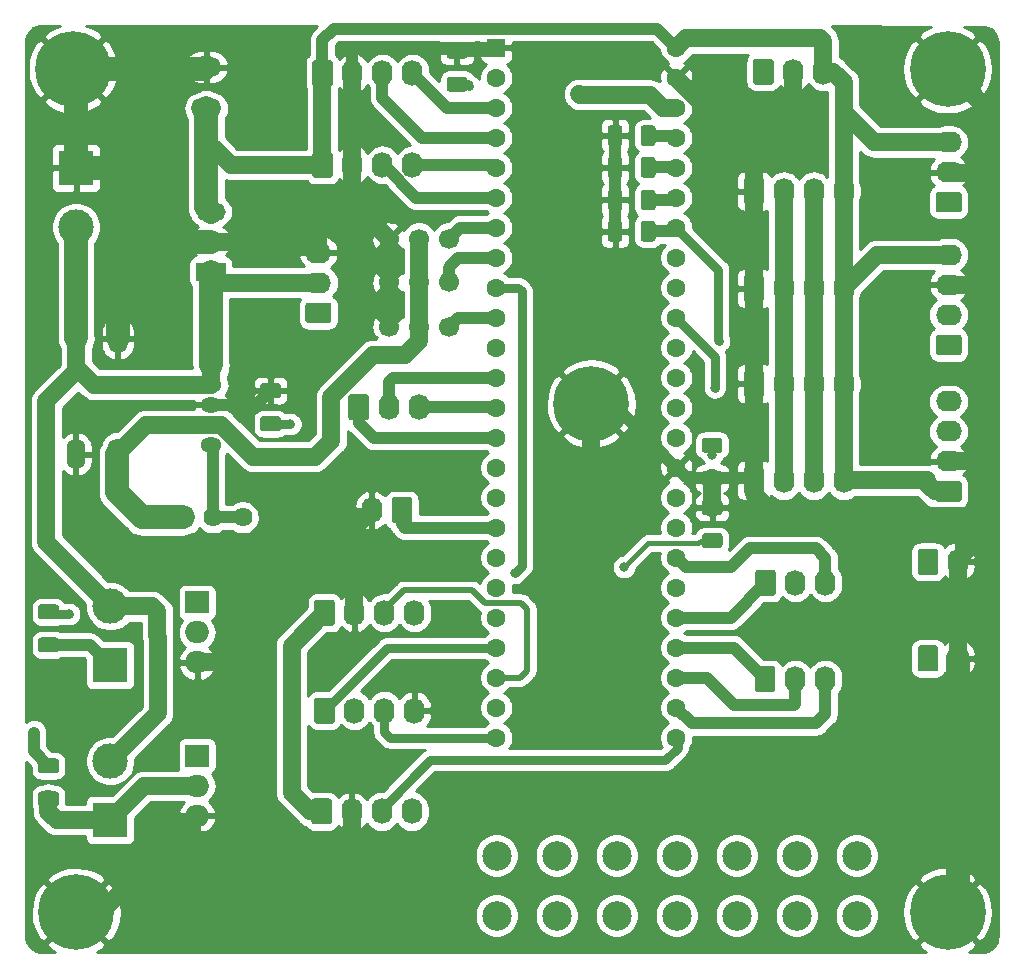
<source format=gbr>
G04 #@! TF.GenerationSoftware,KiCad,Pcbnew,5.1.2-f72e74a~84~ubuntu18.04.1*
G04 #@! TF.CreationDate,2022-02-01T20:37:36+01:00*
G04 #@! TF.ProjectId,T41Expander,54343145-7870-4616-9e64-65722e6b6963,rev?*
G04 #@! TF.SameCoordinates,Original*
G04 #@! TF.FileFunction,Copper,L1,Top*
G04 #@! TF.FilePolarity,Positive*
%FSLAX46Y46*%
G04 Gerber Fmt 4.6, Leading zero omitted, Abs format (unit mm)*
G04 Created by KiCad (PCBNEW 5.1.2-f72e74a~84~ubuntu18.04.1) date 2022-02-01 20:37:36*
%MOMM*%
%LPD*%
G04 APERTURE LIST*
%ADD10C,1.600000*%
%ADD11R,1.600000X1.600000*%
%ADD12C,6.400000*%
%ADD13C,2.499360*%
%ADD14O,1.600000X2.600000*%
%ADD15O,2.600000X1.600000*%
%ADD16C,0.100000*%
%ADD17C,1.250000*%
%ADD18R,3.000000X3.000000*%
%ADD19C,3.000000*%
%ADD20C,1.740000*%
%ADD21O,1.740000X2.200000*%
%ADD22O,2.200000X1.740000*%
%ADD23C,1.700000*%
%ADD24R,2.000000X1.905000*%
%ADD25O,2.000000X1.905000*%
%ADD26R,1.620000X1.620000*%
%ADD27C,1.620000*%
%ADD28R,1.800000X1.275000*%
%ADD29O,1.800000X1.275000*%
%ADD30R,2.500000X1.500000*%
%ADD31O,2.500000X1.500000*%
%ADD32C,1.200000*%
%ADD33C,0.800000*%
%ADD34C,2.000000*%
%ADD35C,1.500000*%
%ADD36C,1.000000*%
%ADD37C,0.750000*%
%ADD38C,0.400000*%
%ADD39C,0.500000*%
%ADD40C,0.254000*%
G04 APERTURE END LIST*
D10*
X68326000Y-15087600D03*
X68326000Y-17627600D03*
X68326000Y-20167600D03*
X68326000Y-22707600D03*
X68326000Y-25247600D03*
X68326000Y-27787600D03*
X68326000Y-30327600D03*
X68326000Y-32867600D03*
X68326000Y-35407600D03*
X68326000Y-37947600D03*
X68326000Y-40487600D03*
X68326000Y-43027600D03*
X68326000Y-45567600D03*
X68326000Y-48107600D03*
D11*
X53086000Y-15087600D03*
D10*
X53086000Y-17627600D03*
X53086000Y-20167600D03*
X53086000Y-22707600D03*
X53086000Y-25247600D03*
X53086000Y-27787600D03*
X53086000Y-30327600D03*
X53086000Y-32867600D03*
X53086000Y-35407600D03*
X53086000Y-37947600D03*
X53086000Y-40487600D03*
X53086000Y-43027600D03*
X53086000Y-45567600D03*
X68326000Y-50647600D03*
X68326000Y-53187600D03*
X68326000Y-55727600D03*
X68326000Y-58267600D03*
X68326000Y-60807600D03*
X68326000Y-63347600D03*
X68326000Y-65887600D03*
X68326000Y-68427600D03*
X68326000Y-70967600D03*
X68326000Y-73507600D03*
X53086000Y-73507600D03*
X53086000Y-70967600D03*
X53086000Y-68427600D03*
X53086000Y-65887600D03*
X53086000Y-48107600D03*
X53086000Y-50647600D03*
X53086000Y-53187600D03*
X53086000Y-63347600D03*
X53086000Y-60807600D03*
X53086000Y-58267600D03*
X53086000Y-55727600D03*
D12*
X61112400Y-45242480D03*
D13*
X83601560Y-88579960D03*
X78521560Y-88579960D03*
X73441560Y-88579960D03*
X68361560Y-88579960D03*
X63281560Y-88579960D03*
X58201560Y-88579960D03*
X53121560Y-88579960D03*
X83601560Y-83499960D03*
X78521560Y-83499960D03*
X73441560Y-83499960D03*
X68361560Y-83499960D03*
X63281560Y-83499960D03*
X58201560Y-83499960D03*
X53121560Y-83499960D03*
D14*
X17526000Y-39700200D03*
X21026000Y-39700200D03*
D15*
X28524200Y-16743800D03*
X28524200Y-20243800D03*
D14*
X17480400Y-49504600D03*
X20980400Y-49504600D03*
D16*
G36*
X34619464Y-46306164D02*
G01*
X34643733Y-46309764D01*
X34667531Y-46315725D01*
X34690631Y-46323990D01*
X34712809Y-46334480D01*
X34733853Y-46347093D01*
X34753558Y-46361707D01*
X34771737Y-46378183D01*
X34788213Y-46396362D01*
X34802827Y-46416067D01*
X34815440Y-46437111D01*
X34825930Y-46459289D01*
X34834195Y-46482389D01*
X34840156Y-46506187D01*
X34843756Y-46530456D01*
X34844960Y-46554960D01*
X34844960Y-47304960D01*
X34843756Y-47329464D01*
X34840156Y-47353733D01*
X34834195Y-47377531D01*
X34825930Y-47400631D01*
X34815440Y-47422809D01*
X34802827Y-47443853D01*
X34788213Y-47463558D01*
X34771737Y-47481737D01*
X34753558Y-47498213D01*
X34733853Y-47512827D01*
X34712809Y-47525440D01*
X34690631Y-47535930D01*
X34667531Y-47544195D01*
X34643733Y-47550156D01*
X34619464Y-47553756D01*
X34594960Y-47554960D01*
X33344960Y-47554960D01*
X33320456Y-47553756D01*
X33296187Y-47550156D01*
X33272389Y-47544195D01*
X33249289Y-47535930D01*
X33227111Y-47525440D01*
X33206067Y-47512827D01*
X33186362Y-47498213D01*
X33168183Y-47481737D01*
X33151707Y-47463558D01*
X33137093Y-47443853D01*
X33124480Y-47422809D01*
X33113990Y-47400631D01*
X33105725Y-47377531D01*
X33099764Y-47353733D01*
X33096164Y-47329464D01*
X33094960Y-47304960D01*
X33094960Y-46554960D01*
X33096164Y-46530456D01*
X33099764Y-46506187D01*
X33105725Y-46482389D01*
X33113990Y-46459289D01*
X33124480Y-46437111D01*
X33137093Y-46416067D01*
X33151707Y-46396362D01*
X33168183Y-46378183D01*
X33186362Y-46361707D01*
X33206067Y-46347093D01*
X33227111Y-46334480D01*
X33249289Y-46323990D01*
X33272389Y-46315725D01*
X33296187Y-46309764D01*
X33320456Y-46306164D01*
X33344960Y-46304960D01*
X34594960Y-46304960D01*
X34619464Y-46306164D01*
X34619464Y-46306164D01*
G37*
D17*
X33969960Y-46929960D03*
D16*
G36*
X34619464Y-43506164D02*
G01*
X34643733Y-43509764D01*
X34667531Y-43515725D01*
X34690631Y-43523990D01*
X34712809Y-43534480D01*
X34733853Y-43547093D01*
X34753558Y-43561707D01*
X34771737Y-43578183D01*
X34788213Y-43596362D01*
X34802827Y-43616067D01*
X34815440Y-43637111D01*
X34825930Y-43659289D01*
X34834195Y-43682389D01*
X34840156Y-43706187D01*
X34843756Y-43730456D01*
X34844960Y-43754960D01*
X34844960Y-44504960D01*
X34843756Y-44529464D01*
X34840156Y-44553733D01*
X34834195Y-44577531D01*
X34825930Y-44600631D01*
X34815440Y-44622809D01*
X34802827Y-44643853D01*
X34788213Y-44663558D01*
X34771737Y-44681737D01*
X34753558Y-44698213D01*
X34733853Y-44712827D01*
X34712809Y-44725440D01*
X34690631Y-44735930D01*
X34667531Y-44744195D01*
X34643733Y-44750156D01*
X34619464Y-44753756D01*
X34594960Y-44754960D01*
X33344960Y-44754960D01*
X33320456Y-44753756D01*
X33296187Y-44750156D01*
X33272389Y-44744195D01*
X33249289Y-44735930D01*
X33227111Y-44725440D01*
X33206067Y-44712827D01*
X33186362Y-44698213D01*
X33168183Y-44681737D01*
X33151707Y-44663558D01*
X33137093Y-44643853D01*
X33124480Y-44622809D01*
X33113990Y-44600631D01*
X33105725Y-44577531D01*
X33099764Y-44553733D01*
X33096164Y-44529464D01*
X33094960Y-44504960D01*
X33094960Y-43754960D01*
X33096164Y-43730456D01*
X33099764Y-43706187D01*
X33105725Y-43682389D01*
X33113990Y-43659289D01*
X33124480Y-43637111D01*
X33137093Y-43616067D01*
X33151707Y-43596362D01*
X33168183Y-43578183D01*
X33186362Y-43561707D01*
X33206067Y-43547093D01*
X33227111Y-43534480D01*
X33249289Y-43523990D01*
X33272389Y-43515725D01*
X33296187Y-43509764D01*
X33320456Y-43506164D01*
X33344960Y-43504960D01*
X34594960Y-43504960D01*
X34619464Y-43506164D01*
X34619464Y-43506164D01*
G37*
D17*
X33969960Y-44129960D03*
D16*
G36*
X15813304Y-65033124D02*
G01*
X15837573Y-65036724D01*
X15861371Y-65042685D01*
X15884471Y-65050950D01*
X15906649Y-65061440D01*
X15927693Y-65074053D01*
X15947398Y-65088667D01*
X15965577Y-65105143D01*
X15982053Y-65123322D01*
X15996667Y-65143027D01*
X16009280Y-65164071D01*
X16019770Y-65186249D01*
X16028035Y-65209349D01*
X16033996Y-65233147D01*
X16037596Y-65257416D01*
X16038800Y-65281920D01*
X16038800Y-66031920D01*
X16037596Y-66056424D01*
X16033996Y-66080693D01*
X16028035Y-66104491D01*
X16019770Y-66127591D01*
X16009280Y-66149769D01*
X15996667Y-66170813D01*
X15982053Y-66190518D01*
X15965577Y-66208697D01*
X15947398Y-66225173D01*
X15927693Y-66239787D01*
X15906649Y-66252400D01*
X15884471Y-66262890D01*
X15861371Y-66271155D01*
X15837573Y-66277116D01*
X15813304Y-66280716D01*
X15788800Y-66281920D01*
X14538800Y-66281920D01*
X14514296Y-66280716D01*
X14490027Y-66277116D01*
X14466229Y-66271155D01*
X14443129Y-66262890D01*
X14420951Y-66252400D01*
X14399907Y-66239787D01*
X14380202Y-66225173D01*
X14362023Y-66208697D01*
X14345547Y-66190518D01*
X14330933Y-66170813D01*
X14318320Y-66149769D01*
X14307830Y-66127591D01*
X14299565Y-66104491D01*
X14293604Y-66080693D01*
X14290004Y-66056424D01*
X14288800Y-66031920D01*
X14288800Y-65281920D01*
X14290004Y-65257416D01*
X14293604Y-65233147D01*
X14299565Y-65209349D01*
X14307830Y-65186249D01*
X14318320Y-65164071D01*
X14330933Y-65143027D01*
X14345547Y-65123322D01*
X14362023Y-65105143D01*
X14380202Y-65088667D01*
X14399907Y-65074053D01*
X14420951Y-65061440D01*
X14443129Y-65050950D01*
X14466229Y-65042685D01*
X14490027Y-65036724D01*
X14514296Y-65033124D01*
X14538800Y-65031920D01*
X15788800Y-65031920D01*
X15813304Y-65033124D01*
X15813304Y-65033124D01*
G37*
D17*
X15163800Y-65656920D03*
D16*
G36*
X15813304Y-62233124D02*
G01*
X15837573Y-62236724D01*
X15861371Y-62242685D01*
X15884471Y-62250950D01*
X15906649Y-62261440D01*
X15927693Y-62274053D01*
X15947398Y-62288667D01*
X15965577Y-62305143D01*
X15982053Y-62323322D01*
X15996667Y-62343027D01*
X16009280Y-62364071D01*
X16019770Y-62386249D01*
X16028035Y-62409349D01*
X16033996Y-62433147D01*
X16037596Y-62457416D01*
X16038800Y-62481920D01*
X16038800Y-63231920D01*
X16037596Y-63256424D01*
X16033996Y-63280693D01*
X16028035Y-63304491D01*
X16019770Y-63327591D01*
X16009280Y-63349769D01*
X15996667Y-63370813D01*
X15982053Y-63390518D01*
X15965577Y-63408697D01*
X15947398Y-63425173D01*
X15927693Y-63439787D01*
X15906649Y-63452400D01*
X15884471Y-63462890D01*
X15861371Y-63471155D01*
X15837573Y-63477116D01*
X15813304Y-63480716D01*
X15788800Y-63481920D01*
X14538800Y-63481920D01*
X14514296Y-63480716D01*
X14490027Y-63477116D01*
X14466229Y-63471155D01*
X14443129Y-63462890D01*
X14420951Y-63452400D01*
X14399907Y-63439787D01*
X14380202Y-63425173D01*
X14362023Y-63408697D01*
X14345547Y-63390518D01*
X14330933Y-63370813D01*
X14318320Y-63349769D01*
X14307830Y-63327591D01*
X14299565Y-63304491D01*
X14293604Y-63280693D01*
X14290004Y-63256424D01*
X14288800Y-63231920D01*
X14288800Y-62481920D01*
X14290004Y-62457416D01*
X14293604Y-62433147D01*
X14299565Y-62409349D01*
X14307830Y-62386249D01*
X14318320Y-62364071D01*
X14330933Y-62343027D01*
X14345547Y-62323322D01*
X14362023Y-62305143D01*
X14380202Y-62288667D01*
X14399907Y-62274053D01*
X14420951Y-62261440D01*
X14443129Y-62250950D01*
X14466229Y-62242685D01*
X14490027Y-62236724D01*
X14514296Y-62233124D01*
X14538800Y-62231920D01*
X15788800Y-62231920D01*
X15813304Y-62233124D01*
X15813304Y-62233124D01*
G37*
D17*
X15163800Y-62856920D03*
D16*
G36*
X72003184Y-48134044D02*
G01*
X72027453Y-48137644D01*
X72051251Y-48143605D01*
X72074351Y-48151870D01*
X72096529Y-48162360D01*
X72117573Y-48174973D01*
X72137278Y-48189587D01*
X72155457Y-48206063D01*
X72171933Y-48224242D01*
X72186547Y-48243947D01*
X72199160Y-48264991D01*
X72209650Y-48287169D01*
X72217915Y-48310269D01*
X72223876Y-48334067D01*
X72227476Y-48358336D01*
X72228680Y-48382840D01*
X72228680Y-49132840D01*
X72227476Y-49157344D01*
X72223876Y-49181613D01*
X72217915Y-49205411D01*
X72209650Y-49228511D01*
X72199160Y-49250689D01*
X72186547Y-49271733D01*
X72171933Y-49291438D01*
X72155457Y-49309617D01*
X72137278Y-49326093D01*
X72117573Y-49340707D01*
X72096529Y-49353320D01*
X72074351Y-49363810D01*
X72051251Y-49372075D01*
X72027453Y-49378036D01*
X72003184Y-49381636D01*
X71978680Y-49382840D01*
X70728680Y-49382840D01*
X70704176Y-49381636D01*
X70679907Y-49378036D01*
X70656109Y-49372075D01*
X70633009Y-49363810D01*
X70610831Y-49353320D01*
X70589787Y-49340707D01*
X70570082Y-49326093D01*
X70551903Y-49309617D01*
X70535427Y-49291438D01*
X70520813Y-49271733D01*
X70508200Y-49250689D01*
X70497710Y-49228511D01*
X70489445Y-49205411D01*
X70483484Y-49181613D01*
X70479884Y-49157344D01*
X70478680Y-49132840D01*
X70478680Y-48382840D01*
X70479884Y-48358336D01*
X70483484Y-48334067D01*
X70489445Y-48310269D01*
X70497710Y-48287169D01*
X70508200Y-48264991D01*
X70520813Y-48243947D01*
X70535427Y-48224242D01*
X70551903Y-48206063D01*
X70570082Y-48189587D01*
X70589787Y-48174973D01*
X70610831Y-48162360D01*
X70633009Y-48151870D01*
X70656109Y-48143605D01*
X70679907Y-48137644D01*
X70704176Y-48134044D01*
X70728680Y-48132840D01*
X71978680Y-48132840D01*
X72003184Y-48134044D01*
X72003184Y-48134044D01*
G37*
D17*
X71353680Y-48757840D03*
D16*
G36*
X72003184Y-50934044D02*
G01*
X72027453Y-50937644D01*
X72051251Y-50943605D01*
X72074351Y-50951870D01*
X72096529Y-50962360D01*
X72117573Y-50974973D01*
X72137278Y-50989587D01*
X72155457Y-51006063D01*
X72171933Y-51024242D01*
X72186547Y-51043947D01*
X72199160Y-51064991D01*
X72209650Y-51087169D01*
X72217915Y-51110269D01*
X72223876Y-51134067D01*
X72227476Y-51158336D01*
X72228680Y-51182840D01*
X72228680Y-51932840D01*
X72227476Y-51957344D01*
X72223876Y-51981613D01*
X72217915Y-52005411D01*
X72209650Y-52028511D01*
X72199160Y-52050689D01*
X72186547Y-52071733D01*
X72171933Y-52091438D01*
X72155457Y-52109617D01*
X72137278Y-52126093D01*
X72117573Y-52140707D01*
X72096529Y-52153320D01*
X72074351Y-52163810D01*
X72051251Y-52172075D01*
X72027453Y-52178036D01*
X72003184Y-52181636D01*
X71978680Y-52182840D01*
X70728680Y-52182840D01*
X70704176Y-52181636D01*
X70679907Y-52178036D01*
X70656109Y-52172075D01*
X70633009Y-52163810D01*
X70610831Y-52153320D01*
X70589787Y-52140707D01*
X70570082Y-52126093D01*
X70551903Y-52109617D01*
X70535427Y-52091438D01*
X70520813Y-52071733D01*
X70508200Y-52050689D01*
X70497710Y-52028511D01*
X70489445Y-52005411D01*
X70483484Y-51981613D01*
X70479884Y-51957344D01*
X70478680Y-51932840D01*
X70478680Y-51182840D01*
X70479884Y-51158336D01*
X70483484Y-51134067D01*
X70489445Y-51110269D01*
X70497710Y-51087169D01*
X70508200Y-51064991D01*
X70520813Y-51043947D01*
X70535427Y-51024242D01*
X70551903Y-51006063D01*
X70570082Y-50989587D01*
X70589787Y-50974973D01*
X70610831Y-50962360D01*
X70633009Y-50951870D01*
X70656109Y-50943605D01*
X70679907Y-50937644D01*
X70704176Y-50934044D01*
X70728680Y-50932840D01*
X71978680Y-50932840D01*
X72003184Y-50934044D01*
X72003184Y-50934044D01*
G37*
D17*
X71353680Y-51557840D03*
D16*
G36*
X15813304Y-78070484D02*
G01*
X15837573Y-78074084D01*
X15861371Y-78080045D01*
X15884471Y-78088310D01*
X15906649Y-78098800D01*
X15927693Y-78111413D01*
X15947398Y-78126027D01*
X15965577Y-78142503D01*
X15982053Y-78160682D01*
X15996667Y-78180387D01*
X16009280Y-78201431D01*
X16019770Y-78223609D01*
X16028035Y-78246709D01*
X16033996Y-78270507D01*
X16037596Y-78294776D01*
X16038800Y-78319280D01*
X16038800Y-79069280D01*
X16037596Y-79093784D01*
X16033996Y-79118053D01*
X16028035Y-79141851D01*
X16019770Y-79164951D01*
X16009280Y-79187129D01*
X15996667Y-79208173D01*
X15982053Y-79227878D01*
X15965577Y-79246057D01*
X15947398Y-79262533D01*
X15927693Y-79277147D01*
X15906649Y-79289760D01*
X15884471Y-79300250D01*
X15861371Y-79308515D01*
X15837573Y-79314476D01*
X15813304Y-79318076D01*
X15788800Y-79319280D01*
X14538800Y-79319280D01*
X14514296Y-79318076D01*
X14490027Y-79314476D01*
X14466229Y-79308515D01*
X14443129Y-79300250D01*
X14420951Y-79289760D01*
X14399907Y-79277147D01*
X14380202Y-79262533D01*
X14362023Y-79246057D01*
X14345547Y-79227878D01*
X14330933Y-79208173D01*
X14318320Y-79187129D01*
X14307830Y-79164951D01*
X14299565Y-79141851D01*
X14293604Y-79118053D01*
X14290004Y-79093784D01*
X14288800Y-79069280D01*
X14288800Y-78319280D01*
X14290004Y-78294776D01*
X14293604Y-78270507D01*
X14299565Y-78246709D01*
X14307830Y-78223609D01*
X14318320Y-78201431D01*
X14330933Y-78180387D01*
X14345547Y-78160682D01*
X14362023Y-78142503D01*
X14380202Y-78126027D01*
X14399907Y-78111413D01*
X14420951Y-78098800D01*
X14443129Y-78088310D01*
X14466229Y-78080045D01*
X14490027Y-78074084D01*
X14514296Y-78070484D01*
X14538800Y-78069280D01*
X15788800Y-78069280D01*
X15813304Y-78070484D01*
X15813304Y-78070484D01*
G37*
D17*
X15163800Y-78694280D03*
D16*
G36*
X15813304Y-75270484D02*
G01*
X15837573Y-75274084D01*
X15861371Y-75280045D01*
X15884471Y-75288310D01*
X15906649Y-75298800D01*
X15927693Y-75311413D01*
X15947398Y-75326027D01*
X15965577Y-75342503D01*
X15982053Y-75360682D01*
X15996667Y-75380387D01*
X16009280Y-75401431D01*
X16019770Y-75423609D01*
X16028035Y-75446709D01*
X16033996Y-75470507D01*
X16037596Y-75494776D01*
X16038800Y-75519280D01*
X16038800Y-76269280D01*
X16037596Y-76293784D01*
X16033996Y-76318053D01*
X16028035Y-76341851D01*
X16019770Y-76364951D01*
X16009280Y-76387129D01*
X15996667Y-76408173D01*
X15982053Y-76427878D01*
X15965577Y-76446057D01*
X15947398Y-76462533D01*
X15927693Y-76477147D01*
X15906649Y-76489760D01*
X15884471Y-76500250D01*
X15861371Y-76508515D01*
X15837573Y-76514476D01*
X15813304Y-76518076D01*
X15788800Y-76519280D01*
X14538800Y-76519280D01*
X14514296Y-76518076D01*
X14490027Y-76514476D01*
X14466229Y-76508515D01*
X14443129Y-76500250D01*
X14420951Y-76489760D01*
X14399907Y-76477147D01*
X14380202Y-76462533D01*
X14362023Y-76446057D01*
X14345547Y-76427878D01*
X14330933Y-76408173D01*
X14318320Y-76387129D01*
X14307830Y-76364951D01*
X14299565Y-76341851D01*
X14293604Y-76318053D01*
X14290004Y-76293784D01*
X14288800Y-76269280D01*
X14288800Y-75519280D01*
X14290004Y-75494776D01*
X14293604Y-75470507D01*
X14299565Y-75446709D01*
X14307830Y-75423609D01*
X14318320Y-75401431D01*
X14330933Y-75380387D01*
X14345547Y-75360682D01*
X14362023Y-75342503D01*
X14380202Y-75326027D01*
X14399907Y-75311413D01*
X14420951Y-75298800D01*
X14443129Y-75288310D01*
X14466229Y-75280045D01*
X14490027Y-75274084D01*
X14514296Y-75270484D01*
X14538800Y-75269280D01*
X15788800Y-75269280D01*
X15813304Y-75270484D01*
X15813304Y-75270484D01*
G37*
D17*
X15163800Y-75894280D03*
D16*
G36*
X72008264Y-53407084D02*
G01*
X72032533Y-53410684D01*
X72056331Y-53416645D01*
X72079431Y-53424910D01*
X72101609Y-53435400D01*
X72122653Y-53448013D01*
X72142358Y-53462627D01*
X72160537Y-53479103D01*
X72177013Y-53497282D01*
X72191627Y-53516987D01*
X72204240Y-53538031D01*
X72214730Y-53560209D01*
X72222995Y-53583309D01*
X72228956Y-53607107D01*
X72232556Y-53631376D01*
X72233760Y-53655880D01*
X72233760Y-54405880D01*
X72232556Y-54430384D01*
X72228956Y-54454653D01*
X72222995Y-54478451D01*
X72214730Y-54501551D01*
X72204240Y-54523729D01*
X72191627Y-54544773D01*
X72177013Y-54564478D01*
X72160537Y-54582657D01*
X72142358Y-54599133D01*
X72122653Y-54613747D01*
X72101609Y-54626360D01*
X72079431Y-54636850D01*
X72056331Y-54645115D01*
X72032533Y-54651076D01*
X72008264Y-54654676D01*
X71983760Y-54655880D01*
X70733760Y-54655880D01*
X70709256Y-54654676D01*
X70684987Y-54651076D01*
X70661189Y-54645115D01*
X70638089Y-54636850D01*
X70615911Y-54626360D01*
X70594867Y-54613747D01*
X70575162Y-54599133D01*
X70556983Y-54582657D01*
X70540507Y-54564478D01*
X70525893Y-54544773D01*
X70513280Y-54523729D01*
X70502790Y-54501551D01*
X70494525Y-54478451D01*
X70488564Y-54454653D01*
X70484964Y-54430384D01*
X70483760Y-54405880D01*
X70483760Y-53655880D01*
X70484964Y-53631376D01*
X70488564Y-53607107D01*
X70494525Y-53583309D01*
X70502790Y-53560209D01*
X70513280Y-53538031D01*
X70525893Y-53516987D01*
X70540507Y-53497282D01*
X70556983Y-53479103D01*
X70575162Y-53462627D01*
X70594867Y-53448013D01*
X70615911Y-53435400D01*
X70638089Y-53424910D01*
X70661189Y-53416645D01*
X70684987Y-53410684D01*
X70709256Y-53407084D01*
X70733760Y-53405880D01*
X71983760Y-53405880D01*
X72008264Y-53407084D01*
X72008264Y-53407084D01*
G37*
D17*
X71358760Y-54030880D03*
D16*
G36*
X72008264Y-56207084D02*
G01*
X72032533Y-56210684D01*
X72056331Y-56216645D01*
X72079431Y-56224910D01*
X72101609Y-56235400D01*
X72122653Y-56248013D01*
X72142358Y-56262627D01*
X72160537Y-56279103D01*
X72177013Y-56297282D01*
X72191627Y-56316987D01*
X72204240Y-56338031D01*
X72214730Y-56360209D01*
X72222995Y-56383309D01*
X72228956Y-56407107D01*
X72232556Y-56431376D01*
X72233760Y-56455880D01*
X72233760Y-57205880D01*
X72232556Y-57230384D01*
X72228956Y-57254653D01*
X72222995Y-57278451D01*
X72214730Y-57301551D01*
X72204240Y-57323729D01*
X72191627Y-57344773D01*
X72177013Y-57364478D01*
X72160537Y-57382657D01*
X72142358Y-57399133D01*
X72122653Y-57413747D01*
X72101609Y-57426360D01*
X72079431Y-57436850D01*
X72056331Y-57445115D01*
X72032533Y-57451076D01*
X72008264Y-57454676D01*
X71983760Y-57455880D01*
X70733760Y-57455880D01*
X70709256Y-57454676D01*
X70684987Y-57451076D01*
X70661189Y-57445115D01*
X70638089Y-57436850D01*
X70615911Y-57426360D01*
X70594867Y-57413747D01*
X70575162Y-57399133D01*
X70556983Y-57382657D01*
X70540507Y-57364478D01*
X70525893Y-57344773D01*
X70513280Y-57323729D01*
X70502790Y-57301551D01*
X70494525Y-57278451D01*
X70488564Y-57254653D01*
X70484964Y-57230384D01*
X70483760Y-57205880D01*
X70483760Y-56455880D01*
X70484964Y-56431376D01*
X70488564Y-56407107D01*
X70494525Y-56383309D01*
X70502790Y-56360209D01*
X70513280Y-56338031D01*
X70525893Y-56316987D01*
X70540507Y-56297282D01*
X70556983Y-56279103D01*
X70575162Y-56262627D01*
X70594867Y-56248013D01*
X70615911Y-56235400D01*
X70638089Y-56224910D01*
X70661189Y-56216645D01*
X70684987Y-56210684D01*
X70709256Y-56207084D01*
X70733760Y-56205880D01*
X71983760Y-56205880D01*
X72008264Y-56207084D01*
X72008264Y-56207084D01*
G37*
D17*
X71358760Y-56830880D03*
D16*
G36*
X50397944Y-17562604D02*
G01*
X50422213Y-17566204D01*
X50446011Y-17572165D01*
X50469111Y-17580430D01*
X50491289Y-17590920D01*
X50512333Y-17603533D01*
X50532038Y-17618147D01*
X50550217Y-17634623D01*
X50566693Y-17652802D01*
X50581307Y-17672507D01*
X50593920Y-17693551D01*
X50604410Y-17715729D01*
X50612675Y-17738829D01*
X50618636Y-17762627D01*
X50622236Y-17786896D01*
X50623440Y-17811400D01*
X50623440Y-18561400D01*
X50622236Y-18585904D01*
X50618636Y-18610173D01*
X50612675Y-18633971D01*
X50604410Y-18657071D01*
X50593920Y-18679249D01*
X50581307Y-18700293D01*
X50566693Y-18719998D01*
X50550217Y-18738177D01*
X50532038Y-18754653D01*
X50512333Y-18769267D01*
X50491289Y-18781880D01*
X50469111Y-18792370D01*
X50446011Y-18800635D01*
X50422213Y-18806596D01*
X50397944Y-18810196D01*
X50373440Y-18811400D01*
X49123440Y-18811400D01*
X49098936Y-18810196D01*
X49074667Y-18806596D01*
X49050869Y-18800635D01*
X49027769Y-18792370D01*
X49005591Y-18781880D01*
X48984547Y-18769267D01*
X48964842Y-18754653D01*
X48946663Y-18738177D01*
X48930187Y-18719998D01*
X48915573Y-18700293D01*
X48902960Y-18679249D01*
X48892470Y-18657071D01*
X48884205Y-18633971D01*
X48878244Y-18610173D01*
X48874644Y-18585904D01*
X48873440Y-18561400D01*
X48873440Y-17811400D01*
X48874644Y-17786896D01*
X48878244Y-17762627D01*
X48884205Y-17738829D01*
X48892470Y-17715729D01*
X48902960Y-17693551D01*
X48915573Y-17672507D01*
X48930187Y-17652802D01*
X48946663Y-17634623D01*
X48964842Y-17618147D01*
X48984547Y-17603533D01*
X49005591Y-17590920D01*
X49027769Y-17580430D01*
X49050869Y-17572165D01*
X49074667Y-17566204D01*
X49098936Y-17562604D01*
X49123440Y-17561400D01*
X50373440Y-17561400D01*
X50397944Y-17562604D01*
X50397944Y-17562604D01*
G37*
D17*
X49748440Y-18186400D03*
D16*
G36*
X50397944Y-14762604D02*
G01*
X50422213Y-14766204D01*
X50446011Y-14772165D01*
X50469111Y-14780430D01*
X50491289Y-14790920D01*
X50512333Y-14803533D01*
X50532038Y-14818147D01*
X50550217Y-14834623D01*
X50566693Y-14852802D01*
X50581307Y-14872507D01*
X50593920Y-14893551D01*
X50604410Y-14915729D01*
X50612675Y-14938829D01*
X50618636Y-14962627D01*
X50622236Y-14986896D01*
X50623440Y-15011400D01*
X50623440Y-15761400D01*
X50622236Y-15785904D01*
X50618636Y-15810173D01*
X50612675Y-15833971D01*
X50604410Y-15857071D01*
X50593920Y-15879249D01*
X50581307Y-15900293D01*
X50566693Y-15919998D01*
X50550217Y-15938177D01*
X50532038Y-15954653D01*
X50512333Y-15969267D01*
X50491289Y-15981880D01*
X50469111Y-15992370D01*
X50446011Y-16000635D01*
X50422213Y-16006596D01*
X50397944Y-16010196D01*
X50373440Y-16011400D01*
X49123440Y-16011400D01*
X49098936Y-16010196D01*
X49074667Y-16006596D01*
X49050869Y-16000635D01*
X49027769Y-15992370D01*
X49005591Y-15981880D01*
X48984547Y-15969267D01*
X48964842Y-15954653D01*
X48946663Y-15938177D01*
X48930187Y-15919998D01*
X48915573Y-15900293D01*
X48902960Y-15879249D01*
X48892470Y-15857071D01*
X48884205Y-15833971D01*
X48878244Y-15810173D01*
X48874644Y-15785904D01*
X48873440Y-15761400D01*
X48873440Y-15011400D01*
X48874644Y-14986896D01*
X48878244Y-14962627D01*
X48884205Y-14938829D01*
X48892470Y-14915729D01*
X48902960Y-14893551D01*
X48915573Y-14872507D01*
X48930187Y-14852802D01*
X48946663Y-14834623D01*
X48964842Y-14818147D01*
X48984547Y-14803533D01*
X49005591Y-14790920D01*
X49027769Y-14780430D01*
X49050869Y-14772165D01*
X49074667Y-14766204D01*
X49098936Y-14762604D01*
X49123440Y-14761400D01*
X50373440Y-14761400D01*
X50397944Y-14762604D01*
X50397944Y-14762604D01*
G37*
D17*
X49748440Y-15386400D03*
D12*
X17505680Y-88285320D03*
X17246600Y-16896080D03*
X91287600Y-88285320D03*
X91287600Y-16896080D03*
D18*
X17500600Y-25273000D03*
D19*
X17500600Y-30273000D03*
D16*
G36*
X39171225Y-70122804D02*
G01*
X39195493Y-70126404D01*
X39219292Y-70132365D01*
X39242391Y-70140630D01*
X39264570Y-70151120D01*
X39285613Y-70163732D01*
X39305319Y-70178347D01*
X39323497Y-70194823D01*
X39339973Y-70213001D01*
X39354588Y-70232707D01*
X39367200Y-70253750D01*
X39377690Y-70275929D01*
X39385955Y-70299028D01*
X39391916Y-70322827D01*
X39395516Y-70347095D01*
X39396720Y-70371599D01*
X39396720Y-72071601D01*
X39395516Y-72096105D01*
X39391916Y-72120373D01*
X39385955Y-72144172D01*
X39377690Y-72167271D01*
X39367200Y-72189450D01*
X39354588Y-72210493D01*
X39339973Y-72230199D01*
X39323497Y-72248377D01*
X39305319Y-72264853D01*
X39285613Y-72279468D01*
X39264570Y-72292080D01*
X39242391Y-72302570D01*
X39219292Y-72310835D01*
X39195493Y-72316796D01*
X39171225Y-72320396D01*
X39146721Y-72321600D01*
X37906719Y-72321600D01*
X37882215Y-72320396D01*
X37857947Y-72316796D01*
X37834148Y-72310835D01*
X37811049Y-72302570D01*
X37788870Y-72292080D01*
X37767827Y-72279468D01*
X37748121Y-72264853D01*
X37729943Y-72248377D01*
X37713467Y-72230199D01*
X37698852Y-72210493D01*
X37686240Y-72189450D01*
X37675750Y-72167271D01*
X37667485Y-72144172D01*
X37661524Y-72120373D01*
X37657924Y-72096105D01*
X37656720Y-72071601D01*
X37656720Y-70371599D01*
X37657924Y-70347095D01*
X37661524Y-70322827D01*
X37667485Y-70299028D01*
X37675750Y-70275929D01*
X37686240Y-70253750D01*
X37698852Y-70232707D01*
X37713467Y-70213001D01*
X37729943Y-70194823D01*
X37748121Y-70178347D01*
X37767827Y-70163732D01*
X37788870Y-70151120D01*
X37811049Y-70140630D01*
X37834148Y-70132365D01*
X37857947Y-70126404D01*
X37882215Y-70122804D01*
X37906719Y-70121600D01*
X39146721Y-70121600D01*
X39171225Y-70122804D01*
X39171225Y-70122804D01*
G37*
D20*
X38526720Y-71221600D03*
D21*
X41066720Y-71221600D03*
X43606720Y-71221600D03*
X46146720Y-71221600D03*
D16*
G36*
X75532466Y-34385004D02*
G01*
X75556734Y-34388604D01*
X75580533Y-34394565D01*
X75603632Y-34402830D01*
X75625811Y-34413320D01*
X75646854Y-34425932D01*
X75666560Y-34440547D01*
X75684738Y-34457023D01*
X75701214Y-34475201D01*
X75715829Y-34494907D01*
X75728441Y-34515950D01*
X75738931Y-34538129D01*
X75747196Y-34561228D01*
X75753157Y-34585027D01*
X75756757Y-34609295D01*
X75757961Y-34633799D01*
X75757961Y-36333801D01*
X75756757Y-36358305D01*
X75753157Y-36382573D01*
X75747196Y-36406372D01*
X75738931Y-36429471D01*
X75728441Y-36451650D01*
X75715829Y-36472693D01*
X75701214Y-36492399D01*
X75684738Y-36510577D01*
X75666560Y-36527053D01*
X75646854Y-36541668D01*
X75625811Y-36554280D01*
X75603632Y-36564770D01*
X75580533Y-36573035D01*
X75556734Y-36578996D01*
X75532466Y-36582596D01*
X75507962Y-36583800D01*
X74267960Y-36583800D01*
X74243456Y-36582596D01*
X74219188Y-36578996D01*
X74195389Y-36573035D01*
X74172290Y-36564770D01*
X74150111Y-36554280D01*
X74129068Y-36541668D01*
X74109362Y-36527053D01*
X74091184Y-36510577D01*
X74074708Y-36492399D01*
X74060093Y-36472693D01*
X74047481Y-36451650D01*
X74036991Y-36429471D01*
X74028726Y-36406372D01*
X74022765Y-36382573D01*
X74019165Y-36358305D01*
X74017961Y-36333801D01*
X74017961Y-34633799D01*
X74019165Y-34609295D01*
X74022765Y-34585027D01*
X74028726Y-34561228D01*
X74036991Y-34538129D01*
X74047481Y-34515950D01*
X74060093Y-34494907D01*
X74074708Y-34475201D01*
X74091184Y-34457023D01*
X74109362Y-34440547D01*
X74129068Y-34425932D01*
X74150111Y-34413320D01*
X74172290Y-34402830D01*
X74195389Y-34394565D01*
X74219188Y-34388604D01*
X74243456Y-34385004D01*
X74267960Y-34383800D01*
X75507962Y-34383800D01*
X75532466Y-34385004D01*
X75532466Y-34385004D01*
G37*
D20*
X74887961Y-35483800D03*
D21*
X77427961Y-35483800D03*
X79967961Y-35483800D03*
X82507961Y-35483800D03*
D18*
X20396200Y-67381120D03*
D19*
X20396200Y-62381120D03*
D21*
X82507961Y-51722481D03*
X79967961Y-51722481D03*
X77427961Y-51722481D03*
D16*
G36*
X75532466Y-50623685D02*
G01*
X75556734Y-50627285D01*
X75580533Y-50633246D01*
X75603632Y-50641511D01*
X75625811Y-50652001D01*
X75646854Y-50664613D01*
X75666560Y-50679228D01*
X75684738Y-50695704D01*
X75701214Y-50713882D01*
X75715829Y-50733588D01*
X75728441Y-50754631D01*
X75738931Y-50776810D01*
X75747196Y-50799909D01*
X75753157Y-50823708D01*
X75756757Y-50847976D01*
X75757961Y-50872480D01*
X75757961Y-52572482D01*
X75756757Y-52596986D01*
X75753157Y-52621254D01*
X75747196Y-52645053D01*
X75738931Y-52668152D01*
X75728441Y-52690331D01*
X75715829Y-52711374D01*
X75701214Y-52731080D01*
X75684738Y-52749258D01*
X75666560Y-52765734D01*
X75646854Y-52780349D01*
X75625811Y-52792961D01*
X75603632Y-52803451D01*
X75580533Y-52811716D01*
X75556734Y-52817677D01*
X75532466Y-52821277D01*
X75507962Y-52822481D01*
X74267960Y-52822481D01*
X74243456Y-52821277D01*
X74219188Y-52817677D01*
X74195389Y-52811716D01*
X74172290Y-52803451D01*
X74150111Y-52792961D01*
X74129068Y-52780349D01*
X74109362Y-52765734D01*
X74091184Y-52749258D01*
X74074708Y-52731080D01*
X74060093Y-52711374D01*
X74047481Y-52690331D01*
X74036991Y-52668152D01*
X74028726Y-52645053D01*
X74022765Y-52621254D01*
X74019165Y-52596986D01*
X74017961Y-52572482D01*
X74017961Y-50872480D01*
X74019165Y-50847976D01*
X74022765Y-50823708D01*
X74028726Y-50799909D01*
X74036991Y-50776810D01*
X74047481Y-50754631D01*
X74060093Y-50733588D01*
X74074708Y-50713882D01*
X74091184Y-50695704D01*
X74109362Y-50679228D01*
X74129068Y-50664613D01*
X74150111Y-50652001D01*
X74172290Y-50641511D01*
X74195389Y-50633246D01*
X74219188Y-50627285D01*
X74243456Y-50623685D01*
X74267960Y-50622481D01*
X75507962Y-50622481D01*
X75532466Y-50623685D01*
X75532466Y-50623685D01*
G37*
D20*
X74887961Y-51722481D03*
D21*
X82507961Y-27233880D03*
X79967961Y-27233880D03*
X77427961Y-27233880D03*
D16*
G36*
X75532466Y-26135084D02*
G01*
X75556734Y-26138684D01*
X75580533Y-26144645D01*
X75603632Y-26152910D01*
X75625811Y-26163400D01*
X75646854Y-26176012D01*
X75666560Y-26190627D01*
X75684738Y-26207103D01*
X75701214Y-26225281D01*
X75715829Y-26244987D01*
X75728441Y-26266030D01*
X75738931Y-26288209D01*
X75747196Y-26311308D01*
X75753157Y-26335107D01*
X75756757Y-26359375D01*
X75757961Y-26383879D01*
X75757961Y-28083881D01*
X75756757Y-28108385D01*
X75753157Y-28132653D01*
X75747196Y-28156452D01*
X75738931Y-28179551D01*
X75728441Y-28201730D01*
X75715829Y-28222773D01*
X75701214Y-28242479D01*
X75684738Y-28260657D01*
X75666560Y-28277133D01*
X75646854Y-28291748D01*
X75625811Y-28304360D01*
X75603632Y-28314850D01*
X75580533Y-28323115D01*
X75556734Y-28329076D01*
X75532466Y-28332676D01*
X75507962Y-28333880D01*
X74267960Y-28333880D01*
X74243456Y-28332676D01*
X74219188Y-28329076D01*
X74195389Y-28323115D01*
X74172290Y-28314850D01*
X74150111Y-28304360D01*
X74129068Y-28291748D01*
X74109362Y-28277133D01*
X74091184Y-28260657D01*
X74074708Y-28242479D01*
X74060093Y-28222773D01*
X74047481Y-28201730D01*
X74036991Y-28179551D01*
X74028726Y-28156452D01*
X74022765Y-28132653D01*
X74019165Y-28108385D01*
X74017961Y-28083881D01*
X74017961Y-26383879D01*
X74019165Y-26359375D01*
X74022765Y-26335107D01*
X74028726Y-26311308D01*
X74036991Y-26288209D01*
X74047481Y-26266030D01*
X74060093Y-26244987D01*
X74074708Y-26225281D01*
X74091184Y-26207103D01*
X74109362Y-26190627D01*
X74129068Y-26176012D01*
X74150111Y-26163400D01*
X74172290Y-26152910D01*
X74195389Y-26144645D01*
X74219188Y-26138684D01*
X74243456Y-26135084D01*
X74267960Y-26133880D01*
X75507962Y-26133880D01*
X75532466Y-26135084D01*
X75532466Y-26135084D01*
G37*
D20*
X74887961Y-27233880D03*
D19*
X20396200Y-75492600D03*
D18*
X20396200Y-80492600D03*
D22*
X91384120Y-45049440D03*
X91384120Y-47589440D03*
X91384120Y-50129440D03*
D16*
G36*
X92258625Y-51800644D02*
G01*
X92282893Y-51804244D01*
X92306692Y-51810205D01*
X92329791Y-51818470D01*
X92351970Y-51828960D01*
X92373013Y-51841572D01*
X92392719Y-51856187D01*
X92410897Y-51872663D01*
X92427373Y-51890841D01*
X92441988Y-51910547D01*
X92454600Y-51931590D01*
X92465090Y-51953769D01*
X92473355Y-51976868D01*
X92479316Y-52000667D01*
X92482916Y-52024935D01*
X92484120Y-52049439D01*
X92484120Y-53289441D01*
X92482916Y-53313945D01*
X92479316Y-53338213D01*
X92473355Y-53362012D01*
X92465090Y-53385111D01*
X92454600Y-53407290D01*
X92441988Y-53428333D01*
X92427373Y-53448039D01*
X92410897Y-53466217D01*
X92392719Y-53482693D01*
X92373013Y-53497308D01*
X92351970Y-53509920D01*
X92329791Y-53520410D01*
X92306692Y-53528675D01*
X92282893Y-53534636D01*
X92258625Y-53538236D01*
X92234121Y-53539440D01*
X90534119Y-53539440D01*
X90509615Y-53538236D01*
X90485347Y-53534636D01*
X90461548Y-53528675D01*
X90438449Y-53520410D01*
X90416270Y-53509920D01*
X90395227Y-53497308D01*
X90375521Y-53482693D01*
X90357343Y-53466217D01*
X90340867Y-53448039D01*
X90326252Y-53428333D01*
X90313640Y-53407290D01*
X90303150Y-53385111D01*
X90294885Y-53362012D01*
X90288924Y-53338213D01*
X90285324Y-53313945D01*
X90284120Y-53289441D01*
X90284120Y-52049439D01*
X90285324Y-52024935D01*
X90288924Y-52000667D01*
X90294885Y-51976868D01*
X90303150Y-51953769D01*
X90313640Y-51931590D01*
X90326252Y-51910547D01*
X90340867Y-51890841D01*
X90357343Y-51872663D01*
X90375521Y-51856187D01*
X90395227Y-51841572D01*
X90416270Y-51828960D01*
X90438449Y-51818470D01*
X90461548Y-51810205D01*
X90485347Y-51804244D01*
X90509615Y-51800644D01*
X90534119Y-51799440D01*
X92234121Y-51799440D01*
X92258625Y-51800644D01*
X92258625Y-51800644D01*
G37*
D20*
X91384120Y-52669440D03*
D16*
G36*
X75532466Y-42452044D02*
G01*
X75556734Y-42455644D01*
X75580533Y-42461605D01*
X75603632Y-42469870D01*
X75625811Y-42480360D01*
X75646854Y-42492972D01*
X75666560Y-42507587D01*
X75684738Y-42524063D01*
X75701214Y-42542241D01*
X75715829Y-42561947D01*
X75728441Y-42582990D01*
X75738931Y-42605169D01*
X75747196Y-42628268D01*
X75753157Y-42652067D01*
X75756757Y-42676335D01*
X75757961Y-42700839D01*
X75757961Y-44400841D01*
X75756757Y-44425345D01*
X75753157Y-44449613D01*
X75747196Y-44473412D01*
X75738931Y-44496511D01*
X75728441Y-44518690D01*
X75715829Y-44539733D01*
X75701214Y-44559439D01*
X75684738Y-44577617D01*
X75666560Y-44594093D01*
X75646854Y-44608708D01*
X75625811Y-44621320D01*
X75603632Y-44631810D01*
X75580533Y-44640075D01*
X75556734Y-44646036D01*
X75532466Y-44649636D01*
X75507962Y-44650840D01*
X74267960Y-44650840D01*
X74243456Y-44649636D01*
X74219188Y-44646036D01*
X74195389Y-44640075D01*
X74172290Y-44631810D01*
X74150111Y-44621320D01*
X74129068Y-44608708D01*
X74109362Y-44594093D01*
X74091184Y-44577617D01*
X74074708Y-44559439D01*
X74060093Y-44539733D01*
X74047481Y-44518690D01*
X74036991Y-44496511D01*
X74028726Y-44473412D01*
X74022765Y-44449613D01*
X74019165Y-44425345D01*
X74017961Y-44400841D01*
X74017961Y-42700839D01*
X74019165Y-42676335D01*
X74022765Y-42652067D01*
X74028726Y-42628268D01*
X74036991Y-42605169D01*
X74047481Y-42582990D01*
X74060093Y-42561947D01*
X74074708Y-42542241D01*
X74091184Y-42524063D01*
X74109362Y-42507587D01*
X74129068Y-42492972D01*
X74150111Y-42480360D01*
X74172290Y-42469870D01*
X74195389Y-42461605D01*
X74219188Y-42455644D01*
X74243456Y-42452044D01*
X74267960Y-42450840D01*
X75507962Y-42450840D01*
X75532466Y-42452044D01*
X75532466Y-42452044D01*
G37*
D20*
X74887961Y-43550840D03*
D21*
X77427961Y-43550840D03*
X79967961Y-43550840D03*
X82507961Y-43550840D03*
D16*
G36*
X45724425Y-53145444D02*
G01*
X45748693Y-53149044D01*
X45772492Y-53155005D01*
X45795591Y-53163270D01*
X45817770Y-53173760D01*
X45838813Y-53186372D01*
X45858519Y-53200987D01*
X45876697Y-53217463D01*
X45893173Y-53235641D01*
X45907788Y-53255347D01*
X45920400Y-53276390D01*
X45930890Y-53298569D01*
X45939155Y-53321668D01*
X45945116Y-53345467D01*
X45948716Y-53369735D01*
X45949920Y-53394239D01*
X45949920Y-55094241D01*
X45948716Y-55118745D01*
X45945116Y-55143013D01*
X45939155Y-55166812D01*
X45930890Y-55189911D01*
X45920400Y-55212090D01*
X45907788Y-55233133D01*
X45893173Y-55252839D01*
X45876697Y-55271017D01*
X45858519Y-55287493D01*
X45838813Y-55302108D01*
X45817770Y-55314720D01*
X45795591Y-55325210D01*
X45772492Y-55333475D01*
X45748693Y-55339436D01*
X45724425Y-55343036D01*
X45699921Y-55344240D01*
X44459919Y-55344240D01*
X44435415Y-55343036D01*
X44411147Y-55339436D01*
X44387348Y-55333475D01*
X44364249Y-55325210D01*
X44342070Y-55314720D01*
X44321027Y-55302108D01*
X44301321Y-55287493D01*
X44283143Y-55271017D01*
X44266667Y-55252839D01*
X44252052Y-55233133D01*
X44239440Y-55212090D01*
X44228950Y-55189911D01*
X44220685Y-55166812D01*
X44214724Y-55143013D01*
X44211124Y-55118745D01*
X44209920Y-55094241D01*
X44209920Y-53394239D01*
X44211124Y-53369735D01*
X44214724Y-53345467D01*
X44220685Y-53321668D01*
X44228950Y-53298569D01*
X44239440Y-53276390D01*
X44252052Y-53255347D01*
X44266667Y-53235641D01*
X44283143Y-53217463D01*
X44301321Y-53200987D01*
X44321027Y-53186372D01*
X44342070Y-53173760D01*
X44364249Y-53163270D01*
X44387348Y-53155005D01*
X44411147Y-53149044D01*
X44435415Y-53145444D01*
X44459919Y-53144240D01*
X45699921Y-53144240D01*
X45724425Y-53145444D01*
X45724425Y-53145444D01*
G37*
D20*
X45079920Y-54244240D03*
D21*
X42539920Y-54244240D03*
X92166440Y-58628280D03*
D16*
G36*
X90270945Y-57529484D02*
G01*
X90295213Y-57533084D01*
X90319012Y-57539045D01*
X90342111Y-57547310D01*
X90364290Y-57557800D01*
X90385333Y-57570412D01*
X90405039Y-57585027D01*
X90423217Y-57601503D01*
X90439693Y-57619681D01*
X90454308Y-57639387D01*
X90466920Y-57660430D01*
X90477410Y-57682609D01*
X90485675Y-57705708D01*
X90491636Y-57729507D01*
X90495236Y-57753775D01*
X90496440Y-57778279D01*
X90496440Y-59478281D01*
X90495236Y-59502785D01*
X90491636Y-59527053D01*
X90485675Y-59550852D01*
X90477410Y-59573951D01*
X90466920Y-59596130D01*
X90454308Y-59617173D01*
X90439693Y-59636879D01*
X90423217Y-59655057D01*
X90405039Y-59671533D01*
X90385333Y-59686148D01*
X90364290Y-59698760D01*
X90342111Y-59709250D01*
X90319012Y-59717515D01*
X90295213Y-59723476D01*
X90270945Y-59727076D01*
X90246441Y-59728280D01*
X89006439Y-59728280D01*
X88981935Y-59727076D01*
X88957667Y-59723476D01*
X88933868Y-59717515D01*
X88910769Y-59709250D01*
X88888590Y-59698760D01*
X88867547Y-59686148D01*
X88847841Y-59671533D01*
X88829663Y-59655057D01*
X88813187Y-59636879D01*
X88798572Y-59617173D01*
X88785960Y-59596130D01*
X88775470Y-59573951D01*
X88767205Y-59550852D01*
X88761244Y-59527053D01*
X88757644Y-59502785D01*
X88756440Y-59478281D01*
X88756440Y-57778279D01*
X88757644Y-57753775D01*
X88761244Y-57729507D01*
X88767205Y-57705708D01*
X88775470Y-57682609D01*
X88785960Y-57660430D01*
X88798572Y-57639387D01*
X88813187Y-57619681D01*
X88829663Y-57601503D01*
X88847841Y-57585027D01*
X88867547Y-57570412D01*
X88888590Y-57557800D01*
X88910769Y-57547310D01*
X88933868Y-57539045D01*
X88957667Y-57533084D01*
X88981935Y-57529484D01*
X89006439Y-57528280D01*
X90246441Y-57528280D01*
X90270945Y-57529484D01*
X90270945Y-57529484D01*
G37*
D20*
X89626440Y-58628280D03*
D16*
G36*
X90270945Y-65708284D02*
G01*
X90295213Y-65711884D01*
X90319012Y-65717845D01*
X90342111Y-65726110D01*
X90364290Y-65736600D01*
X90385333Y-65749212D01*
X90405039Y-65763827D01*
X90423217Y-65780303D01*
X90439693Y-65798481D01*
X90454308Y-65818187D01*
X90466920Y-65839230D01*
X90477410Y-65861409D01*
X90485675Y-65884508D01*
X90491636Y-65908307D01*
X90495236Y-65932575D01*
X90496440Y-65957079D01*
X90496440Y-67657081D01*
X90495236Y-67681585D01*
X90491636Y-67705853D01*
X90485675Y-67729652D01*
X90477410Y-67752751D01*
X90466920Y-67774930D01*
X90454308Y-67795973D01*
X90439693Y-67815679D01*
X90423217Y-67833857D01*
X90405039Y-67850333D01*
X90385333Y-67864948D01*
X90364290Y-67877560D01*
X90342111Y-67888050D01*
X90319012Y-67896315D01*
X90295213Y-67902276D01*
X90270945Y-67905876D01*
X90246441Y-67907080D01*
X89006439Y-67907080D01*
X88981935Y-67905876D01*
X88957667Y-67902276D01*
X88933868Y-67896315D01*
X88910769Y-67888050D01*
X88888590Y-67877560D01*
X88867547Y-67864948D01*
X88847841Y-67850333D01*
X88829663Y-67833857D01*
X88813187Y-67815679D01*
X88798572Y-67795973D01*
X88785960Y-67774930D01*
X88775470Y-67752751D01*
X88767205Y-67729652D01*
X88761244Y-67705853D01*
X88757644Y-67681585D01*
X88756440Y-67657081D01*
X88756440Y-65957079D01*
X88757644Y-65932575D01*
X88761244Y-65908307D01*
X88767205Y-65884508D01*
X88775470Y-65861409D01*
X88785960Y-65839230D01*
X88798572Y-65818187D01*
X88813187Y-65798481D01*
X88829663Y-65780303D01*
X88847841Y-65763827D01*
X88867547Y-65749212D01*
X88888590Y-65736600D01*
X88910769Y-65726110D01*
X88933868Y-65717845D01*
X88957667Y-65711884D01*
X88981935Y-65708284D01*
X89006439Y-65707080D01*
X90246441Y-65707080D01*
X90270945Y-65708284D01*
X90270945Y-65708284D01*
G37*
D20*
X89626440Y-66807080D03*
D21*
X92166440Y-66807080D03*
X80766920Y-17124680D03*
X78226920Y-17124680D03*
D16*
G36*
X76331425Y-16025884D02*
G01*
X76355693Y-16029484D01*
X76379492Y-16035445D01*
X76402591Y-16043710D01*
X76424770Y-16054200D01*
X76445813Y-16066812D01*
X76465519Y-16081427D01*
X76483697Y-16097903D01*
X76500173Y-16116081D01*
X76514788Y-16135787D01*
X76527400Y-16156830D01*
X76537890Y-16179009D01*
X76546155Y-16202108D01*
X76552116Y-16225907D01*
X76555716Y-16250175D01*
X76556920Y-16274679D01*
X76556920Y-17974681D01*
X76555716Y-17999185D01*
X76552116Y-18023453D01*
X76546155Y-18047252D01*
X76537890Y-18070351D01*
X76527400Y-18092530D01*
X76514788Y-18113573D01*
X76500173Y-18133279D01*
X76483697Y-18151457D01*
X76465519Y-18167933D01*
X76445813Y-18182548D01*
X76424770Y-18195160D01*
X76402591Y-18205650D01*
X76379492Y-18213915D01*
X76355693Y-18219876D01*
X76331425Y-18223476D01*
X76306921Y-18224680D01*
X75066919Y-18224680D01*
X75042415Y-18223476D01*
X75018147Y-18219876D01*
X74994348Y-18213915D01*
X74971249Y-18205650D01*
X74949070Y-18195160D01*
X74928027Y-18182548D01*
X74908321Y-18167933D01*
X74890143Y-18151457D01*
X74873667Y-18133279D01*
X74859052Y-18113573D01*
X74846440Y-18092530D01*
X74835950Y-18070351D01*
X74827685Y-18047252D01*
X74821724Y-18023453D01*
X74818124Y-17999185D01*
X74816920Y-17974681D01*
X74816920Y-16274679D01*
X74818124Y-16250175D01*
X74821724Y-16225907D01*
X74827685Y-16202108D01*
X74835950Y-16179009D01*
X74846440Y-16156830D01*
X74859052Y-16135787D01*
X74873667Y-16116081D01*
X74890143Y-16097903D01*
X74908321Y-16081427D01*
X74928027Y-16066812D01*
X74949070Y-16054200D01*
X74971249Y-16043710D01*
X74994348Y-16035445D01*
X75018147Y-16029484D01*
X75042415Y-16025884D01*
X75066919Y-16024680D01*
X76306921Y-16024680D01*
X76331425Y-16025884D01*
X76331425Y-16025884D01*
G37*
D20*
X75686920Y-17124680D03*
D16*
G36*
X38898305Y-36672404D02*
G01*
X38922573Y-36676004D01*
X38946372Y-36681965D01*
X38969471Y-36690230D01*
X38991650Y-36700720D01*
X39012693Y-36713332D01*
X39032399Y-36727947D01*
X39050577Y-36744423D01*
X39067053Y-36762601D01*
X39081668Y-36782307D01*
X39094280Y-36803350D01*
X39104770Y-36825529D01*
X39113035Y-36848628D01*
X39118996Y-36872427D01*
X39122596Y-36896695D01*
X39123800Y-36921199D01*
X39123800Y-38161201D01*
X39122596Y-38185705D01*
X39118996Y-38209973D01*
X39113035Y-38233772D01*
X39104770Y-38256871D01*
X39094280Y-38279050D01*
X39081668Y-38300093D01*
X39067053Y-38319799D01*
X39050577Y-38337977D01*
X39032399Y-38354453D01*
X39012693Y-38369068D01*
X38991650Y-38381680D01*
X38969471Y-38392170D01*
X38946372Y-38400435D01*
X38922573Y-38406396D01*
X38898305Y-38409996D01*
X38873801Y-38411200D01*
X37173799Y-38411200D01*
X37149295Y-38409996D01*
X37125027Y-38406396D01*
X37101228Y-38400435D01*
X37078129Y-38392170D01*
X37055950Y-38381680D01*
X37034907Y-38369068D01*
X37015201Y-38354453D01*
X36997023Y-38337977D01*
X36980547Y-38319799D01*
X36965932Y-38300093D01*
X36953320Y-38279050D01*
X36942830Y-38256871D01*
X36934565Y-38233772D01*
X36928604Y-38209973D01*
X36925004Y-38185705D01*
X36923800Y-38161201D01*
X36923800Y-36921199D01*
X36925004Y-36896695D01*
X36928604Y-36872427D01*
X36934565Y-36848628D01*
X36942830Y-36825529D01*
X36953320Y-36803350D01*
X36965932Y-36782307D01*
X36980547Y-36762601D01*
X36997023Y-36744423D01*
X37015201Y-36727947D01*
X37034907Y-36713332D01*
X37055950Y-36700720D01*
X37078129Y-36690230D01*
X37101228Y-36681965D01*
X37125027Y-36676004D01*
X37149295Y-36672404D01*
X37173799Y-36671200D01*
X38873801Y-36671200D01*
X38898305Y-36672404D01*
X38898305Y-36672404D01*
G37*
D20*
X38023800Y-37541200D03*
D22*
X38023800Y-35001200D03*
X38023800Y-32461200D03*
D23*
X49072800Y-31292800D03*
X46532800Y-31292800D03*
X43992800Y-31292800D03*
X43992800Y-34975800D03*
X46532800Y-34975800D03*
X49072800Y-34975800D03*
X43992800Y-38709600D03*
X46532800Y-38709600D03*
X49072800Y-38709600D03*
D16*
G36*
X92258625Y-27309964D02*
G01*
X92282893Y-27313564D01*
X92306692Y-27319525D01*
X92329791Y-27327790D01*
X92351970Y-27338280D01*
X92373013Y-27350892D01*
X92392719Y-27365507D01*
X92410897Y-27381983D01*
X92427373Y-27400161D01*
X92441988Y-27419867D01*
X92454600Y-27440910D01*
X92465090Y-27463089D01*
X92473355Y-27486188D01*
X92479316Y-27509987D01*
X92482916Y-27534255D01*
X92484120Y-27558759D01*
X92484120Y-28798761D01*
X92482916Y-28823265D01*
X92479316Y-28847533D01*
X92473355Y-28871332D01*
X92465090Y-28894431D01*
X92454600Y-28916610D01*
X92441988Y-28937653D01*
X92427373Y-28957359D01*
X92410897Y-28975537D01*
X92392719Y-28992013D01*
X92373013Y-29006628D01*
X92351970Y-29019240D01*
X92329791Y-29029730D01*
X92306692Y-29037995D01*
X92282893Y-29043956D01*
X92258625Y-29047556D01*
X92234121Y-29048760D01*
X90534119Y-29048760D01*
X90509615Y-29047556D01*
X90485347Y-29043956D01*
X90461548Y-29037995D01*
X90438449Y-29029730D01*
X90416270Y-29019240D01*
X90395227Y-29006628D01*
X90375521Y-28992013D01*
X90357343Y-28975537D01*
X90340867Y-28957359D01*
X90326252Y-28937653D01*
X90313640Y-28916610D01*
X90303150Y-28894431D01*
X90294885Y-28871332D01*
X90288924Y-28847533D01*
X90285324Y-28823265D01*
X90284120Y-28798761D01*
X90284120Y-27558759D01*
X90285324Y-27534255D01*
X90288924Y-27509987D01*
X90294885Y-27486188D01*
X90303150Y-27463089D01*
X90313640Y-27440910D01*
X90326252Y-27419867D01*
X90340867Y-27400161D01*
X90357343Y-27381983D01*
X90375521Y-27365507D01*
X90395227Y-27350892D01*
X90416270Y-27338280D01*
X90438449Y-27327790D01*
X90461548Y-27319525D01*
X90485347Y-27313564D01*
X90509615Y-27309964D01*
X90534119Y-27308760D01*
X92234121Y-27308760D01*
X92258625Y-27309964D01*
X92258625Y-27309964D01*
G37*
D20*
X91384120Y-28178760D03*
D22*
X91384120Y-25638760D03*
X91384120Y-23098760D03*
D16*
G36*
X39008665Y-16147804D02*
G01*
X39032933Y-16151404D01*
X39056732Y-16157365D01*
X39079831Y-16165630D01*
X39102010Y-16176120D01*
X39123053Y-16188732D01*
X39142759Y-16203347D01*
X39160937Y-16219823D01*
X39177413Y-16238001D01*
X39192028Y-16257707D01*
X39204640Y-16278750D01*
X39215130Y-16300929D01*
X39223395Y-16324028D01*
X39229356Y-16347827D01*
X39232956Y-16372095D01*
X39234160Y-16396599D01*
X39234160Y-18096601D01*
X39232956Y-18121105D01*
X39229356Y-18145373D01*
X39223395Y-18169172D01*
X39215130Y-18192271D01*
X39204640Y-18214450D01*
X39192028Y-18235493D01*
X39177413Y-18255199D01*
X39160937Y-18273377D01*
X39142759Y-18289853D01*
X39123053Y-18304468D01*
X39102010Y-18317080D01*
X39079831Y-18327570D01*
X39056732Y-18335835D01*
X39032933Y-18341796D01*
X39008665Y-18345396D01*
X38984161Y-18346600D01*
X37744159Y-18346600D01*
X37719655Y-18345396D01*
X37695387Y-18341796D01*
X37671588Y-18335835D01*
X37648489Y-18327570D01*
X37626310Y-18317080D01*
X37605267Y-18304468D01*
X37585561Y-18289853D01*
X37567383Y-18273377D01*
X37550907Y-18255199D01*
X37536292Y-18235493D01*
X37523680Y-18214450D01*
X37513190Y-18192271D01*
X37504925Y-18169172D01*
X37498964Y-18145373D01*
X37495364Y-18121105D01*
X37494160Y-18096601D01*
X37494160Y-16396599D01*
X37495364Y-16372095D01*
X37498964Y-16347827D01*
X37504925Y-16324028D01*
X37513190Y-16300929D01*
X37523680Y-16278750D01*
X37536292Y-16257707D01*
X37550907Y-16238001D01*
X37567383Y-16219823D01*
X37585561Y-16203347D01*
X37605267Y-16188732D01*
X37626310Y-16176120D01*
X37648489Y-16165630D01*
X37671588Y-16157365D01*
X37695387Y-16151404D01*
X37719655Y-16147804D01*
X37744159Y-16146600D01*
X38984161Y-16146600D01*
X39008665Y-16147804D01*
X39008665Y-16147804D01*
G37*
D20*
X38364160Y-17246600D03*
D21*
X40904160Y-17246600D03*
X43444160Y-17246600D03*
X45984160Y-17246600D03*
X45984160Y-25019000D03*
X43444160Y-25019000D03*
X40904160Y-25019000D03*
D16*
G36*
X39008665Y-23920204D02*
G01*
X39032933Y-23923804D01*
X39056732Y-23929765D01*
X39079831Y-23938030D01*
X39102010Y-23948520D01*
X39123053Y-23961132D01*
X39142759Y-23975747D01*
X39160937Y-23992223D01*
X39177413Y-24010401D01*
X39192028Y-24030107D01*
X39204640Y-24051150D01*
X39215130Y-24073329D01*
X39223395Y-24096428D01*
X39229356Y-24120227D01*
X39232956Y-24144495D01*
X39234160Y-24168999D01*
X39234160Y-25869001D01*
X39232956Y-25893505D01*
X39229356Y-25917773D01*
X39223395Y-25941572D01*
X39215130Y-25964671D01*
X39204640Y-25986850D01*
X39192028Y-26007893D01*
X39177413Y-26027599D01*
X39160937Y-26045777D01*
X39142759Y-26062253D01*
X39123053Y-26076868D01*
X39102010Y-26089480D01*
X39079831Y-26099970D01*
X39056732Y-26108235D01*
X39032933Y-26114196D01*
X39008665Y-26117796D01*
X38984161Y-26119000D01*
X37744159Y-26119000D01*
X37719655Y-26117796D01*
X37695387Y-26114196D01*
X37671588Y-26108235D01*
X37648489Y-26099970D01*
X37626310Y-26089480D01*
X37605267Y-26076868D01*
X37585561Y-26062253D01*
X37567383Y-26045777D01*
X37550907Y-26027599D01*
X37536292Y-26007893D01*
X37523680Y-25986850D01*
X37513190Y-25964671D01*
X37504925Y-25941572D01*
X37498964Y-25917773D01*
X37495364Y-25893505D01*
X37494160Y-25869001D01*
X37494160Y-24168999D01*
X37495364Y-24144495D01*
X37498964Y-24120227D01*
X37504925Y-24096428D01*
X37513190Y-24073329D01*
X37523680Y-24051150D01*
X37536292Y-24030107D01*
X37550907Y-24010401D01*
X37567383Y-23992223D01*
X37585561Y-23975747D01*
X37605267Y-23961132D01*
X37626310Y-23948520D01*
X37648489Y-23938030D01*
X37671588Y-23929765D01*
X37695387Y-23923804D01*
X37719655Y-23920204D01*
X37744159Y-23919000D01*
X38984161Y-23919000D01*
X39008665Y-23920204D01*
X39008665Y-23920204D01*
G37*
D20*
X38364160Y-25019000D03*
D16*
G36*
X39171225Y-61842404D02*
G01*
X39195493Y-61846004D01*
X39219292Y-61851965D01*
X39242391Y-61860230D01*
X39264570Y-61870720D01*
X39285613Y-61883332D01*
X39305319Y-61897947D01*
X39323497Y-61914423D01*
X39339973Y-61932601D01*
X39354588Y-61952307D01*
X39367200Y-61973350D01*
X39377690Y-61995529D01*
X39385955Y-62018628D01*
X39391916Y-62042427D01*
X39395516Y-62066695D01*
X39396720Y-62091199D01*
X39396720Y-63791201D01*
X39395516Y-63815705D01*
X39391916Y-63839973D01*
X39385955Y-63863772D01*
X39377690Y-63886871D01*
X39367200Y-63909050D01*
X39354588Y-63930093D01*
X39339973Y-63949799D01*
X39323497Y-63967977D01*
X39305319Y-63984453D01*
X39285613Y-63999068D01*
X39264570Y-64011680D01*
X39242391Y-64022170D01*
X39219292Y-64030435D01*
X39195493Y-64036396D01*
X39171225Y-64039996D01*
X39146721Y-64041200D01*
X37906719Y-64041200D01*
X37882215Y-64039996D01*
X37857947Y-64036396D01*
X37834148Y-64030435D01*
X37811049Y-64022170D01*
X37788870Y-64011680D01*
X37767827Y-63999068D01*
X37748121Y-63984453D01*
X37729943Y-63967977D01*
X37713467Y-63949799D01*
X37698852Y-63930093D01*
X37686240Y-63909050D01*
X37675750Y-63886871D01*
X37667485Y-63863772D01*
X37661524Y-63839973D01*
X37657924Y-63815705D01*
X37656720Y-63791201D01*
X37656720Y-62091199D01*
X37657924Y-62066695D01*
X37661524Y-62042427D01*
X37667485Y-62018628D01*
X37675750Y-61995529D01*
X37686240Y-61973350D01*
X37698852Y-61952307D01*
X37713467Y-61932601D01*
X37729943Y-61914423D01*
X37748121Y-61897947D01*
X37767827Y-61883332D01*
X37788870Y-61870720D01*
X37811049Y-61860230D01*
X37834148Y-61851965D01*
X37857947Y-61846004D01*
X37882215Y-61842404D01*
X37906719Y-61841200D01*
X39146721Y-61841200D01*
X39171225Y-61842404D01*
X39171225Y-61842404D01*
G37*
D20*
X38526720Y-62941200D03*
D21*
X41066720Y-62941200D03*
X43606720Y-62941200D03*
X46146720Y-62941200D03*
D16*
G36*
X38947705Y-78662284D02*
G01*
X38971973Y-78665884D01*
X38995772Y-78671845D01*
X39018871Y-78680110D01*
X39041050Y-78690600D01*
X39062093Y-78703212D01*
X39081799Y-78717827D01*
X39099977Y-78734303D01*
X39116453Y-78752481D01*
X39131068Y-78772187D01*
X39143680Y-78793230D01*
X39154170Y-78815409D01*
X39162435Y-78838508D01*
X39168396Y-78862307D01*
X39171996Y-78886575D01*
X39173200Y-78911079D01*
X39173200Y-80611081D01*
X39171996Y-80635585D01*
X39168396Y-80659853D01*
X39162435Y-80683652D01*
X39154170Y-80706751D01*
X39143680Y-80728930D01*
X39131068Y-80749973D01*
X39116453Y-80769679D01*
X39099977Y-80787857D01*
X39081799Y-80804333D01*
X39062093Y-80818948D01*
X39041050Y-80831560D01*
X39018871Y-80842050D01*
X38995772Y-80850315D01*
X38971973Y-80856276D01*
X38947705Y-80859876D01*
X38923201Y-80861080D01*
X37683199Y-80861080D01*
X37658695Y-80859876D01*
X37634427Y-80856276D01*
X37610628Y-80850315D01*
X37587529Y-80842050D01*
X37565350Y-80831560D01*
X37544307Y-80818948D01*
X37524601Y-80804333D01*
X37506423Y-80787857D01*
X37489947Y-80769679D01*
X37475332Y-80749973D01*
X37462720Y-80728930D01*
X37452230Y-80706751D01*
X37443965Y-80683652D01*
X37438004Y-80659853D01*
X37434404Y-80635585D01*
X37433200Y-80611081D01*
X37433200Y-78911079D01*
X37434404Y-78886575D01*
X37438004Y-78862307D01*
X37443965Y-78838508D01*
X37452230Y-78815409D01*
X37462720Y-78793230D01*
X37475332Y-78772187D01*
X37489947Y-78752481D01*
X37506423Y-78734303D01*
X37524601Y-78717827D01*
X37544307Y-78703212D01*
X37565350Y-78690600D01*
X37587529Y-78680110D01*
X37610628Y-78671845D01*
X37634427Y-78665884D01*
X37658695Y-78662284D01*
X37683199Y-78661080D01*
X38923201Y-78661080D01*
X38947705Y-78662284D01*
X38947705Y-78662284D01*
G37*
D20*
X38303200Y-79761080D03*
D21*
X40843200Y-79761080D03*
X43383200Y-79761080D03*
X45923200Y-79761080D03*
D22*
X91384120Y-32644080D03*
X91384120Y-35184080D03*
X91384120Y-37724080D03*
D16*
G36*
X92258625Y-39395284D02*
G01*
X92282893Y-39398884D01*
X92306692Y-39404845D01*
X92329791Y-39413110D01*
X92351970Y-39423600D01*
X92373013Y-39436212D01*
X92392719Y-39450827D01*
X92410897Y-39467303D01*
X92427373Y-39485481D01*
X92441988Y-39505187D01*
X92454600Y-39526230D01*
X92465090Y-39548409D01*
X92473355Y-39571508D01*
X92479316Y-39595307D01*
X92482916Y-39619575D01*
X92484120Y-39644079D01*
X92484120Y-40884081D01*
X92482916Y-40908585D01*
X92479316Y-40932853D01*
X92473355Y-40956652D01*
X92465090Y-40979751D01*
X92454600Y-41001930D01*
X92441988Y-41022973D01*
X92427373Y-41042679D01*
X92410897Y-41060857D01*
X92392719Y-41077333D01*
X92373013Y-41091948D01*
X92351970Y-41104560D01*
X92329791Y-41115050D01*
X92306692Y-41123315D01*
X92282893Y-41129276D01*
X92258625Y-41132876D01*
X92234121Y-41134080D01*
X90534119Y-41134080D01*
X90509615Y-41132876D01*
X90485347Y-41129276D01*
X90461548Y-41123315D01*
X90438449Y-41115050D01*
X90416270Y-41104560D01*
X90395227Y-41091948D01*
X90375521Y-41077333D01*
X90357343Y-41060857D01*
X90340867Y-41042679D01*
X90326252Y-41022973D01*
X90313640Y-41001930D01*
X90303150Y-40979751D01*
X90294885Y-40956652D01*
X90288924Y-40932853D01*
X90285324Y-40908585D01*
X90284120Y-40884081D01*
X90284120Y-39644079D01*
X90285324Y-39619575D01*
X90288924Y-39595307D01*
X90294885Y-39571508D01*
X90303150Y-39548409D01*
X90313640Y-39526230D01*
X90326252Y-39505187D01*
X90340867Y-39485481D01*
X90357343Y-39467303D01*
X90375521Y-39450827D01*
X90395227Y-39436212D01*
X90416270Y-39423600D01*
X90438449Y-39413110D01*
X90461548Y-39404845D01*
X90485347Y-39398884D01*
X90509615Y-39395284D01*
X90534119Y-39394080D01*
X92234121Y-39394080D01*
X92258625Y-39395284D01*
X92258625Y-39395284D01*
G37*
D20*
X91384120Y-40264080D03*
D24*
X27757120Y-62062360D03*
D25*
X27757120Y-64602360D03*
X27757120Y-67142360D03*
X27757120Y-80137000D03*
X27757120Y-77597000D03*
D24*
X27757120Y-75057000D03*
D16*
G36*
X63535824Y-21666164D02*
G01*
X63560093Y-21669764D01*
X63583891Y-21675725D01*
X63606991Y-21683990D01*
X63629169Y-21694480D01*
X63650213Y-21707093D01*
X63669918Y-21721707D01*
X63688097Y-21738183D01*
X63704573Y-21756362D01*
X63719187Y-21776067D01*
X63731800Y-21797111D01*
X63742290Y-21819289D01*
X63750555Y-21842389D01*
X63756516Y-21866187D01*
X63760116Y-21890456D01*
X63761320Y-21914960D01*
X63761320Y-23164960D01*
X63760116Y-23189464D01*
X63756516Y-23213733D01*
X63750555Y-23237531D01*
X63742290Y-23260631D01*
X63731800Y-23282809D01*
X63719187Y-23303853D01*
X63704573Y-23323558D01*
X63688097Y-23341737D01*
X63669918Y-23358213D01*
X63650213Y-23372827D01*
X63629169Y-23385440D01*
X63606991Y-23395930D01*
X63583891Y-23404195D01*
X63560093Y-23410156D01*
X63535824Y-23413756D01*
X63511320Y-23414960D01*
X62761320Y-23414960D01*
X62736816Y-23413756D01*
X62712547Y-23410156D01*
X62688749Y-23404195D01*
X62665649Y-23395930D01*
X62643471Y-23385440D01*
X62622427Y-23372827D01*
X62602722Y-23358213D01*
X62584543Y-23341737D01*
X62568067Y-23323558D01*
X62553453Y-23303853D01*
X62540840Y-23282809D01*
X62530350Y-23260631D01*
X62522085Y-23237531D01*
X62516124Y-23213733D01*
X62512524Y-23189464D01*
X62511320Y-23164960D01*
X62511320Y-21914960D01*
X62512524Y-21890456D01*
X62516124Y-21866187D01*
X62522085Y-21842389D01*
X62530350Y-21819289D01*
X62540840Y-21797111D01*
X62553453Y-21776067D01*
X62568067Y-21756362D01*
X62584543Y-21738183D01*
X62602722Y-21721707D01*
X62622427Y-21707093D01*
X62643471Y-21694480D01*
X62665649Y-21683990D01*
X62688749Y-21675725D01*
X62712547Y-21669764D01*
X62736816Y-21666164D01*
X62761320Y-21664960D01*
X63511320Y-21664960D01*
X63535824Y-21666164D01*
X63535824Y-21666164D01*
G37*
D17*
X63136320Y-22539960D03*
D16*
G36*
X66335824Y-21666164D02*
G01*
X66360093Y-21669764D01*
X66383891Y-21675725D01*
X66406991Y-21683990D01*
X66429169Y-21694480D01*
X66450213Y-21707093D01*
X66469918Y-21721707D01*
X66488097Y-21738183D01*
X66504573Y-21756362D01*
X66519187Y-21776067D01*
X66531800Y-21797111D01*
X66542290Y-21819289D01*
X66550555Y-21842389D01*
X66556516Y-21866187D01*
X66560116Y-21890456D01*
X66561320Y-21914960D01*
X66561320Y-23164960D01*
X66560116Y-23189464D01*
X66556516Y-23213733D01*
X66550555Y-23237531D01*
X66542290Y-23260631D01*
X66531800Y-23282809D01*
X66519187Y-23303853D01*
X66504573Y-23323558D01*
X66488097Y-23341737D01*
X66469918Y-23358213D01*
X66450213Y-23372827D01*
X66429169Y-23385440D01*
X66406991Y-23395930D01*
X66383891Y-23404195D01*
X66360093Y-23410156D01*
X66335824Y-23413756D01*
X66311320Y-23414960D01*
X65561320Y-23414960D01*
X65536816Y-23413756D01*
X65512547Y-23410156D01*
X65488749Y-23404195D01*
X65465649Y-23395930D01*
X65443471Y-23385440D01*
X65422427Y-23372827D01*
X65402722Y-23358213D01*
X65384543Y-23341737D01*
X65368067Y-23323558D01*
X65353453Y-23303853D01*
X65340840Y-23282809D01*
X65330350Y-23260631D01*
X65322085Y-23237531D01*
X65316124Y-23213733D01*
X65312524Y-23189464D01*
X65311320Y-23164960D01*
X65311320Y-21914960D01*
X65312524Y-21890456D01*
X65316124Y-21866187D01*
X65322085Y-21842389D01*
X65330350Y-21819289D01*
X65340840Y-21797111D01*
X65353453Y-21776067D01*
X65368067Y-21756362D01*
X65384543Y-21738183D01*
X65402722Y-21721707D01*
X65422427Y-21707093D01*
X65443471Y-21694480D01*
X65465649Y-21683990D01*
X65488749Y-21675725D01*
X65512547Y-21669764D01*
X65536816Y-21666164D01*
X65561320Y-21664960D01*
X66311320Y-21664960D01*
X66335824Y-21666164D01*
X66335824Y-21666164D01*
G37*
D17*
X65936320Y-22539960D03*
D16*
G36*
X66335824Y-24353484D02*
G01*
X66360093Y-24357084D01*
X66383891Y-24363045D01*
X66406991Y-24371310D01*
X66429169Y-24381800D01*
X66450213Y-24394413D01*
X66469918Y-24409027D01*
X66488097Y-24425503D01*
X66504573Y-24443682D01*
X66519187Y-24463387D01*
X66531800Y-24484431D01*
X66542290Y-24506609D01*
X66550555Y-24529709D01*
X66556516Y-24553507D01*
X66560116Y-24577776D01*
X66561320Y-24602280D01*
X66561320Y-25852280D01*
X66560116Y-25876784D01*
X66556516Y-25901053D01*
X66550555Y-25924851D01*
X66542290Y-25947951D01*
X66531800Y-25970129D01*
X66519187Y-25991173D01*
X66504573Y-26010878D01*
X66488097Y-26029057D01*
X66469918Y-26045533D01*
X66450213Y-26060147D01*
X66429169Y-26072760D01*
X66406991Y-26083250D01*
X66383891Y-26091515D01*
X66360093Y-26097476D01*
X66335824Y-26101076D01*
X66311320Y-26102280D01*
X65561320Y-26102280D01*
X65536816Y-26101076D01*
X65512547Y-26097476D01*
X65488749Y-26091515D01*
X65465649Y-26083250D01*
X65443471Y-26072760D01*
X65422427Y-26060147D01*
X65402722Y-26045533D01*
X65384543Y-26029057D01*
X65368067Y-26010878D01*
X65353453Y-25991173D01*
X65340840Y-25970129D01*
X65330350Y-25947951D01*
X65322085Y-25924851D01*
X65316124Y-25901053D01*
X65312524Y-25876784D01*
X65311320Y-25852280D01*
X65311320Y-24602280D01*
X65312524Y-24577776D01*
X65316124Y-24553507D01*
X65322085Y-24529709D01*
X65330350Y-24506609D01*
X65340840Y-24484431D01*
X65353453Y-24463387D01*
X65368067Y-24443682D01*
X65384543Y-24425503D01*
X65402722Y-24409027D01*
X65422427Y-24394413D01*
X65443471Y-24381800D01*
X65465649Y-24371310D01*
X65488749Y-24363045D01*
X65512547Y-24357084D01*
X65536816Y-24353484D01*
X65561320Y-24352280D01*
X66311320Y-24352280D01*
X66335824Y-24353484D01*
X66335824Y-24353484D01*
G37*
D17*
X65936320Y-25227280D03*
D16*
G36*
X63535824Y-24353484D02*
G01*
X63560093Y-24357084D01*
X63583891Y-24363045D01*
X63606991Y-24371310D01*
X63629169Y-24381800D01*
X63650213Y-24394413D01*
X63669918Y-24409027D01*
X63688097Y-24425503D01*
X63704573Y-24443682D01*
X63719187Y-24463387D01*
X63731800Y-24484431D01*
X63742290Y-24506609D01*
X63750555Y-24529709D01*
X63756516Y-24553507D01*
X63760116Y-24577776D01*
X63761320Y-24602280D01*
X63761320Y-25852280D01*
X63760116Y-25876784D01*
X63756516Y-25901053D01*
X63750555Y-25924851D01*
X63742290Y-25947951D01*
X63731800Y-25970129D01*
X63719187Y-25991173D01*
X63704573Y-26010878D01*
X63688097Y-26029057D01*
X63669918Y-26045533D01*
X63650213Y-26060147D01*
X63629169Y-26072760D01*
X63606991Y-26083250D01*
X63583891Y-26091515D01*
X63560093Y-26097476D01*
X63535824Y-26101076D01*
X63511320Y-26102280D01*
X62761320Y-26102280D01*
X62736816Y-26101076D01*
X62712547Y-26097476D01*
X62688749Y-26091515D01*
X62665649Y-26083250D01*
X62643471Y-26072760D01*
X62622427Y-26060147D01*
X62602722Y-26045533D01*
X62584543Y-26029057D01*
X62568067Y-26010878D01*
X62553453Y-25991173D01*
X62540840Y-25970129D01*
X62530350Y-25947951D01*
X62522085Y-25924851D01*
X62516124Y-25901053D01*
X62512524Y-25876784D01*
X62511320Y-25852280D01*
X62511320Y-24602280D01*
X62512524Y-24577776D01*
X62516124Y-24553507D01*
X62522085Y-24529709D01*
X62530350Y-24506609D01*
X62540840Y-24484431D01*
X62553453Y-24463387D01*
X62568067Y-24443682D01*
X62584543Y-24425503D01*
X62602722Y-24409027D01*
X62622427Y-24394413D01*
X62643471Y-24381800D01*
X62665649Y-24371310D01*
X62688749Y-24363045D01*
X62712547Y-24357084D01*
X62736816Y-24353484D01*
X62761320Y-24352280D01*
X63511320Y-24352280D01*
X63535824Y-24353484D01*
X63535824Y-24353484D01*
G37*
D17*
X63136320Y-25227280D03*
D16*
G36*
X63535824Y-27117004D02*
G01*
X63560093Y-27120604D01*
X63583891Y-27126565D01*
X63606991Y-27134830D01*
X63629169Y-27145320D01*
X63650213Y-27157933D01*
X63669918Y-27172547D01*
X63688097Y-27189023D01*
X63704573Y-27207202D01*
X63719187Y-27226907D01*
X63731800Y-27247951D01*
X63742290Y-27270129D01*
X63750555Y-27293229D01*
X63756516Y-27317027D01*
X63760116Y-27341296D01*
X63761320Y-27365800D01*
X63761320Y-28615800D01*
X63760116Y-28640304D01*
X63756516Y-28664573D01*
X63750555Y-28688371D01*
X63742290Y-28711471D01*
X63731800Y-28733649D01*
X63719187Y-28754693D01*
X63704573Y-28774398D01*
X63688097Y-28792577D01*
X63669918Y-28809053D01*
X63650213Y-28823667D01*
X63629169Y-28836280D01*
X63606991Y-28846770D01*
X63583891Y-28855035D01*
X63560093Y-28860996D01*
X63535824Y-28864596D01*
X63511320Y-28865800D01*
X62761320Y-28865800D01*
X62736816Y-28864596D01*
X62712547Y-28860996D01*
X62688749Y-28855035D01*
X62665649Y-28846770D01*
X62643471Y-28836280D01*
X62622427Y-28823667D01*
X62602722Y-28809053D01*
X62584543Y-28792577D01*
X62568067Y-28774398D01*
X62553453Y-28754693D01*
X62540840Y-28733649D01*
X62530350Y-28711471D01*
X62522085Y-28688371D01*
X62516124Y-28664573D01*
X62512524Y-28640304D01*
X62511320Y-28615800D01*
X62511320Y-27365800D01*
X62512524Y-27341296D01*
X62516124Y-27317027D01*
X62522085Y-27293229D01*
X62530350Y-27270129D01*
X62540840Y-27247951D01*
X62553453Y-27226907D01*
X62568067Y-27207202D01*
X62584543Y-27189023D01*
X62602722Y-27172547D01*
X62622427Y-27157933D01*
X62643471Y-27145320D01*
X62665649Y-27134830D01*
X62688749Y-27126565D01*
X62712547Y-27120604D01*
X62736816Y-27117004D01*
X62761320Y-27115800D01*
X63511320Y-27115800D01*
X63535824Y-27117004D01*
X63535824Y-27117004D01*
G37*
D17*
X63136320Y-27990800D03*
D16*
G36*
X66335824Y-27117004D02*
G01*
X66360093Y-27120604D01*
X66383891Y-27126565D01*
X66406991Y-27134830D01*
X66429169Y-27145320D01*
X66450213Y-27157933D01*
X66469918Y-27172547D01*
X66488097Y-27189023D01*
X66504573Y-27207202D01*
X66519187Y-27226907D01*
X66531800Y-27247951D01*
X66542290Y-27270129D01*
X66550555Y-27293229D01*
X66556516Y-27317027D01*
X66560116Y-27341296D01*
X66561320Y-27365800D01*
X66561320Y-28615800D01*
X66560116Y-28640304D01*
X66556516Y-28664573D01*
X66550555Y-28688371D01*
X66542290Y-28711471D01*
X66531800Y-28733649D01*
X66519187Y-28754693D01*
X66504573Y-28774398D01*
X66488097Y-28792577D01*
X66469918Y-28809053D01*
X66450213Y-28823667D01*
X66429169Y-28836280D01*
X66406991Y-28846770D01*
X66383891Y-28855035D01*
X66360093Y-28860996D01*
X66335824Y-28864596D01*
X66311320Y-28865800D01*
X65561320Y-28865800D01*
X65536816Y-28864596D01*
X65512547Y-28860996D01*
X65488749Y-28855035D01*
X65465649Y-28846770D01*
X65443471Y-28836280D01*
X65422427Y-28823667D01*
X65402722Y-28809053D01*
X65384543Y-28792577D01*
X65368067Y-28774398D01*
X65353453Y-28754693D01*
X65340840Y-28733649D01*
X65330350Y-28711471D01*
X65322085Y-28688371D01*
X65316124Y-28664573D01*
X65312524Y-28640304D01*
X65311320Y-28615800D01*
X65311320Y-27365800D01*
X65312524Y-27341296D01*
X65316124Y-27317027D01*
X65322085Y-27293229D01*
X65330350Y-27270129D01*
X65340840Y-27247951D01*
X65353453Y-27226907D01*
X65368067Y-27207202D01*
X65384543Y-27189023D01*
X65402722Y-27172547D01*
X65422427Y-27157933D01*
X65443471Y-27145320D01*
X65465649Y-27134830D01*
X65488749Y-27126565D01*
X65512547Y-27120604D01*
X65536816Y-27117004D01*
X65561320Y-27115800D01*
X66311320Y-27115800D01*
X66335824Y-27117004D01*
X66335824Y-27117004D01*
G37*
D17*
X65936320Y-27990800D03*
D16*
G36*
X66335824Y-29758604D02*
G01*
X66360093Y-29762204D01*
X66383891Y-29768165D01*
X66406991Y-29776430D01*
X66429169Y-29786920D01*
X66450213Y-29799533D01*
X66469918Y-29814147D01*
X66488097Y-29830623D01*
X66504573Y-29848802D01*
X66519187Y-29868507D01*
X66531800Y-29889551D01*
X66542290Y-29911729D01*
X66550555Y-29934829D01*
X66556516Y-29958627D01*
X66560116Y-29982896D01*
X66561320Y-30007400D01*
X66561320Y-31257400D01*
X66560116Y-31281904D01*
X66556516Y-31306173D01*
X66550555Y-31329971D01*
X66542290Y-31353071D01*
X66531800Y-31375249D01*
X66519187Y-31396293D01*
X66504573Y-31415998D01*
X66488097Y-31434177D01*
X66469918Y-31450653D01*
X66450213Y-31465267D01*
X66429169Y-31477880D01*
X66406991Y-31488370D01*
X66383891Y-31496635D01*
X66360093Y-31502596D01*
X66335824Y-31506196D01*
X66311320Y-31507400D01*
X65561320Y-31507400D01*
X65536816Y-31506196D01*
X65512547Y-31502596D01*
X65488749Y-31496635D01*
X65465649Y-31488370D01*
X65443471Y-31477880D01*
X65422427Y-31465267D01*
X65402722Y-31450653D01*
X65384543Y-31434177D01*
X65368067Y-31415998D01*
X65353453Y-31396293D01*
X65340840Y-31375249D01*
X65330350Y-31353071D01*
X65322085Y-31329971D01*
X65316124Y-31306173D01*
X65312524Y-31281904D01*
X65311320Y-31257400D01*
X65311320Y-30007400D01*
X65312524Y-29982896D01*
X65316124Y-29958627D01*
X65322085Y-29934829D01*
X65330350Y-29911729D01*
X65340840Y-29889551D01*
X65353453Y-29868507D01*
X65368067Y-29848802D01*
X65384543Y-29830623D01*
X65402722Y-29814147D01*
X65422427Y-29799533D01*
X65443471Y-29786920D01*
X65465649Y-29776430D01*
X65488749Y-29768165D01*
X65512547Y-29762204D01*
X65536816Y-29758604D01*
X65561320Y-29757400D01*
X66311320Y-29757400D01*
X66335824Y-29758604D01*
X66335824Y-29758604D01*
G37*
D17*
X65936320Y-30632400D03*
D16*
G36*
X63535824Y-29758604D02*
G01*
X63560093Y-29762204D01*
X63583891Y-29768165D01*
X63606991Y-29776430D01*
X63629169Y-29786920D01*
X63650213Y-29799533D01*
X63669918Y-29814147D01*
X63688097Y-29830623D01*
X63704573Y-29848802D01*
X63719187Y-29868507D01*
X63731800Y-29889551D01*
X63742290Y-29911729D01*
X63750555Y-29934829D01*
X63756516Y-29958627D01*
X63760116Y-29982896D01*
X63761320Y-30007400D01*
X63761320Y-31257400D01*
X63760116Y-31281904D01*
X63756516Y-31306173D01*
X63750555Y-31329971D01*
X63742290Y-31353071D01*
X63731800Y-31375249D01*
X63719187Y-31396293D01*
X63704573Y-31415998D01*
X63688097Y-31434177D01*
X63669918Y-31450653D01*
X63650213Y-31465267D01*
X63629169Y-31477880D01*
X63606991Y-31488370D01*
X63583891Y-31496635D01*
X63560093Y-31502596D01*
X63535824Y-31506196D01*
X63511320Y-31507400D01*
X62761320Y-31507400D01*
X62736816Y-31506196D01*
X62712547Y-31502596D01*
X62688749Y-31496635D01*
X62665649Y-31488370D01*
X62643471Y-31477880D01*
X62622427Y-31465267D01*
X62602722Y-31450653D01*
X62584543Y-31434177D01*
X62568067Y-31415998D01*
X62553453Y-31396293D01*
X62540840Y-31375249D01*
X62530350Y-31353071D01*
X62522085Y-31329971D01*
X62516124Y-31306173D01*
X62512524Y-31281904D01*
X62511320Y-31257400D01*
X62511320Y-30007400D01*
X62512524Y-29982896D01*
X62516124Y-29958627D01*
X62522085Y-29934829D01*
X62530350Y-29911729D01*
X62540840Y-29889551D01*
X62553453Y-29868507D01*
X62568067Y-29848802D01*
X62584543Y-29830623D01*
X62602722Y-29814147D01*
X62622427Y-29799533D01*
X62643471Y-29786920D01*
X62665649Y-29776430D01*
X62688749Y-29768165D01*
X62712547Y-29762204D01*
X62736816Y-29758604D01*
X62761320Y-29757400D01*
X63511320Y-29757400D01*
X63535824Y-29758604D01*
X63535824Y-29758604D01*
G37*
D17*
X63136320Y-30632400D03*
D26*
X26517600Y-54864000D03*
D27*
X29057600Y-54864000D03*
X31597600Y-54864000D03*
D28*
X28956000Y-41935400D03*
D29*
X28956000Y-43635400D03*
X28956000Y-45335400D03*
X28956000Y-47035400D03*
X28956000Y-48735400D03*
D30*
X28905200Y-34061400D03*
D31*
X28905200Y-31521400D03*
X28905200Y-28981400D03*
D16*
G36*
X76488905Y-67455804D02*
G01*
X76513173Y-67459404D01*
X76536972Y-67465365D01*
X76560071Y-67473630D01*
X76582250Y-67484120D01*
X76603293Y-67496732D01*
X76622999Y-67511347D01*
X76641177Y-67527823D01*
X76657653Y-67546001D01*
X76672268Y-67565707D01*
X76684880Y-67586750D01*
X76695370Y-67608929D01*
X76703635Y-67632028D01*
X76709596Y-67655827D01*
X76713196Y-67680095D01*
X76714400Y-67704599D01*
X76714400Y-69404601D01*
X76713196Y-69429105D01*
X76709596Y-69453373D01*
X76703635Y-69477172D01*
X76695370Y-69500271D01*
X76684880Y-69522450D01*
X76672268Y-69543493D01*
X76657653Y-69563199D01*
X76641177Y-69581377D01*
X76622999Y-69597853D01*
X76603293Y-69612468D01*
X76582250Y-69625080D01*
X76560071Y-69635570D01*
X76536972Y-69643835D01*
X76513173Y-69649796D01*
X76488905Y-69653396D01*
X76464401Y-69654600D01*
X75224399Y-69654600D01*
X75199895Y-69653396D01*
X75175627Y-69649796D01*
X75151828Y-69643835D01*
X75128729Y-69635570D01*
X75106550Y-69625080D01*
X75085507Y-69612468D01*
X75065801Y-69597853D01*
X75047623Y-69581377D01*
X75031147Y-69563199D01*
X75016532Y-69543493D01*
X75003920Y-69522450D01*
X74993430Y-69500271D01*
X74985165Y-69477172D01*
X74979204Y-69453373D01*
X74975604Y-69429105D01*
X74974400Y-69404601D01*
X74974400Y-67704599D01*
X74975604Y-67680095D01*
X74979204Y-67655827D01*
X74985165Y-67632028D01*
X74993430Y-67608929D01*
X75003920Y-67586750D01*
X75016532Y-67565707D01*
X75031147Y-67546001D01*
X75047623Y-67527823D01*
X75065801Y-67511347D01*
X75085507Y-67496732D01*
X75106550Y-67484120D01*
X75128729Y-67473630D01*
X75151828Y-67465365D01*
X75175627Y-67459404D01*
X75199895Y-67455804D01*
X75224399Y-67454600D01*
X76464401Y-67454600D01*
X76488905Y-67455804D01*
X76488905Y-67455804D01*
G37*
D20*
X75844400Y-68554600D03*
D21*
X78384400Y-68554600D03*
X80924400Y-68554600D03*
X80949800Y-60401200D03*
X78409800Y-60401200D03*
D16*
G36*
X76514305Y-59302404D02*
G01*
X76538573Y-59306004D01*
X76562372Y-59311965D01*
X76585471Y-59320230D01*
X76607650Y-59330720D01*
X76628693Y-59343332D01*
X76648399Y-59357947D01*
X76666577Y-59374423D01*
X76683053Y-59392601D01*
X76697668Y-59412307D01*
X76710280Y-59433350D01*
X76720770Y-59455529D01*
X76729035Y-59478628D01*
X76734996Y-59502427D01*
X76738596Y-59526695D01*
X76739800Y-59551199D01*
X76739800Y-61251201D01*
X76738596Y-61275705D01*
X76734996Y-61299973D01*
X76729035Y-61323772D01*
X76720770Y-61346871D01*
X76710280Y-61369050D01*
X76697668Y-61390093D01*
X76683053Y-61409799D01*
X76666577Y-61427977D01*
X76648399Y-61444453D01*
X76628693Y-61459068D01*
X76607650Y-61471680D01*
X76585471Y-61482170D01*
X76562372Y-61490435D01*
X76538573Y-61496396D01*
X76514305Y-61499996D01*
X76489801Y-61501200D01*
X75249799Y-61501200D01*
X75225295Y-61499996D01*
X75201027Y-61496396D01*
X75177228Y-61490435D01*
X75154129Y-61482170D01*
X75131950Y-61471680D01*
X75110907Y-61459068D01*
X75091201Y-61444453D01*
X75073023Y-61427977D01*
X75056547Y-61409799D01*
X75041932Y-61390093D01*
X75029320Y-61369050D01*
X75018830Y-61346871D01*
X75010565Y-61323772D01*
X75004604Y-61299973D01*
X75001004Y-61275705D01*
X74999800Y-61251201D01*
X74999800Y-59551199D01*
X75001004Y-59526695D01*
X75004604Y-59502427D01*
X75010565Y-59478628D01*
X75018830Y-59455529D01*
X75029320Y-59433350D01*
X75041932Y-59412307D01*
X75056547Y-59392601D01*
X75073023Y-59374423D01*
X75091201Y-59357947D01*
X75110907Y-59343332D01*
X75131950Y-59330720D01*
X75154129Y-59320230D01*
X75177228Y-59311965D01*
X75201027Y-59306004D01*
X75225295Y-59302404D01*
X75249799Y-59301200D01*
X76489801Y-59301200D01*
X76514305Y-59302404D01*
X76514305Y-59302404D01*
G37*
D20*
X75869800Y-60401200D03*
D16*
G36*
X42066825Y-44423084D02*
G01*
X42091093Y-44426684D01*
X42114892Y-44432645D01*
X42137991Y-44440910D01*
X42160170Y-44451400D01*
X42181213Y-44464012D01*
X42200919Y-44478627D01*
X42219097Y-44495103D01*
X42235573Y-44513281D01*
X42250188Y-44532987D01*
X42262800Y-44554030D01*
X42273290Y-44576209D01*
X42281555Y-44599308D01*
X42287516Y-44623107D01*
X42291116Y-44647375D01*
X42292320Y-44671879D01*
X42292320Y-46371881D01*
X42291116Y-46396385D01*
X42287516Y-46420653D01*
X42281555Y-46444452D01*
X42273290Y-46467551D01*
X42262800Y-46489730D01*
X42250188Y-46510773D01*
X42235573Y-46530479D01*
X42219097Y-46548657D01*
X42200919Y-46565133D01*
X42181213Y-46579748D01*
X42160170Y-46592360D01*
X42137991Y-46602850D01*
X42114892Y-46611115D01*
X42091093Y-46617076D01*
X42066825Y-46620676D01*
X42042321Y-46621880D01*
X40802319Y-46621880D01*
X40777815Y-46620676D01*
X40753547Y-46617076D01*
X40729748Y-46611115D01*
X40706649Y-46602850D01*
X40684470Y-46592360D01*
X40663427Y-46579748D01*
X40643721Y-46565133D01*
X40625543Y-46548657D01*
X40609067Y-46530479D01*
X40594452Y-46510773D01*
X40581840Y-46489730D01*
X40571350Y-46467551D01*
X40563085Y-46444452D01*
X40557124Y-46420653D01*
X40553524Y-46396385D01*
X40552320Y-46371881D01*
X40552320Y-44671879D01*
X40553524Y-44647375D01*
X40557124Y-44623107D01*
X40563085Y-44599308D01*
X40571350Y-44576209D01*
X40581840Y-44554030D01*
X40594452Y-44532987D01*
X40609067Y-44513281D01*
X40625543Y-44495103D01*
X40643721Y-44478627D01*
X40663427Y-44464012D01*
X40684470Y-44451400D01*
X40706649Y-44440910D01*
X40729748Y-44432645D01*
X40753547Y-44426684D01*
X40777815Y-44423084D01*
X40802319Y-44421880D01*
X42042321Y-44421880D01*
X42066825Y-44423084D01*
X42066825Y-44423084D01*
G37*
D20*
X41422320Y-45521880D03*
D21*
X43962320Y-45521880D03*
X46502320Y-45521880D03*
D32*
X85892640Y-43535600D03*
X28397200Y-58770520D03*
D33*
X63136320Y-23797720D03*
D32*
X57271920Y-57637680D03*
X60086240Y-19029680D03*
D33*
X71937880Y-39913560D03*
X35646360Y-46959520D03*
X16921480Y-63047880D03*
X71384160Y-49540160D03*
X13944600Y-73080880D03*
X63906400Y-59065160D03*
X50810160Y-18333720D03*
X71582280Y-43870880D03*
X54655399Y-59557599D03*
D34*
X17500600Y-39674800D02*
X17526000Y-39700200D01*
X17500600Y-30273000D02*
X17500600Y-39674800D01*
D35*
X17526000Y-40200200D02*
X17515840Y-40210360D01*
X17526000Y-39700200D02*
X17526000Y-40200200D01*
X17515840Y-40210360D02*
X17515840Y-42158920D01*
X18992320Y-43635400D02*
X28956000Y-43635400D01*
X17515840Y-42158920D02*
X18992320Y-43635400D01*
X28956000Y-43635400D02*
X28956000Y-41935400D01*
X20396200Y-62381120D02*
X14980920Y-56965840D01*
X17526000Y-42500200D02*
X17526000Y-39700200D01*
X14980920Y-45045280D02*
X17526000Y-42500200D01*
X14980920Y-56965840D02*
X14980920Y-45045280D01*
D34*
X28905200Y-41884600D02*
X28956000Y-41935400D01*
D35*
X29596080Y-35001200D02*
X28905200Y-34310320D01*
D34*
X28905200Y-34061400D02*
X28905200Y-34310320D01*
D35*
X38023800Y-35001200D02*
X29596080Y-35001200D01*
D34*
X28905200Y-34310320D02*
X28905200Y-41884600D01*
D35*
X20396200Y-75492600D02*
X24434800Y-71454000D01*
X24434800Y-71454000D02*
X24434800Y-64963040D01*
X24434800Y-64963040D02*
X24389080Y-64917320D01*
X24389080Y-64917320D02*
X24389080Y-62829440D01*
X23940760Y-62381120D02*
X20396200Y-62381120D01*
X24389080Y-62829440D02*
X23940760Y-62381120D01*
D34*
X17500600Y-17150080D02*
X17246600Y-16896080D01*
X17500600Y-25273000D02*
X17500600Y-17150080D01*
X28371920Y-16896080D02*
X28524200Y-16743800D01*
X17246600Y-16896080D02*
X28371920Y-16896080D01*
X25655200Y-31521400D02*
X28905200Y-31521400D01*
X21026000Y-39700200D02*
X21026000Y-36150600D01*
X23884220Y-28156620D02*
X23884220Y-33292380D01*
X21000600Y-25273000D02*
X23884220Y-28156620D01*
X17500600Y-25273000D02*
X21000600Y-25273000D01*
X21026000Y-36150600D02*
X23884220Y-33292380D01*
X23884220Y-33292380D02*
X25655200Y-31521400D01*
D35*
X37084000Y-31521400D02*
X38023800Y-32461200D01*
X28905200Y-31521400D02*
X37084000Y-31521400D01*
X40904160Y-17246600D02*
X40904160Y-25019000D01*
X43992800Y-31292800D02*
X43992800Y-34975800D01*
X43992800Y-34975800D02*
X43992800Y-38709600D01*
D36*
X53061520Y-15112080D02*
X53086000Y-15087600D01*
X49748440Y-15386400D02*
X53132640Y-15386400D01*
D35*
X40904160Y-25019000D02*
X40904160Y-28204160D01*
X39326640Y-28788360D02*
X41488360Y-28788360D01*
X38023800Y-30091200D02*
X39326640Y-28788360D01*
X38023800Y-32461200D02*
X38023800Y-30091200D01*
X40904160Y-28204160D02*
X41488360Y-28788360D01*
X41488360Y-28788360D02*
X43992800Y-31292800D01*
X40904160Y-16982718D02*
X40894000Y-16972558D01*
X40904160Y-17246600D02*
X40904160Y-16982718D01*
X74887961Y-27233880D02*
X74887961Y-35483800D01*
X74887961Y-23063639D02*
X74887961Y-26033880D01*
X74887961Y-26033880D02*
X74887961Y-27233880D01*
X78226920Y-17124680D02*
X78226920Y-19724680D01*
X74887961Y-35483800D02*
X74887961Y-43550840D01*
X74887961Y-43550840D02*
X74887961Y-51722481D01*
X92011194Y-25638760D02*
X92051834Y-25679400D01*
X91384120Y-25638760D02*
X92011194Y-25638760D01*
X92051834Y-25679400D02*
X93365320Y-25679400D01*
X93365320Y-25679400D02*
X94681040Y-26995120D01*
X94681040Y-26995120D02*
X94681040Y-34574480D01*
X94071440Y-35184080D02*
X91384120Y-35184080D01*
X94681040Y-34574480D02*
X94071440Y-35184080D01*
X93984120Y-50129440D02*
X94681040Y-49432520D01*
X91384120Y-50129440D02*
X93984120Y-50129440D01*
X92166440Y-58398280D02*
X94681040Y-55883680D01*
X92166440Y-58628280D02*
X92166440Y-58398280D01*
X92166440Y-66807080D02*
X92166440Y-58628280D01*
X94681040Y-20289520D02*
X94696280Y-20274280D01*
X94681040Y-26995120D02*
X94681040Y-20289520D01*
X94665800Y-20274280D02*
X91287600Y-16896080D01*
X94696280Y-20274280D02*
X94665800Y-20274280D01*
X70898540Y-20200140D02*
X77751460Y-20200140D01*
X68326000Y-17627600D02*
X70898540Y-20200140D01*
X78226920Y-19724680D02*
X77751460Y-20200140D01*
X77751460Y-20200140D02*
X74887961Y-23063639D01*
X17505680Y-88285320D02*
X19608800Y-88285320D01*
X25707340Y-82186780D02*
X27757120Y-80137000D01*
X19608800Y-88285320D02*
X25707340Y-82186780D01*
X40843200Y-81269840D02*
X40843200Y-79761080D01*
X39926260Y-82186780D02*
X40843200Y-81269840D01*
X42539920Y-54244240D02*
X41066720Y-55717440D01*
D36*
X69125999Y-51447599D02*
X69821959Y-51447599D01*
X68326000Y-50647600D02*
X69125999Y-51447599D01*
X69932200Y-51557840D02*
X71353680Y-51557840D01*
X69821959Y-51447599D02*
X69932200Y-51557840D01*
X74723320Y-51557840D02*
X74887961Y-51722481D01*
X71353680Y-51557840D02*
X74723320Y-51557840D01*
X32764520Y-45335400D02*
X28956000Y-45335400D01*
X33969960Y-44129960D02*
X32764520Y-45335400D01*
D35*
X71353680Y-54025800D02*
X71358760Y-54030880D01*
X71353680Y-51557840D02*
X71353680Y-54025800D01*
D36*
X62920880Y-45242480D02*
X68326000Y-50647600D01*
X61112400Y-45242480D02*
X62920880Y-45242480D01*
D35*
X30863540Y-67748780D02*
X30863540Y-82186780D01*
X30257120Y-67142360D02*
X30863540Y-67748780D01*
X25707340Y-82186780D02*
X30863540Y-82186780D01*
X27757120Y-67142360D02*
X30257120Y-67142360D01*
X30863540Y-82186780D02*
X39926260Y-82186780D01*
X30863540Y-67748780D02*
X30863540Y-64482980D01*
X35712400Y-59634120D02*
X41066720Y-59634120D01*
X41066720Y-55717440D02*
X41066720Y-59634120D01*
X41066720Y-59634120D02*
X41066720Y-62941200D01*
D34*
X92166440Y-87406480D02*
X91287600Y-88285320D01*
X92166440Y-66807080D02*
X92166440Y-87406480D01*
D36*
X63136320Y-30632400D02*
X63136320Y-23797720D01*
X40904160Y-15146600D02*
X40904160Y-17246600D01*
X40963160Y-15087600D02*
X40904160Y-15146600D01*
X53086000Y-15087600D02*
X40963160Y-15087600D01*
D35*
X74887961Y-51722481D02*
X74887961Y-51986363D01*
X94681040Y-55883680D02*
X94681040Y-54737000D01*
X77638598Y-54737000D02*
X94681040Y-54737000D01*
X94681040Y-54737000D02*
X94681040Y-49432520D01*
X76702480Y-54737000D02*
X77638598Y-54737000D01*
X74887961Y-52922481D02*
X76702480Y-54737000D01*
X74887961Y-51722481D02*
X74887961Y-52922481D01*
D37*
X86949280Y-42478960D02*
X94681040Y-42478960D01*
X85892640Y-43535600D02*
X86949280Y-42478960D01*
D35*
X94681040Y-49432520D02*
X94681040Y-42478960D01*
X94681040Y-42478960D02*
X94681040Y-34574480D01*
D37*
X32242760Y-62616080D02*
X32242760Y-63103760D01*
X28397200Y-58770520D02*
X32242760Y-62616080D01*
D35*
X30863540Y-64482980D02*
X32242760Y-63103760D01*
X32242760Y-63103760D02*
X35712400Y-59634120D01*
D36*
X63136320Y-23797720D02*
X63136320Y-22539960D01*
D35*
X61112400Y-45242480D02*
X61112400Y-53797200D01*
X61112400Y-53797200D02*
X57271920Y-57637680D01*
D34*
X28524200Y-28600400D02*
X28905200Y-28981400D01*
D35*
X38364160Y-17246600D02*
X38364160Y-25019000D01*
X38364160Y-25019000D02*
X30581600Y-25019000D01*
X30581600Y-25019000D02*
X28524200Y-22961600D01*
D34*
X28524200Y-20243800D02*
X28524200Y-22961600D01*
X28524200Y-22961600D02*
X28524200Y-28600400D01*
D35*
X82507961Y-27233880D02*
X82507961Y-35483800D01*
X81589880Y-17124680D02*
X80766920Y-17124680D01*
X82507961Y-18042761D02*
X81589880Y-17124680D01*
X82507961Y-51722481D02*
X82507961Y-43550840D01*
X82507961Y-43550840D02*
X82507961Y-35483800D01*
X85347681Y-32644080D02*
X91384120Y-32644080D01*
X82507961Y-35483800D02*
X85347681Y-32644080D01*
X91384120Y-23098760D02*
X85049360Y-23098760D01*
X85049360Y-23098760D02*
X82507961Y-20557361D01*
X82507961Y-20557361D02*
X82507961Y-19881721D01*
X82507961Y-27233880D02*
X82507961Y-19881721D01*
X82507961Y-19881721D02*
X82507961Y-18042761D01*
X80766920Y-14524680D02*
X80766920Y-17124680D01*
X80529841Y-14287601D02*
X80766920Y-14524680D01*
X69125999Y-14287601D02*
X80529841Y-14287601D01*
X68326000Y-15087600D02*
X69125999Y-14287601D01*
X37333200Y-79761080D02*
X35747960Y-78175840D01*
X38303200Y-79761080D02*
X37333200Y-79761080D01*
X35747960Y-65719960D02*
X38526720Y-62941200D01*
X35747960Y-78175840D02*
X35747960Y-65719960D01*
D36*
X66715640Y-13477240D02*
X68326000Y-15087600D01*
X38364160Y-17246600D02*
X38364160Y-14422120D01*
X38364160Y-14422120D02*
X39309040Y-13477240D01*
D35*
X82507961Y-51722481D02*
X89588801Y-51722481D01*
X90184120Y-52669440D02*
X91384120Y-52669440D01*
X89588801Y-52074121D02*
X90184120Y-52669440D01*
X89588801Y-51722481D02*
X89588801Y-52074121D01*
D36*
X39309040Y-13477240D02*
X66715640Y-13477240D01*
D34*
X20980400Y-50004600D02*
X20975320Y-50009680D01*
X20980400Y-49504600D02*
X20980400Y-50004600D01*
X20975320Y-50009680D02*
X20975320Y-52740560D01*
X23098760Y-54864000D02*
X26517600Y-54864000D01*
X20975320Y-52740560D02*
X23098760Y-54864000D01*
D35*
X46532800Y-38709600D02*
X46532800Y-34975800D01*
X46532800Y-34975800D02*
X46532800Y-31292800D01*
X23449600Y-47035400D02*
X20980400Y-49504600D01*
X28956000Y-47035400D02*
X23449600Y-47035400D01*
X29763578Y-47035400D02*
X32461378Y-49733200D01*
X28956000Y-47035400D02*
X29763578Y-47035400D01*
X32461378Y-49733200D02*
X37754560Y-49733200D01*
X37754560Y-49733200D02*
X39121080Y-48366680D01*
X39121080Y-44656046D02*
X42664686Y-41112440D01*
X39121080Y-48366680D02*
X39121080Y-44656046D01*
X46532800Y-39911681D02*
X46532800Y-38709600D01*
X45332041Y-41112440D02*
X46532800Y-39911681D01*
X42664686Y-41112440D02*
X45332041Y-41112440D01*
X67194630Y-20167600D02*
X66102430Y-19075400D01*
X68326000Y-20167600D02*
X67194630Y-20167600D01*
X66102430Y-19075400D02*
X60131960Y-19075400D01*
X60131960Y-19075400D02*
X60086240Y-19029680D01*
D36*
X68158360Y-22539960D02*
X68326000Y-22707600D01*
X65936320Y-22539960D02*
X68158360Y-22539960D01*
X68305680Y-25227280D02*
X68326000Y-25247600D01*
X65936320Y-25227280D02*
X68305680Y-25227280D01*
X68122800Y-27990800D02*
X68326000Y-27787600D01*
X65936320Y-27990800D02*
X68122800Y-27990800D01*
X68021200Y-30632400D02*
X68326000Y-30327600D01*
X65936320Y-30632400D02*
X68021200Y-30632400D01*
D37*
X68326000Y-30327600D02*
X71892160Y-33893760D01*
X71892160Y-33893760D02*
X71892160Y-39867840D01*
X71892160Y-39867840D02*
X71937880Y-39913560D01*
X33999520Y-46959520D02*
X33969960Y-46929960D01*
X35646360Y-46959520D02*
X33999520Y-46959520D01*
D36*
X18672000Y-65656920D02*
X20396200Y-67381120D01*
X15163800Y-65656920D02*
X18672000Y-65656920D01*
D37*
X15354760Y-63047880D02*
X15163800Y-62856920D01*
X16921480Y-63047880D02*
X15354760Y-63047880D01*
D38*
X71384160Y-48788320D02*
X71353680Y-48757840D01*
X71384160Y-49540160D02*
X71384160Y-48788320D01*
D35*
X15163800Y-78694280D02*
X15163800Y-79796640D01*
X15859760Y-80492600D02*
X20396200Y-80492600D01*
X15163800Y-79796640D02*
X15859760Y-80492600D01*
X23291800Y-77597000D02*
X27757120Y-77597000D01*
X20396200Y-80492600D02*
X23291800Y-77597000D01*
D36*
X13944600Y-74675080D02*
X15163800Y-75894280D01*
X13944600Y-73080880D02*
X13944600Y-74675080D01*
D38*
X71358760Y-56830880D02*
X70383760Y-56830880D01*
X65943480Y-57028080D02*
X63906400Y-59065160D01*
X70186560Y-57028080D02*
X65943480Y-57028080D01*
X70383760Y-56830880D02*
X70186560Y-57028080D01*
D37*
X49748440Y-18186400D02*
X50662840Y-18186400D01*
X50662840Y-18186400D02*
X50810160Y-18333720D01*
X43860720Y-65887600D02*
X53086000Y-65887600D01*
X38526720Y-71221600D02*
X43860720Y-65887600D01*
X51954630Y-73507600D02*
X53086000Y-73507600D01*
X44042720Y-73507600D02*
X51954630Y-73507600D01*
X43606720Y-73071600D02*
X44042720Y-73507600D01*
X43606720Y-71221600D02*
X43606720Y-73071600D01*
D35*
X77427961Y-27233880D02*
X77427961Y-35483800D01*
X77427961Y-51722481D02*
X77427961Y-43550840D01*
X77427961Y-43550840D02*
X77427961Y-35483800D01*
X79967961Y-27233880D02*
X79967961Y-35483800D01*
X79967961Y-35483800D02*
X79967961Y-43550840D01*
X79967961Y-43550840D02*
X79967961Y-51722481D01*
D37*
X68326000Y-37947600D02*
X71628000Y-41249600D01*
X71628000Y-41249600D02*
X71628000Y-43825160D01*
X71628000Y-43825160D02*
X71582280Y-43870880D01*
D36*
X68326000Y-70967600D02*
X69646800Y-72288400D01*
X69646800Y-72288400D02*
X80182720Y-72288400D01*
X80924400Y-71546720D02*
X80924400Y-68554600D01*
X80182720Y-72288400D02*
X80924400Y-71546720D01*
X78384400Y-70654600D02*
X78384400Y-68554600D01*
X78325400Y-70713600D02*
X78384400Y-70654600D01*
X73248520Y-70713600D02*
X78325400Y-70713600D01*
X70962520Y-68427600D02*
X73248520Y-70713600D01*
X68326000Y-68427600D02*
X70962520Y-68427600D01*
X73177400Y-65887600D02*
X75844400Y-68554600D01*
X68326000Y-65887600D02*
X73177400Y-65887600D01*
X72923400Y-63347600D02*
X75869800Y-60401200D01*
X68326000Y-63347600D02*
X72923400Y-63347600D01*
X80949800Y-58301200D02*
X80949800Y-60401200D01*
X80123720Y-57475120D02*
X80949800Y-58301200D01*
X72936201Y-59067599D02*
X74528680Y-57475120D01*
X74528680Y-57475120D02*
X80123720Y-57475120D01*
X69125999Y-59067599D02*
X72936201Y-59067599D01*
X68326000Y-58267600D02*
X69125999Y-59067599D01*
X45079920Y-55444240D02*
X45368360Y-55732680D01*
X45079920Y-54244240D02*
X45079920Y-55444240D01*
X45373440Y-55727600D02*
X53086000Y-55727600D01*
X45368360Y-55732680D02*
X45373440Y-55727600D01*
X53040280Y-45521880D02*
X53086000Y-45567600D01*
X46502320Y-45521880D02*
X53040280Y-45521880D01*
X43962320Y-45521880D02*
X43962320Y-45291880D01*
X43962320Y-43421880D02*
X43962320Y-45521880D01*
X44356600Y-43027600D02*
X43962320Y-43421880D01*
X53086000Y-43027600D02*
X44356600Y-43027600D01*
X41422320Y-46721880D02*
X41452800Y-46752360D01*
X41422320Y-45521880D02*
X41422320Y-46721880D01*
X41452800Y-46752360D02*
X41452800Y-46873160D01*
X42687240Y-48107600D02*
X53086000Y-48107600D01*
X41452800Y-46873160D02*
X42687240Y-48107600D01*
X50038000Y-30327600D02*
X53086000Y-30327600D01*
X49072800Y-31292800D02*
X50038000Y-30327600D01*
X49072800Y-33773719D02*
X49189640Y-33656879D01*
X49072800Y-34975800D02*
X49072800Y-33773719D01*
X49189640Y-33656879D02*
X49189640Y-33558480D01*
X49880520Y-32867600D02*
X53086000Y-32867600D01*
X49189640Y-33558480D02*
X49880520Y-32867600D01*
X49834800Y-37947600D02*
X49072800Y-38709600D01*
X53086000Y-37947600D02*
X49834800Y-37947600D01*
X51954630Y-22707600D02*
X53086000Y-22707600D01*
X46805160Y-22707600D02*
X51954630Y-22707600D01*
X43444160Y-19346600D02*
X46805160Y-22707600D01*
X43444160Y-17246600D02*
X43444160Y-19346600D01*
X48905160Y-20167600D02*
X53086000Y-20167600D01*
X45984160Y-17246600D02*
X48905160Y-20167600D01*
X52857400Y-25019000D02*
X53086000Y-25247600D01*
X45984160Y-25019000D02*
X52857400Y-25019000D01*
X51954630Y-27787600D02*
X53086000Y-27787600D01*
X46302431Y-27787600D02*
X51954630Y-27787600D01*
X43533831Y-25019000D02*
X46302431Y-27787600D01*
X43444160Y-25019000D02*
X43533831Y-25019000D01*
D39*
X43606720Y-62711200D02*
X45291880Y-61026040D01*
X43606720Y-62941200D02*
X43606720Y-62711200D01*
X45291880Y-61026040D02*
X51028600Y-61026040D01*
X52100159Y-62097599D02*
X55188799Y-62097599D01*
X51028600Y-61026040D02*
X52100159Y-62097599D01*
X55188799Y-62097599D02*
X55692040Y-62600840D01*
X55692040Y-62600840D02*
X55692040Y-67828160D01*
X55092600Y-68427600D02*
X53086000Y-68427600D01*
X55692040Y-67828160D02*
X55092600Y-68427600D01*
D37*
X54655399Y-59557599D02*
X55239278Y-58973720D01*
X55239278Y-58973720D02*
X55239278Y-35716838D01*
X54930040Y-35407600D02*
X53086000Y-35407600D01*
X55239278Y-35716838D02*
X54930040Y-35407600D01*
X43383200Y-79531080D02*
X47476280Y-75438000D01*
X43383200Y-79761080D02*
X43383200Y-79531080D01*
X47476280Y-75438000D02*
X67376040Y-75438000D01*
X67376040Y-75438000D02*
X68453000Y-74361040D01*
X68453000Y-73634600D02*
X68326000Y-73507600D01*
X68453000Y-74361040D02*
X68453000Y-73634600D01*
D36*
X29057600Y-54864000D02*
X31597600Y-54864000D01*
X29057600Y-48837000D02*
X28956000Y-48735400D01*
X29057600Y-54864000D02*
X29057600Y-48837000D01*
D40*
G36*
X16122280Y-13229418D02*
G01*
X15794392Y-13326628D01*
X15125930Y-13678525D01*
X15085512Y-13705532D01*
X14725324Y-14195199D01*
X17246600Y-16716475D01*
X19767876Y-14195199D01*
X19407688Y-13705532D01*
X18743718Y-13345231D01*
X18377857Y-13231723D01*
X37929445Y-13251703D01*
X37601020Y-13580129D01*
X37557712Y-13615671D01*
X37415877Y-13788497D01*
X37387858Y-13840918D01*
X37310484Y-13985674D01*
X37245583Y-14199622D01*
X37223669Y-14422120D01*
X37229161Y-14477881D01*
X37229161Y-15675932D01*
X37116198Y-15768638D01*
X37005755Y-15903213D01*
X36923688Y-16056749D01*
X36873152Y-16223345D01*
X36856088Y-16396599D01*
X36856088Y-18096601D01*
X36873152Y-18269855D01*
X36923688Y-18436451D01*
X36979160Y-18540232D01*
X36979161Y-23634000D01*
X31155286Y-23634000D01*
X30159200Y-22637915D01*
X30159200Y-21122802D01*
X30223132Y-21044901D01*
X30356382Y-20795608D01*
X30438436Y-20525109D01*
X30466143Y-20243800D01*
X30438436Y-19962491D01*
X30356382Y-19691992D01*
X30223132Y-19442699D01*
X30043808Y-19224192D01*
X29825301Y-19044868D01*
X29576008Y-18911618D01*
X29400904Y-18858501D01*
X29152914Y-18725948D01*
X28844715Y-18632457D01*
X28524200Y-18600889D01*
X28203684Y-18632457D01*
X27895485Y-18725948D01*
X27647494Y-18858502D01*
X27472392Y-18911618D01*
X27223099Y-19044868D01*
X27004592Y-19224192D01*
X26825268Y-19442699D01*
X26692018Y-19691992D01*
X26609964Y-19962491D01*
X26582257Y-20243800D01*
X26609964Y-20525109D01*
X26692018Y-20795608D01*
X26825268Y-21044901D01*
X26889200Y-21122803D01*
X26889201Y-22881269D01*
X26889200Y-22881279D01*
X26889201Y-28520071D01*
X26881289Y-28600400D01*
X26912858Y-28920916D01*
X27006348Y-29229114D01*
X27068026Y-29344505D01*
X27119436Y-29513981D01*
X27248043Y-29754588D01*
X27421119Y-29965481D01*
X27632012Y-30138557D01*
X27847778Y-30253886D01*
X27757851Y-30290428D01*
X27530139Y-30440372D01*
X27336055Y-30631860D01*
X27183058Y-30857532D01*
X27077027Y-31108716D01*
X27062882Y-31180215D01*
X27185544Y-31394400D01*
X28778200Y-31394400D01*
X28778200Y-31374400D01*
X29032200Y-31374400D01*
X29032200Y-31394400D01*
X30624856Y-31394400D01*
X30747518Y-31180215D01*
X30733373Y-31108716D01*
X30627342Y-30857532D01*
X30474345Y-30631860D01*
X30280261Y-30440372D01*
X30052549Y-30290428D01*
X29988504Y-30264403D01*
X43144008Y-30264403D01*
X43992800Y-31113195D01*
X44841592Y-30264403D01*
X44763957Y-30015328D01*
X44499917Y-29889429D01*
X44216389Y-29817461D01*
X43924269Y-29802189D01*
X43634781Y-29844201D01*
X43359053Y-29941881D01*
X43221643Y-30015328D01*
X43144008Y-30264403D01*
X29988504Y-30264403D01*
X29962622Y-30253886D01*
X30178388Y-30138557D01*
X30389281Y-29965481D01*
X30562357Y-29754588D01*
X30690964Y-29513981D01*
X30770160Y-29252907D01*
X30796901Y-28981400D01*
X30770160Y-28709893D01*
X30690964Y-28448819D01*
X30562357Y-28208212D01*
X30389281Y-27997319D01*
X30178388Y-27824243D01*
X30159200Y-27813987D01*
X30159200Y-26338187D01*
X30310092Y-26383960D01*
X30333492Y-26386265D01*
X30513563Y-26404000D01*
X30513571Y-26404000D01*
X30581600Y-26410700D01*
X30649629Y-26404000D01*
X37039906Y-26404000D01*
X37116198Y-26496962D01*
X37250773Y-26607405D01*
X37404309Y-26689472D01*
X37570905Y-26740008D01*
X37744159Y-26757072D01*
X38984161Y-26757072D01*
X39157415Y-26740008D01*
X39324011Y-26689472D01*
X39477547Y-26607405D01*
X39612122Y-26496962D01*
X39722565Y-26362387D01*
X39780667Y-26253686D01*
X39933666Y-26409536D01*
X40178723Y-26576571D01*
X40451658Y-26692588D01*
X40544129Y-26710302D01*
X40777160Y-26589246D01*
X40777160Y-25146000D01*
X40757160Y-25146000D01*
X40757160Y-24892000D01*
X40777160Y-24892000D01*
X40777160Y-23448754D01*
X40544129Y-23327698D01*
X40451658Y-23345412D01*
X40178723Y-23461429D01*
X39933666Y-23628464D01*
X39780667Y-23784314D01*
X39749160Y-23725369D01*
X39749160Y-18540231D01*
X39780667Y-18481286D01*
X39933666Y-18637136D01*
X40178723Y-18804171D01*
X40451658Y-18920188D01*
X40544129Y-18937902D01*
X40777160Y-18816846D01*
X40777160Y-17373600D01*
X40757160Y-17373600D01*
X40757160Y-17119600D01*
X40777160Y-17119600D01*
X40777160Y-15676354D01*
X40544129Y-15555298D01*
X40451658Y-15573012D01*
X40178723Y-15689029D01*
X39933666Y-15856064D01*
X39780667Y-16011914D01*
X39722565Y-15903213D01*
X39612122Y-15768638D01*
X39499160Y-15675932D01*
X39499160Y-14892251D01*
X39779172Y-14612240D01*
X48255114Y-14612240D01*
X48247628Y-14636918D01*
X48235368Y-14761400D01*
X48238440Y-15100650D01*
X48397190Y-15259400D01*
X49621440Y-15259400D01*
X49621440Y-15239400D01*
X49875440Y-15239400D01*
X49875440Y-15259400D01*
X51099690Y-15259400D01*
X51258440Y-15100650D01*
X51261512Y-14761400D01*
X51249252Y-14636918D01*
X51241766Y-14612240D01*
X51649867Y-14612240D01*
X51651000Y-14801850D01*
X51809750Y-14960600D01*
X52959000Y-14960600D01*
X52959000Y-14940600D01*
X53213000Y-14940600D01*
X53213000Y-14960600D01*
X54362250Y-14960600D01*
X54521000Y-14801850D01*
X54522133Y-14612240D01*
X66245509Y-14612240D01*
X66898150Y-15264882D01*
X66946147Y-15506174D01*
X67054320Y-15767327D01*
X67211363Y-16002359D01*
X67411241Y-16202237D01*
X67645128Y-16358515D01*
X67584486Y-16390929D01*
X67512903Y-16634898D01*
X68326000Y-17447995D01*
X69139097Y-16634898D01*
X69067514Y-16390929D01*
X69003008Y-16360406D01*
X69005727Y-16359280D01*
X69240759Y-16202237D01*
X69440637Y-16002359D01*
X69583025Y-15789260D01*
X69699684Y-15672601D01*
X74417716Y-15672601D01*
X74328515Y-15781293D01*
X74246448Y-15934829D01*
X74195912Y-16101425D01*
X74178848Y-16274679D01*
X74178848Y-17974681D01*
X74195912Y-18147935D01*
X74246448Y-18314531D01*
X74328515Y-18468067D01*
X74438958Y-18602642D01*
X74573533Y-18713085D01*
X74727069Y-18795152D01*
X74893665Y-18845688D01*
X75066919Y-18862752D01*
X76306921Y-18862752D01*
X76480175Y-18845688D01*
X76646771Y-18795152D01*
X76800307Y-18713085D01*
X76934882Y-18602642D01*
X77045325Y-18468067D01*
X77103427Y-18359366D01*
X77256426Y-18515216D01*
X77501483Y-18682251D01*
X77774418Y-18798268D01*
X77866889Y-18815982D01*
X78099920Y-18694926D01*
X78099920Y-17251680D01*
X78079920Y-17251680D01*
X78079920Y-16997680D01*
X78099920Y-16997680D01*
X78099920Y-16977680D01*
X78353920Y-16977680D01*
X78353920Y-16997680D01*
X78373920Y-16997680D01*
X78373920Y-17251680D01*
X78353920Y-17251680D01*
X78353920Y-18694926D01*
X78586951Y-18815982D01*
X78679422Y-18798268D01*
X78952357Y-18682251D01*
X79197414Y-18515216D01*
X79405176Y-18303583D01*
X79494618Y-18167011D01*
X79509503Y-18194859D01*
X79697575Y-18424025D01*
X79926742Y-18612097D01*
X80188196Y-18751846D01*
X80471889Y-18837904D01*
X80766920Y-18866962D01*
X81061952Y-18837904D01*
X81122962Y-18819397D01*
X81122961Y-19813683D01*
X81122961Y-20489332D01*
X81116261Y-20557361D01*
X81122961Y-20625390D01*
X81122961Y-20625397D01*
X81122962Y-20625406D01*
X81122961Y-26038906D01*
X81037306Y-25934535D01*
X80808139Y-25746463D01*
X80546685Y-25606714D01*
X80262992Y-25520656D01*
X79967961Y-25491598D01*
X79672929Y-25520656D01*
X79389236Y-25606714D01*
X79127782Y-25746463D01*
X78898616Y-25934535D01*
X78710544Y-26163702D01*
X78697961Y-26187243D01*
X78685378Y-26163701D01*
X78497306Y-25934535D01*
X78268139Y-25746463D01*
X78006685Y-25606714D01*
X77722992Y-25520656D01*
X77427961Y-25491598D01*
X77132929Y-25520656D01*
X76849236Y-25606714D01*
X76587782Y-25746463D01*
X76360576Y-25932927D01*
X76347463Y-25889700D01*
X76288498Y-25779386D01*
X76209146Y-25682695D01*
X76112455Y-25603343D01*
X76002141Y-25544378D01*
X75882443Y-25508068D01*
X75757961Y-25495808D01*
X75173711Y-25498880D01*
X75014961Y-25657630D01*
X75014961Y-27106880D01*
X75034961Y-27106880D01*
X75034961Y-27360880D01*
X75014961Y-27360880D01*
X75014961Y-28810130D01*
X75173711Y-28968880D01*
X75757961Y-28971952D01*
X75882443Y-28959692D01*
X76002141Y-28923382D01*
X76042961Y-28901563D01*
X76042962Y-33816118D01*
X76002141Y-33794298D01*
X75882443Y-33757988D01*
X75757961Y-33745728D01*
X75173711Y-33748800D01*
X75014961Y-33907550D01*
X75014961Y-35356800D01*
X75034961Y-35356800D01*
X75034961Y-35610800D01*
X75014961Y-35610800D01*
X75014961Y-37060050D01*
X75173711Y-37218800D01*
X75757961Y-37221872D01*
X75882443Y-37209612D01*
X76002141Y-37173302D01*
X76042962Y-37151482D01*
X76042961Y-41883157D01*
X76002141Y-41861338D01*
X75882443Y-41825028D01*
X75757961Y-41812768D01*
X75173711Y-41815840D01*
X75014961Y-41974590D01*
X75014961Y-43423840D01*
X75034961Y-43423840D01*
X75034961Y-43677840D01*
X75014961Y-43677840D01*
X75014961Y-45127090D01*
X75173711Y-45285840D01*
X75757961Y-45288912D01*
X75882443Y-45276652D01*
X76002141Y-45240342D01*
X76042962Y-45218522D01*
X76042961Y-50054798D01*
X76002141Y-50032979D01*
X75882443Y-49996669D01*
X75757961Y-49984409D01*
X75173711Y-49987481D01*
X75014961Y-50146231D01*
X75014961Y-51595481D01*
X75034961Y-51595481D01*
X75034961Y-51849481D01*
X75014961Y-51849481D01*
X75014961Y-53298731D01*
X75173711Y-53457481D01*
X75757961Y-53460553D01*
X75882443Y-53448293D01*
X76002141Y-53411983D01*
X76112455Y-53353018D01*
X76209146Y-53273666D01*
X76288498Y-53176975D01*
X76347463Y-53066661D01*
X76360576Y-53023434D01*
X76587783Y-53209898D01*
X76849237Y-53349647D01*
X77132930Y-53435705D01*
X77427961Y-53464763D01*
X77722993Y-53435705D01*
X78006686Y-53349647D01*
X78268140Y-53209898D01*
X78497306Y-53021826D01*
X78685378Y-52792660D01*
X78697961Y-52769119D01*
X78710544Y-52792660D01*
X78898616Y-53021826D01*
X79127783Y-53209898D01*
X79389237Y-53349647D01*
X79672930Y-53435705D01*
X79967961Y-53464763D01*
X80262993Y-53435705D01*
X80546686Y-53349647D01*
X80808140Y-53209898D01*
X81037306Y-53021826D01*
X81225378Y-52792660D01*
X81237961Y-52769119D01*
X81250544Y-52792660D01*
X81438616Y-53021826D01*
X81667783Y-53209898D01*
X81929237Y-53349647D01*
X82212930Y-53435705D01*
X82507961Y-53464763D01*
X82802993Y-53435705D01*
X83086686Y-53349647D01*
X83348140Y-53209898D01*
X83472935Y-53107481D01*
X88663476Y-53107481D01*
X89156666Y-53600671D01*
X89200039Y-53653521D01*
X89410932Y-53826597D01*
X89651539Y-53955204D01*
X89912613Y-54034400D01*
X90084707Y-54051350D01*
X90194269Y-54109912D01*
X90360865Y-54160448D01*
X90534119Y-54177512D01*
X92234121Y-54177512D01*
X92407375Y-54160448D01*
X92573971Y-54109912D01*
X92727507Y-54027845D01*
X92862082Y-53917402D01*
X92972525Y-53782827D01*
X93054592Y-53629291D01*
X93105128Y-53462695D01*
X93122192Y-53289441D01*
X93122192Y-52049439D01*
X93105128Y-51876185D01*
X93054592Y-51709589D01*
X92972525Y-51556053D01*
X92862082Y-51421478D01*
X92727507Y-51311035D01*
X92618806Y-51252933D01*
X92774656Y-51099934D01*
X92941691Y-50854877D01*
X93057708Y-50581942D01*
X93075422Y-50489471D01*
X92954366Y-50256440D01*
X91511120Y-50256440D01*
X91511120Y-50276440D01*
X91257120Y-50276440D01*
X91257120Y-50256440D01*
X89813874Y-50256440D01*
X89766180Y-50348250D01*
X89656838Y-50337481D01*
X89656837Y-50337481D01*
X89588801Y-50330780D01*
X89520764Y-50337481D01*
X83892961Y-50337481D01*
X83892961Y-45049440D01*
X89641838Y-45049440D01*
X89670896Y-45344472D01*
X89756954Y-45628165D01*
X89896703Y-45889619D01*
X90084775Y-46118785D01*
X90313941Y-46306857D01*
X90337482Y-46319440D01*
X90313941Y-46332023D01*
X90084775Y-46520095D01*
X89896703Y-46749261D01*
X89756954Y-47010715D01*
X89670896Y-47294408D01*
X89641838Y-47589440D01*
X89670896Y-47884472D01*
X89756954Y-48168165D01*
X89896703Y-48429619D01*
X90084775Y-48658785D01*
X90313941Y-48846857D01*
X90341789Y-48861742D01*
X90205217Y-48951184D01*
X89993584Y-49158946D01*
X89826549Y-49404003D01*
X89710532Y-49676938D01*
X89692818Y-49769409D01*
X89813874Y-50002440D01*
X91257120Y-50002440D01*
X91257120Y-49982440D01*
X91511120Y-49982440D01*
X91511120Y-50002440D01*
X92954366Y-50002440D01*
X93075422Y-49769409D01*
X93057708Y-49676938D01*
X92941691Y-49404003D01*
X92774656Y-49158946D01*
X92563023Y-48951184D01*
X92426451Y-48861742D01*
X92454299Y-48846857D01*
X92683465Y-48658785D01*
X92871537Y-48429619D01*
X93011286Y-48168165D01*
X93097344Y-47884472D01*
X93126402Y-47589440D01*
X93097344Y-47294408D01*
X93011286Y-47010715D01*
X92871537Y-46749261D01*
X92683465Y-46520095D01*
X92454299Y-46332023D01*
X92430758Y-46319440D01*
X92454299Y-46306857D01*
X92683465Y-46118785D01*
X92871537Y-45889619D01*
X93011286Y-45628165D01*
X93097344Y-45344472D01*
X93126402Y-45049440D01*
X93097344Y-44754408D01*
X93011286Y-44470715D01*
X92871537Y-44209261D01*
X92683465Y-43980095D01*
X92454299Y-43792023D01*
X92192845Y-43652274D01*
X91909152Y-43566216D01*
X91688056Y-43544440D01*
X91080184Y-43544440D01*
X90859088Y-43566216D01*
X90575395Y-43652274D01*
X90313941Y-43792023D01*
X90084775Y-43980095D01*
X89896703Y-44209261D01*
X89756954Y-44470715D01*
X89670896Y-44754408D01*
X89641838Y-45049440D01*
X83892961Y-45049440D01*
X83892961Y-44382325D01*
X83905127Y-44359564D01*
X83991185Y-44075871D01*
X84012961Y-43854775D01*
X84012961Y-43246904D01*
X83991185Y-43025808D01*
X83905127Y-42742115D01*
X83892961Y-42719354D01*
X83892961Y-37724080D01*
X89641838Y-37724080D01*
X89670896Y-38019112D01*
X89756954Y-38302805D01*
X89896703Y-38564259D01*
X90084775Y-38793425D01*
X90150234Y-38847146D01*
X90040733Y-38905675D01*
X89906158Y-39016118D01*
X89795715Y-39150693D01*
X89713648Y-39304229D01*
X89663112Y-39470825D01*
X89646048Y-39644079D01*
X89646048Y-40884081D01*
X89663112Y-41057335D01*
X89713648Y-41223931D01*
X89795715Y-41377467D01*
X89906158Y-41512042D01*
X90040733Y-41622485D01*
X90194269Y-41704552D01*
X90360865Y-41755088D01*
X90534119Y-41772152D01*
X92234121Y-41772152D01*
X92407375Y-41755088D01*
X92573971Y-41704552D01*
X92727507Y-41622485D01*
X92862082Y-41512042D01*
X92972525Y-41377467D01*
X93054592Y-41223931D01*
X93105128Y-41057335D01*
X93122192Y-40884081D01*
X93122192Y-39644079D01*
X93105128Y-39470825D01*
X93054592Y-39304229D01*
X92972525Y-39150693D01*
X92862082Y-39016118D01*
X92727507Y-38905675D01*
X92618006Y-38847146D01*
X92683465Y-38793425D01*
X92871537Y-38564259D01*
X93011286Y-38302805D01*
X93097344Y-38019112D01*
X93126402Y-37724080D01*
X93097344Y-37429048D01*
X93011286Y-37145355D01*
X92871537Y-36883901D01*
X92683465Y-36654735D01*
X92454299Y-36466663D01*
X92426451Y-36451778D01*
X92563023Y-36362336D01*
X92774656Y-36154574D01*
X92941691Y-35909517D01*
X93057708Y-35636582D01*
X93075422Y-35544111D01*
X92954366Y-35311080D01*
X91511120Y-35311080D01*
X91511120Y-35331080D01*
X91257120Y-35331080D01*
X91257120Y-35311080D01*
X89813874Y-35311080D01*
X89692818Y-35544111D01*
X89710532Y-35636582D01*
X89826549Y-35909517D01*
X89993584Y-36154574D01*
X90205217Y-36362336D01*
X90341789Y-36451778D01*
X90313941Y-36466663D01*
X90084775Y-36654735D01*
X89896703Y-36883901D01*
X89756954Y-37145355D01*
X89670896Y-37429048D01*
X89641838Y-37724080D01*
X83892961Y-37724080D01*
X83892961Y-36315285D01*
X83905127Y-36292524D01*
X83991185Y-36008831D01*
X83996601Y-35953846D01*
X85921367Y-34029080D01*
X90181528Y-34029080D01*
X89993584Y-34213586D01*
X89826549Y-34458643D01*
X89710532Y-34731578D01*
X89692818Y-34824049D01*
X89813874Y-35057080D01*
X91257120Y-35057080D01*
X91257120Y-35037080D01*
X91511120Y-35037080D01*
X91511120Y-35057080D01*
X92954366Y-35057080D01*
X93075422Y-34824049D01*
X93057708Y-34731578D01*
X92941691Y-34458643D01*
X92774656Y-34213586D01*
X92563023Y-34005824D01*
X92426451Y-33916382D01*
X92454299Y-33901497D01*
X92683465Y-33713425D01*
X92871537Y-33484259D01*
X93011286Y-33222805D01*
X93097344Y-32939112D01*
X93126402Y-32644080D01*
X93097344Y-32349048D01*
X93011286Y-32065355D01*
X92871537Y-31803901D01*
X92683465Y-31574735D01*
X92454299Y-31386663D01*
X92192845Y-31246914D01*
X91909152Y-31160856D01*
X91688056Y-31139080D01*
X91080184Y-31139080D01*
X90859088Y-31160856D01*
X90575395Y-31246914D01*
X90552634Y-31259080D01*
X85415718Y-31259080D01*
X85347681Y-31252379D01*
X85279644Y-31259080D01*
X85109030Y-31275884D01*
X85076174Y-31279120D01*
X84815100Y-31358316D01*
X84574493Y-31486923D01*
X84416447Y-31616628D01*
X84416445Y-31616630D01*
X84363600Y-31659999D01*
X84320231Y-31712844D01*
X83892961Y-32140114D01*
X83892961Y-28065365D01*
X83905127Y-28042604D01*
X83991185Y-27758911D01*
X84010898Y-27558759D01*
X89646048Y-27558759D01*
X89646048Y-28798761D01*
X89663112Y-28972015D01*
X89713648Y-29138611D01*
X89795715Y-29292147D01*
X89906158Y-29426722D01*
X90040733Y-29537165D01*
X90194269Y-29619232D01*
X90360865Y-29669768D01*
X90534119Y-29686832D01*
X92234121Y-29686832D01*
X92407375Y-29669768D01*
X92573971Y-29619232D01*
X92727507Y-29537165D01*
X92862082Y-29426722D01*
X92972525Y-29292147D01*
X93054592Y-29138611D01*
X93105128Y-28972015D01*
X93122192Y-28798761D01*
X93122192Y-27558759D01*
X93105128Y-27385505D01*
X93054592Y-27218909D01*
X92972525Y-27065373D01*
X92862082Y-26930798D01*
X92727507Y-26820355D01*
X92618806Y-26762253D01*
X92774656Y-26609254D01*
X92941691Y-26364197D01*
X93057708Y-26091262D01*
X93075422Y-25998791D01*
X92954366Y-25765760D01*
X91511120Y-25765760D01*
X91511120Y-25785760D01*
X91257120Y-25785760D01*
X91257120Y-25765760D01*
X89813874Y-25765760D01*
X89692818Y-25998791D01*
X89710532Y-26091262D01*
X89826549Y-26364197D01*
X89993584Y-26609254D01*
X90149434Y-26762253D01*
X90040733Y-26820355D01*
X89906158Y-26930798D01*
X89795715Y-27065373D01*
X89713648Y-27218909D01*
X89663112Y-27385505D01*
X89646048Y-27558759D01*
X84010898Y-27558759D01*
X84012961Y-27537815D01*
X84012961Y-26929944D01*
X83991185Y-26708848D01*
X83905127Y-26425155D01*
X83892961Y-26402394D01*
X83892961Y-23901047D01*
X84021910Y-24029996D01*
X84065279Y-24082841D01*
X84118124Y-24126210D01*
X84118126Y-24126212D01*
X84138095Y-24142600D01*
X84276172Y-24255917D01*
X84476935Y-24363227D01*
X84516779Y-24384524D01*
X84777852Y-24463720D01*
X84801252Y-24466025D01*
X84981323Y-24483760D01*
X84981331Y-24483760D01*
X85049360Y-24490460D01*
X85117389Y-24483760D01*
X90181528Y-24483760D01*
X89993584Y-24668266D01*
X89826549Y-24913323D01*
X89710532Y-25186258D01*
X89692818Y-25278729D01*
X89813874Y-25511760D01*
X91257120Y-25511760D01*
X91257120Y-25491760D01*
X91511120Y-25491760D01*
X91511120Y-25511760D01*
X92954366Y-25511760D01*
X93075422Y-25278729D01*
X93057708Y-25186258D01*
X92941691Y-24913323D01*
X92774656Y-24668266D01*
X92563023Y-24460504D01*
X92426451Y-24371062D01*
X92454299Y-24356177D01*
X92683465Y-24168105D01*
X92871537Y-23938939D01*
X93011286Y-23677485D01*
X93097344Y-23393792D01*
X93126402Y-23098760D01*
X93097344Y-22803728D01*
X93011286Y-22520035D01*
X92871537Y-22258581D01*
X92683465Y-22029415D01*
X92454299Y-21841343D01*
X92192845Y-21701594D01*
X91909152Y-21615536D01*
X91688056Y-21593760D01*
X91080184Y-21593760D01*
X90859088Y-21615536D01*
X90575395Y-21701594D01*
X90552634Y-21713760D01*
X85623046Y-21713760D01*
X83892961Y-19983676D01*
X83892961Y-19596961D01*
X88766324Y-19596961D01*
X89126512Y-20086628D01*
X89790482Y-20446929D01*
X90511985Y-20670774D01*
X91263295Y-20749560D01*
X92015538Y-20680258D01*
X92739808Y-20465532D01*
X93408270Y-20113635D01*
X93448688Y-20086628D01*
X93808876Y-19596961D01*
X91287600Y-17075685D01*
X88766324Y-19596961D01*
X83892961Y-19596961D01*
X83892961Y-18110790D01*
X83899661Y-18042761D01*
X83892961Y-17974732D01*
X83892961Y-17974724D01*
X83872921Y-17771254D01*
X83793725Y-17510180D01*
X83665118Y-17269573D01*
X83492042Y-17058680D01*
X83439192Y-17015307D01*
X83295660Y-16871775D01*
X87434120Y-16871775D01*
X87503422Y-17624018D01*
X87718148Y-18348288D01*
X88070045Y-19016750D01*
X88097052Y-19057168D01*
X88586719Y-19417356D01*
X91107995Y-16896080D01*
X91467205Y-16896080D01*
X93988481Y-19417356D01*
X94478148Y-19057168D01*
X94838449Y-18393198D01*
X95062294Y-17671695D01*
X95141080Y-16920385D01*
X95071778Y-16168142D01*
X94857052Y-15443872D01*
X94505155Y-14775410D01*
X94478148Y-14734992D01*
X93988481Y-14374804D01*
X91467205Y-16896080D01*
X91107995Y-16896080D01*
X88586719Y-14374804D01*
X88097052Y-14734992D01*
X87736751Y-15398962D01*
X87512906Y-16120465D01*
X87434120Y-16871775D01*
X83295660Y-16871775D01*
X82617334Y-16193449D01*
X82573961Y-16140599D01*
X82363068Y-15967523D01*
X82151920Y-15854662D01*
X82151920Y-14592706D01*
X82158620Y-14524679D01*
X82151920Y-14456653D01*
X82151920Y-14456643D01*
X82131880Y-14253173D01*
X82052684Y-13992099D01*
X81924077Y-13751492D01*
X81811030Y-13613745D01*
X81794372Y-13593447D01*
X81794370Y-13593445D01*
X81751000Y-13540599D01*
X81698155Y-13497230D01*
X81557295Y-13356370D01*
X81513922Y-13303520D01*
X81505043Y-13296233D01*
X89908946Y-13304821D01*
X89835392Y-13326628D01*
X89166930Y-13678525D01*
X89126512Y-13705532D01*
X88766324Y-14195199D01*
X91287600Y-16716475D01*
X93808876Y-14195199D01*
X93448688Y-13705532D01*
X92784718Y-13345231D01*
X92663542Y-13307636D01*
X94160738Y-13309166D01*
X94451339Y-13337660D01*
X94699494Y-13412582D01*
X94928374Y-13534280D01*
X95129251Y-13698110D01*
X95294484Y-13897844D01*
X95417775Y-14125866D01*
X95494426Y-14373484D01*
X95524726Y-14661778D01*
X95545032Y-90244487D01*
X95515225Y-90548475D01*
X95436292Y-90809917D01*
X95308079Y-91051049D01*
X95135475Y-91262683D01*
X94925045Y-91436765D01*
X94684817Y-91566656D01*
X94423928Y-91647415D01*
X94121897Y-91679160D01*
X93073400Y-91679160D01*
X93408270Y-91502875D01*
X93448688Y-91475868D01*
X93808876Y-90986201D01*
X91287600Y-88464925D01*
X88766324Y-90986201D01*
X89126512Y-91475868D01*
X89501143Y-91679160D01*
X19291480Y-91679160D01*
X19626350Y-91502875D01*
X19666768Y-91475868D01*
X20026956Y-90986201D01*
X17505680Y-88464925D01*
X14984404Y-90986201D01*
X15344592Y-91475868D01*
X15719223Y-91679160D01*
X14693159Y-91679160D01*
X14389085Y-91649345D01*
X14127643Y-91570412D01*
X13886511Y-91442199D01*
X13674877Y-91269595D01*
X13500795Y-91059165D01*
X13370904Y-90818937D01*
X13290145Y-90558048D01*
X13258398Y-90256002D01*
X13258265Y-88261015D01*
X13652200Y-88261015D01*
X13721502Y-89013258D01*
X13936228Y-89737528D01*
X14288125Y-90405990D01*
X14315132Y-90446408D01*
X14804799Y-90806596D01*
X17326075Y-88285320D01*
X17685285Y-88285320D01*
X20206561Y-90806596D01*
X20696228Y-90446408D01*
X21056529Y-89782438D01*
X21280374Y-89060935D01*
X21350276Y-88394335D01*
X51236880Y-88394335D01*
X51236880Y-88765585D01*
X51309307Y-89129701D01*
X51451378Y-89472691D01*
X51657634Y-89781373D01*
X51920147Y-90043886D01*
X52228829Y-90250142D01*
X52571819Y-90392213D01*
X52935935Y-90464640D01*
X53307185Y-90464640D01*
X53671301Y-90392213D01*
X54014291Y-90250142D01*
X54322973Y-90043886D01*
X54585486Y-89781373D01*
X54791742Y-89472691D01*
X54933813Y-89129701D01*
X55006240Y-88765585D01*
X55006240Y-88394335D01*
X56316880Y-88394335D01*
X56316880Y-88765585D01*
X56389307Y-89129701D01*
X56531378Y-89472691D01*
X56737634Y-89781373D01*
X57000147Y-90043886D01*
X57308829Y-90250142D01*
X57651819Y-90392213D01*
X58015935Y-90464640D01*
X58387185Y-90464640D01*
X58751301Y-90392213D01*
X59094291Y-90250142D01*
X59402973Y-90043886D01*
X59665486Y-89781373D01*
X59871742Y-89472691D01*
X60013813Y-89129701D01*
X60086240Y-88765585D01*
X60086240Y-88394335D01*
X61396880Y-88394335D01*
X61396880Y-88765585D01*
X61469307Y-89129701D01*
X61611378Y-89472691D01*
X61817634Y-89781373D01*
X62080147Y-90043886D01*
X62388829Y-90250142D01*
X62731819Y-90392213D01*
X63095935Y-90464640D01*
X63467185Y-90464640D01*
X63831301Y-90392213D01*
X64174291Y-90250142D01*
X64482973Y-90043886D01*
X64745486Y-89781373D01*
X64951742Y-89472691D01*
X65093813Y-89129701D01*
X65166240Y-88765585D01*
X65166240Y-88394335D01*
X66476880Y-88394335D01*
X66476880Y-88765585D01*
X66549307Y-89129701D01*
X66691378Y-89472691D01*
X66897634Y-89781373D01*
X67160147Y-90043886D01*
X67468829Y-90250142D01*
X67811819Y-90392213D01*
X68175935Y-90464640D01*
X68547185Y-90464640D01*
X68911301Y-90392213D01*
X69254291Y-90250142D01*
X69562973Y-90043886D01*
X69825486Y-89781373D01*
X70031742Y-89472691D01*
X70173813Y-89129701D01*
X70246240Y-88765585D01*
X70246240Y-88394335D01*
X71556880Y-88394335D01*
X71556880Y-88765585D01*
X71629307Y-89129701D01*
X71771378Y-89472691D01*
X71977634Y-89781373D01*
X72240147Y-90043886D01*
X72548829Y-90250142D01*
X72891819Y-90392213D01*
X73255935Y-90464640D01*
X73627185Y-90464640D01*
X73991301Y-90392213D01*
X74334291Y-90250142D01*
X74642973Y-90043886D01*
X74905486Y-89781373D01*
X75111742Y-89472691D01*
X75253813Y-89129701D01*
X75326240Y-88765585D01*
X75326240Y-88394335D01*
X76636880Y-88394335D01*
X76636880Y-88765585D01*
X76709307Y-89129701D01*
X76851378Y-89472691D01*
X77057634Y-89781373D01*
X77320147Y-90043886D01*
X77628829Y-90250142D01*
X77971819Y-90392213D01*
X78335935Y-90464640D01*
X78707185Y-90464640D01*
X79071301Y-90392213D01*
X79414291Y-90250142D01*
X79722973Y-90043886D01*
X79985486Y-89781373D01*
X80191742Y-89472691D01*
X80333813Y-89129701D01*
X80406240Y-88765585D01*
X80406240Y-88394335D01*
X81716880Y-88394335D01*
X81716880Y-88765585D01*
X81789307Y-89129701D01*
X81931378Y-89472691D01*
X82137634Y-89781373D01*
X82400147Y-90043886D01*
X82708829Y-90250142D01*
X83051819Y-90392213D01*
X83415935Y-90464640D01*
X83787185Y-90464640D01*
X84151301Y-90392213D01*
X84494291Y-90250142D01*
X84802973Y-90043886D01*
X85065486Y-89781373D01*
X85271742Y-89472691D01*
X85413813Y-89129701D01*
X85486240Y-88765585D01*
X85486240Y-88394335D01*
X85459722Y-88261015D01*
X87434120Y-88261015D01*
X87503422Y-89013258D01*
X87718148Y-89737528D01*
X88070045Y-90405990D01*
X88097052Y-90446408D01*
X88586719Y-90806596D01*
X91107995Y-88285320D01*
X91467205Y-88285320D01*
X93988481Y-90806596D01*
X94478148Y-90446408D01*
X94838449Y-89782438D01*
X95062294Y-89060935D01*
X95141080Y-88309625D01*
X95071778Y-87557382D01*
X94857052Y-86833112D01*
X94505155Y-86164650D01*
X94478148Y-86124232D01*
X93988481Y-85764044D01*
X91467205Y-88285320D01*
X91107995Y-88285320D01*
X88586719Y-85764044D01*
X88097052Y-86124232D01*
X87736751Y-86788202D01*
X87512906Y-87509705D01*
X87434120Y-88261015D01*
X85459722Y-88261015D01*
X85413813Y-88030219D01*
X85271742Y-87687229D01*
X85065486Y-87378547D01*
X84802973Y-87116034D01*
X84494291Y-86909778D01*
X84151301Y-86767707D01*
X83787185Y-86695280D01*
X83415935Y-86695280D01*
X83051819Y-86767707D01*
X82708829Y-86909778D01*
X82400147Y-87116034D01*
X82137634Y-87378547D01*
X81931378Y-87687229D01*
X81789307Y-88030219D01*
X81716880Y-88394335D01*
X80406240Y-88394335D01*
X80333813Y-88030219D01*
X80191742Y-87687229D01*
X79985486Y-87378547D01*
X79722973Y-87116034D01*
X79414291Y-86909778D01*
X79071301Y-86767707D01*
X78707185Y-86695280D01*
X78335935Y-86695280D01*
X77971819Y-86767707D01*
X77628829Y-86909778D01*
X77320147Y-87116034D01*
X77057634Y-87378547D01*
X76851378Y-87687229D01*
X76709307Y-88030219D01*
X76636880Y-88394335D01*
X75326240Y-88394335D01*
X75253813Y-88030219D01*
X75111742Y-87687229D01*
X74905486Y-87378547D01*
X74642973Y-87116034D01*
X74334291Y-86909778D01*
X73991301Y-86767707D01*
X73627185Y-86695280D01*
X73255935Y-86695280D01*
X72891819Y-86767707D01*
X72548829Y-86909778D01*
X72240147Y-87116034D01*
X71977634Y-87378547D01*
X71771378Y-87687229D01*
X71629307Y-88030219D01*
X71556880Y-88394335D01*
X70246240Y-88394335D01*
X70173813Y-88030219D01*
X70031742Y-87687229D01*
X69825486Y-87378547D01*
X69562973Y-87116034D01*
X69254291Y-86909778D01*
X68911301Y-86767707D01*
X68547185Y-86695280D01*
X68175935Y-86695280D01*
X67811819Y-86767707D01*
X67468829Y-86909778D01*
X67160147Y-87116034D01*
X66897634Y-87378547D01*
X66691378Y-87687229D01*
X66549307Y-88030219D01*
X66476880Y-88394335D01*
X65166240Y-88394335D01*
X65093813Y-88030219D01*
X64951742Y-87687229D01*
X64745486Y-87378547D01*
X64482973Y-87116034D01*
X64174291Y-86909778D01*
X63831301Y-86767707D01*
X63467185Y-86695280D01*
X63095935Y-86695280D01*
X62731819Y-86767707D01*
X62388829Y-86909778D01*
X62080147Y-87116034D01*
X61817634Y-87378547D01*
X61611378Y-87687229D01*
X61469307Y-88030219D01*
X61396880Y-88394335D01*
X60086240Y-88394335D01*
X60013813Y-88030219D01*
X59871742Y-87687229D01*
X59665486Y-87378547D01*
X59402973Y-87116034D01*
X59094291Y-86909778D01*
X58751301Y-86767707D01*
X58387185Y-86695280D01*
X58015935Y-86695280D01*
X57651819Y-86767707D01*
X57308829Y-86909778D01*
X57000147Y-87116034D01*
X56737634Y-87378547D01*
X56531378Y-87687229D01*
X56389307Y-88030219D01*
X56316880Y-88394335D01*
X55006240Y-88394335D01*
X54933813Y-88030219D01*
X54791742Y-87687229D01*
X54585486Y-87378547D01*
X54322973Y-87116034D01*
X54014291Y-86909778D01*
X53671301Y-86767707D01*
X53307185Y-86695280D01*
X52935935Y-86695280D01*
X52571819Y-86767707D01*
X52228829Y-86909778D01*
X51920147Y-87116034D01*
X51657634Y-87378547D01*
X51451378Y-87687229D01*
X51309307Y-88030219D01*
X51236880Y-88394335D01*
X21350276Y-88394335D01*
X21359160Y-88309625D01*
X21289858Y-87557382D01*
X21075132Y-86833112D01*
X20723235Y-86164650D01*
X20696228Y-86124232D01*
X20206561Y-85764044D01*
X17685285Y-88285320D01*
X17326075Y-88285320D01*
X14804799Y-85764044D01*
X14315132Y-86124232D01*
X13954831Y-86788202D01*
X13730986Y-87509705D01*
X13652200Y-88261015D01*
X13258265Y-88261015D01*
X13258086Y-85584439D01*
X14984404Y-85584439D01*
X17505680Y-88105715D01*
X20026956Y-85584439D01*
X88766324Y-85584439D01*
X91287600Y-88105715D01*
X93808876Y-85584439D01*
X93448688Y-85094772D01*
X92784718Y-84734471D01*
X92063215Y-84510626D01*
X91311905Y-84431840D01*
X90559662Y-84501142D01*
X89835392Y-84715868D01*
X89166930Y-85067765D01*
X89126512Y-85094772D01*
X88766324Y-85584439D01*
X20026956Y-85584439D01*
X19666768Y-85094772D01*
X19002798Y-84734471D01*
X18281295Y-84510626D01*
X17529985Y-84431840D01*
X16777742Y-84501142D01*
X16053472Y-84715868D01*
X15385010Y-85067765D01*
X15344592Y-85094772D01*
X14984404Y-85584439D01*
X13258086Y-85584439D01*
X13257934Y-83314335D01*
X51236880Y-83314335D01*
X51236880Y-83685585D01*
X51309307Y-84049701D01*
X51451378Y-84392691D01*
X51657634Y-84701373D01*
X51920147Y-84963886D01*
X52228829Y-85170142D01*
X52571819Y-85312213D01*
X52935935Y-85384640D01*
X53307185Y-85384640D01*
X53671301Y-85312213D01*
X54014291Y-85170142D01*
X54322973Y-84963886D01*
X54585486Y-84701373D01*
X54791742Y-84392691D01*
X54933813Y-84049701D01*
X55006240Y-83685585D01*
X55006240Y-83314335D01*
X56316880Y-83314335D01*
X56316880Y-83685585D01*
X56389307Y-84049701D01*
X56531378Y-84392691D01*
X56737634Y-84701373D01*
X57000147Y-84963886D01*
X57308829Y-85170142D01*
X57651819Y-85312213D01*
X58015935Y-85384640D01*
X58387185Y-85384640D01*
X58751301Y-85312213D01*
X59094291Y-85170142D01*
X59402973Y-84963886D01*
X59665486Y-84701373D01*
X59871742Y-84392691D01*
X60013813Y-84049701D01*
X60086240Y-83685585D01*
X60086240Y-83314335D01*
X61396880Y-83314335D01*
X61396880Y-83685585D01*
X61469307Y-84049701D01*
X61611378Y-84392691D01*
X61817634Y-84701373D01*
X62080147Y-84963886D01*
X62388829Y-85170142D01*
X62731819Y-85312213D01*
X63095935Y-85384640D01*
X63467185Y-85384640D01*
X63831301Y-85312213D01*
X64174291Y-85170142D01*
X64482973Y-84963886D01*
X64745486Y-84701373D01*
X64951742Y-84392691D01*
X65093813Y-84049701D01*
X65166240Y-83685585D01*
X65166240Y-83314335D01*
X66476880Y-83314335D01*
X66476880Y-83685585D01*
X66549307Y-84049701D01*
X66691378Y-84392691D01*
X66897634Y-84701373D01*
X67160147Y-84963886D01*
X67468829Y-85170142D01*
X67811819Y-85312213D01*
X68175935Y-85384640D01*
X68547185Y-85384640D01*
X68911301Y-85312213D01*
X69254291Y-85170142D01*
X69562973Y-84963886D01*
X69825486Y-84701373D01*
X70031742Y-84392691D01*
X70173813Y-84049701D01*
X70246240Y-83685585D01*
X70246240Y-83314335D01*
X71556880Y-83314335D01*
X71556880Y-83685585D01*
X71629307Y-84049701D01*
X71771378Y-84392691D01*
X71977634Y-84701373D01*
X72240147Y-84963886D01*
X72548829Y-85170142D01*
X72891819Y-85312213D01*
X73255935Y-85384640D01*
X73627185Y-85384640D01*
X73991301Y-85312213D01*
X74334291Y-85170142D01*
X74642973Y-84963886D01*
X74905486Y-84701373D01*
X75111742Y-84392691D01*
X75253813Y-84049701D01*
X75326240Y-83685585D01*
X75326240Y-83314335D01*
X76636880Y-83314335D01*
X76636880Y-83685585D01*
X76709307Y-84049701D01*
X76851378Y-84392691D01*
X77057634Y-84701373D01*
X77320147Y-84963886D01*
X77628829Y-85170142D01*
X77971819Y-85312213D01*
X78335935Y-85384640D01*
X78707185Y-85384640D01*
X79071301Y-85312213D01*
X79414291Y-85170142D01*
X79722973Y-84963886D01*
X79985486Y-84701373D01*
X80191742Y-84392691D01*
X80333813Y-84049701D01*
X80406240Y-83685585D01*
X80406240Y-83314335D01*
X81716880Y-83314335D01*
X81716880Y-83685585D01*
X81789307Y-84049701D01*
X81931378Y-84392691D01*
X82137634Y-84701373D01*
X82400147Y-84963886D01*
X82708829Y-85170142D01*
X83051819Y-85312213D01*
X83415935Y-85384640D01*
X83787185Y-85384640D01*
X84151301Y-85312213D01*
X84494291Y-85170142D01*
X84802973Y-84963886D01*
X85065486Y-84701373D01*
X85271742Y-84392691D01*
X85413813Y-84049701D01*
X85486240Y-83685585D01*
X85486240Y-83314335D01*
X85413813Y-82950219D01*
X85271742Y-82607229D01*
X85065486Y-82298547D01*
X84802973Y-82036034D01*
X84494291Y-81829778D01*
X84151301Y-81687707D01*
X83787185Y-81615280D01*
X83415935Y-81615280D01*
X83051819Y-81687707D01*
X82708829Y-81829778D01*
X82400147Y-82036034D01*
X82137634Y-82298547D01*
X81931378Y-82607229D01*
X81789307Y-82950219D01*
X81716880Y-83314335D01*
X80406240Y-83314335D01*
X80333813Y-82950219D01*
X80191742Y-82607229D01*
X79985486Y-82298547D01*
X79722973Y-82036034D01*
X79414291Y-81829778D01*
X79071301Y-81687707D01*
X78707185Y-81615280D01*
X78335935Y-81615280D01*
X77971819Y-81687707D01*
X77628829Y-81829778D01*
X77320147Y-82036034D01*
X77057634Y-82298547D01*
X76851378Y-82607229D01*
X76709307Y-82950219D01*
X76636880Y-83314335D01*
X75326240Y-83314335D01*
X75253813Y-82950219D01*
X75111742Y-82607229D01*
X74905486Y-82298547D01*
X74642973Y-82036034D01*
X74334291Y-81829778D01*
X73991301Y-81687707D01*
X73627185Y-81615280D01*
X73255935Y-81615280D01*
X72891819Y-81687707D01*
X72548829Y-81829778D01*
X72240147Y-82036034D01*
X71977634Y-82298547D01*
X71771378Y-82607229D01*
X71629307Y-82950219D01*
X71556880Y-83314335D01*
X70246240Y-83314335D01*
X70173813Y-82950219D01*
X70031742Y-82607229D01*
X69825486Y-82298547D01*
X69562973Y-82036034D01*
X69254291Y-81829778D01*
X68911301Y-81687707D01*
X68547185Y-81615280D01*
X68175935Y-81615280D01*
X67811819Y-81687707D01*
X67468829Y-81829778D01*
X67160147Y-82036034D01*
X66897634Y-82298547D01*
X66691378Y-82607229D01*
X66549307Y-82950219D01*
X66476880Y-83314335D01*
X65166240Y-83314335D01*
X65093813Y-82950219D01*
X64951742Y-82607229D01*
X64745486Y-82298547D01*
X64482973Y-82036034D01*
X64174291Y-81829778D01*
X63831301Y-81687707D01*
X63467185Y-81615280D01*
X63095935Y-81615280D01*
X62731819Y-81687707D01*
X62388829Y-81829778D01*
X62080147Y-82036034D01*
X61817634Y-82298547D01*
X61611378Y-82607229D01*
X61469307Y-82950219D01*
X61396880Y-83314335D01*
X60086240Y-83314335D01*
X60013813Y-82950219D01*
X59871742Y-82607229D01*
X59665486Y-82298547D01*
X59402973Y-82036034D01*
X59094291Y-81829778D01*
X58751301Y-81687707D01*
X58387185Y-81615280D01*
X58015935Y-81615280D01*
X57651819Y-81687707D01*
X57308829Y-81829778D01*
X57000147Y-82036034D01*
X56737634Y-82298547D01*
X56531378Y-82607229D01*
X56389307Y-82950219D01*
X56316880Y-83314335D01*
X55006240Y-83314335D01*
X54933813Y-82950219D01*
X54791742Y-82607229D01*
X54585486Y-82298547D01*
X54322973Y-82036034D01*
X54014291Y-81829778D01*
X53671301Y-81687707D01*
X53307185Y-81615280D01*
X52935935Y-81615280D01*
X52571819Y-81687707D01*
X52228829Y-81829778D01*
X51920147Y-82036034D01*
X51657634Y-82298547D01*
X51451378Y-82607229D01*
X51309307Y-82950219D01*
X51236880Y-83314335D01*
X13257934Y-83314335D01*
X13257597Y-78319280D01*
X13650728Y-78319280D01*
X13650728Y-79069280D01*
X13667792Y-79242534D01*
X13718328Y-79409130D01*
X13778800Y-79522265D01*
X13778800Y-79728611D01*
X13772100Y-79796640D01*
X13778800Y-79864669D01*
X13778800Y-79864677D01*
X13798840Y-80068147D01*
X13878036Y-80329221D01*
X14006643Y-80569828D01*
X14179720Y-80780721D01*
X14232565Y-80824090D01*
X14832306Y-81423831D01*
X14875679Y-81476681D01*
X15086572Y-81649757D01*
X15327179Y-81778364D01*
X15588253Y-81857560D01*
X15791723Y-81877600D01*
X15791732Y-81877600D01*
X15859759Y-81884300D01*
X15927786Y-81877600D01*
X18258128Y-81877600D01*
X18258128Y-81992600D01*
X18270388Y-82117082D01*
X18306698Y-82236780D01*
X18365663Y-82347094D01*
X18445015Y-82443785D01*
X18541706Y-82523137D01*
X18652020Y-82582102D01*
X18771718Y-82618412D01*
X18896200Y-82630672D01*
X21896200Y-82630672D01*
X22020682Y-82618412D01*
X22140380Y-82582102D01*
X22250694Y-82523137D01*
X22347385Y-82443785D01*
X22426737Y-82347094D01*
X22485702Y-82236780D01*
X22522012Y-82117082D01*
X22534272Y-81992600D01*
X22534272Y-80509980D01*
X26166557Y-80509980D01*
X26237549Y-80728094D01*
X26381151Y-81003923D01*
X26575805Y-81246437D01*
X26814031Y-81446316D01*
X27086674Y-81595879D01*
X27383257Y-81689378D01*
X27630120Y-81562570D01*
X27630120Y-80264000D01*
X27884120Y-80264000D01*
X27884120Y-81562570D01*
X28130983Y-81689378D01*
X28427566Y-81595879D01*
X28700209Y-81446316D01*
X28938435Y-81246437D01*
X29133089Y-81003923D01*
X29276691Y-80728094D01*
X29347683Y-80509980D01*
X29227714Y-80264000D01*
X27884120Y-80264000D01*
X27630120Y-80264000D01*
X26286526Y-80264000D01*
X26166557Y-80509980D01*
X22534272Y-80509980D01*
X22534272Y-80313213D01*
X23865486Y-78982000D01*
X26630109Y-78982000D01*
X26575805Y-79027563D01*
X26381151Y-79270077D01*
X26237549Y-79545906D01*
X26166557Y-79764020D01*
X26286526Y-80010000D01*
X27630120Y-80010000D01*
X27630120Y-79990000D01*
X27884120Y-79990000D01*
X27884120Y-80010000D01*
X29227714Y-80010000D01*
X29347683Y-79764020D01*
X29276691Y-79545906D01*
X29133089Y-79270077D01*
X28938435Y-79027563D01*
X28753221Y-78872163D01*
X28932583Y-78724963D01*
X29130965Y-78483235D01*
X29278375Y-78207449D01*
X29369150Y-77908204D01*
X29399801Y-77597000D01*
X29369150Y-77285796D01*
X29278375Y-76986551D01*
X29130965Y-76710765D01*
X29027674Y-76584905D01*
X29111614Y-76540037D01*
X29208305Y-76460685D01*
X29287657Y-76363994D01*
X29346622Y-76253680D01*
X29382932Y-76133982D01*
X29395192Y-76009500D01*
X29395192Y-74104500D01*
X29382932Y-73980018D01*
X29346622Y-73860320D01*
X29287657Y-73750006D01*
X29208305Y-73653315D01*
X29111614Y-73573963D01*
X29001300Y-73514998D01*
X28881602Y-73478688D01*
X28757120Y-73466428D01*
X26757120Y-73466428D01*
X26632638Y-73478688D01*
X26512940Y-73514998D01*
X26402626Y-73573963D01*
X26305935Y-73653315D01*
X26226583Y-73750006D01*
X26167618Y-73860320D01*
X26131308Y-73980018D01*
X26119048Y-74104500D01*
X26119048Y-76009500D01*
X26131308Y-76133982D01*
X26154975Y-76212000D01*
X23359829Y-76212000D01*
X23291800Y-76205300D01*
X23223771Y-76212000D01*
X23223763Y-76212000D01*
X23020293Y-76232040D01*
X22759219Y-76311236D01*
X22518612Y-76439843D01*
X22360566Y-76569548D01*
X22360564Y-76569550D01*
X22307719Y-76612919D01*
X22264350Y-76665764D01*
X20575587Y-78354528D01*
X18896200Y-78354528D01*
X18771718Y-78366788D01*
X18652020Y-78403098D01*
X18541706Y-78462063D01*
X18445015Y-78541415D01*
X18365663Y-78638106D01*
X18306698Y-78748420D01*
X18270388Y-78868118D01*
X18258128Y-78992600D01*
X18258128Y-79107600D01*
X16673098Y-79107600D01*
X16676872Y-79069280D01*
X16676872Y-78319280D01*
X16659808Y-78146026D01*
X16609272Y-77979430D01*
X16527205Y-77825894D01*
X16416762Y-77691318D01*
X16282186Y-77580875D01*
X16128650Y-77498808D01*
X15962054Y-77448272D01*
X15788800Y-77431208D01*
X15738834Y-77431208D01*
X15696380Y-77408516D01*
X15435306Y-77329320D01*
X15163800Y-77302579D01*
X14892293Y-77329320D01*
X14631219Y-77408516D01*
X14588765Y-77431208D01*
X14538800Y-77431208D01*
X14365546Y-77448272D01*
X14198950Y-77498808D01*
X14045414Y-77580875D01*
X13910838Y-77691318D01*
X13800395Y-77825894D01*
X13718328Y-77979430D01*
X13667792Y-78146026D01*
X13650728Y-78319280D01*
X13257597Y-78319280D01*
X13257414Y-75593025D01*
X13650728Y-75986339D01*
X13650728Y-76269280D01*
X13667792Y-76442534D01*
X13718328Y-76609130D01*
X13800395Y-76762666D01*
X13910838Y-76897242D01*
X14045414Y-77007685D01*
X14198950Y-77089752D01*
X14365546Y-77140288D01*
X14538800Y-77157352D01*
X15788800Y-77157352D01*
X15962054Y-77140288D01*
X16128650Y-77089752D01*
X16282186Y-77007685D01*
X16416762Y-76897242D01*
X16527205Y-76762666D01*
X16609272Y-76609130D01*
X16659808Y-76442534D01*
X16676872Y-76269280D01*
X16676872Y-75519280D01*
X16659808Y-75346026D01*
X16609272Y-75179430D01*
X16527205Y-75025894D01*
X16416762Y-74891318D01*
X16282186Y-74780875D01*
X16128650Y-74698808D01*
X15962054Y-74648272D01*
X15788800Y-74631208D01*
X15505860Y-74631208D01*
X15079600Y-74204949D01*
X15079600Y-73025128D01*
X15063177Y-72858381D01*
X14998276Y-72644433D01*
X14892884Y-72447257D01*
X14751049Y-72274431D01*
X14578223Y-72132596D01*
X14381046Y-72027204D01*
X14167098Y-71962303D01*
X13944600Y-71940389D01*
X13722101Y-71962303D01*
X13508153Y-72027204D01*
X13310977Y-72132596D01*
X13257184Y-72176743D01*
X13256721Y-65281920D01*
X13650728Y-65281920D01*
X13650728Y-66031920D01*
X13667792Y-66205174D01*
X13718328Y-66371770D01*
X13800395Y-66525306D01*
X13910838Y-66659882D01*
X14045414Y-66770325D01*
X14198950Y-66852392D01*
X14365546Y-66902928D01*
X14538800Y-66919992D01*
X15788800Y-66919992D01*
X15962054Y-66902928D01*
X16128650Y-66852392D01*
X16241785Y-66791920D01*
X18201869Y-66791920D01*
X18258128Y-66848179D01*
X18258128Y-68881120D01*
X18270388Y-69005602D01*
X18306698Y-69125300D01*
X18365663Y-69235614D01*
X18445015Y-69332305D01*
X18541706Y-69411657D01*
X18652020Y-69470622D01*
X18771718Y-69506932D01*
X18896200Y-69519192D01*
X21896200Y-69519192D01*
X22020682Y-69506932D01*
X22140380Y-69470622D01*
X22250694Y-69411657D01*
X22347385Y-69332305D01*
X22426737Y-69235614D01*
X22485702Y-69125300D01*
X22522012Y-69005602D01*
X22534272Y-68881120D01*
X22534272Y-65881120D01*
X22522012Y-65756638D01*
X22485702Y-65636940D01*
X22426737Y-65526626D01*
X22347385Y-65429935D01*
X22250694Y-65350583D01*
X22140380Y-65291618D01*
X22020682Y-65255308D01*
X21896200Y-65243048D01*
X19863259Y-65243048D01*
X19513996Y-64893785D01*
X19478449Y-64850471D01*
X19305623Y-64708636D01*
X19108447Y-64603244D01*
X18894499Y-64538343D01*
X18727752Y-64521920D01*
X18727751Y-64521920D01*
X18672000Y-64516429D01*
X18616249Y-64521920D01*
X16241785Y-64521920D01*
X16128650Y-64461448D01*
X15962054Y-64410912D01*
X15788800Y-64393848D01*
X14538800Y-64393848D01*
X14365546Y-64410912D01*
X14198950Y-64461448D01*
X14045414Y-64543515D01*
X13910838Y-64653958D01*
X13800395Y-64788534D01*
X13718328Y-64942070D01*
X13667792Y-65108666D01*
X13650728Y-65281920D01*
X13256721Y-65281920D01*
X13256533Y-62481920D01*
X13650728Y-62481920D01*
X13650728Y-63231920D01*
X13667792Y-63405174D01*
X13718328Y-63571770D01*
X13800395Y-63725306D01*
X13910838Y-63859882D01*
X14045414Y-63970325D01*
X14198950Y-64052392D01*
X14365546Y-64102928D01*
X14538800Y-64119992D01*
X15788800Y-64119992D01*
X15962054Y-64102928D01*
X16110558Y-64057880D01*
X16693857Y-64057880D01*
X16819541Y-64082880D01*
X17023419Y-64082880D01*
X17223378Y-64043106D01*
X17411736Y-63965085D01*
X17581254Y-63851817D01*
X17725417Y-63707654D01*
X17838685Y-63538136D01*
X17916706Y-63349778D01*
X17956480Y-63149819D01*
X17956480Y-62945941D01*
X17916706Y-62745982D01*
X17838685Y-62557624D01*
X17725417Y-62388106D01*
X17581254Y-62243943D01*
X17411736Y-62130675D01*
X17223378Y-62052654D01*
X17023419Y-62012880D01*
X16819541Y-62012880D01*
X16693857Y-62037880D01*
X16553581Y-62037880D01*
X16527205Y-61988534D01*
X16416762Y-61853958D01*
X16282186Y-61743515D01*
X16128650Y-61661448D01*
X15962054Y-61610912D01*
X15788800Y-61593848D01*
X14538800Y-61593848D01*
X14365546Y-61610912D01*
X14198950Y-61661448D01*
X14045414Y-61743515D01*
X13910838Y-61853958D01*
X13800395Y-61988534D01*
X13718328Y-62142070D01*
X13667792Y-62308666D01*
X13650728Y-62481920D01*
X13256533Y-62481920D01*
X13255362Y-45045280D01*
X13589220Y-45045280D01*
X13595921Y-45113319D01*
X13595920Y-56897811D01*
X13589220Y-56965840D01*
X13595920Y-57033869D01*
X13595920Y-57033876D01*
X13599548Y-57070709D01*
X13615960Y-57237347D01*
X13672633Y-57424171D01*
X13695156Y-57498420D01*
X13816649Y-57725716D01*
X13823764Y-57739028D01*
X13928887Y-57867120D01*
X13996839Y-57949920D01*
X14049685Y-57993290D01*
X18261200Y-62204806D01*
X18261200Y-62591399D01*
X18343247Y-63003876D01*
X18504188Y-63392422D01*
X18737837Y-63742103D01*
X19035217Y-64039483D01*
X19384898Y-64273132D01*
X19773444Y-64434073D01*
X20185921Y-64516120D01*
X20606479Y-64516120D01*
X21018956Y-64434073D01*
X21407502Y-64273132D01*
X21757183Y-64039483D01*
X22030546Y-63766120D01*
X23004081Y-63766120D01*
X23004080Y-64849290D01*
X22997380Y-64917320D01*
X23004080Y-64985349D01*
X23004080Y-64985356D01*
X23018670Y-65133492D01*
X23024120Y-65188827D01*
X23049801Y-65273485D01*
X23049800Y-70880314D01*
X20572515Y-73357600D01*
X20185921Y-73357600D01*
X19773444Y-73439647D01*
X19384898Y-73600588D01*
X19035217Y-73834237D01*
X18737837Y-74131617D01*
X18504188Y-74481298D01*
X18343247Y-74869844D01*
X18261200Y-75282321D01*
X18261200Y-75702879D01*
X18343247Y-76115356D01*
X18504188Y-76503902D01*
X18737837Y-76853583D01*
X19035217Y-77150963D01*
X19384898Y-77384612D01*
X19773444Y-77545553D01*
X20185921Y-77627600D01*
X20606479Y-77627600D01*
X21018956Y-77545553D01*
X21407502Y-77384612D01*
X21757183Y-77150963D01*
X22054563Y-76853583D01*
X22288212Y-76503902D01*
X22449153Y-76115356D01*
X22531200Y-75702879D01*
X22531200Y-75316285D01*
X25366041Y-72481445D01*
X25418880Y-72438081D01*
X25462245Y-72385241D01*
X25462252Y-72385234D01*
X25541722Y-72288399D01*
X25591957Y-72227188D01*
X25720564Y-71986581D01*
X25734927Y-71939232D01*
X25799760Y-71725508D01*
X25811837Y-71602884D01*
X25819800Y-71522037D01*
X25819800Y-71522029D01*
X25826500Y-71454000D01*
X25819800Y-71385971D01*
X25819800Y-67515340D01*
X26166557Y-67515340D01*
X26237549Y-67733454D01*
X26381151Y-68009283D01*
X26575805Y-68251797D01*
X26814031Y-68451676D01*
X27086674Y-68601239D01*
X27383257Y-68694738D01*
X27630120Y-68567930D01*
X27630120Y-67269360D01*
X27884120Y-67269360D01*
X27884120Y-68567930D01*
X28130983Y-68694738D01*
X28427566Y-68601239D01*
X28700209Y-68451676D01*
X28938435Y-68251797D01*
X29133089Y-68009283D01*
X29276691Y-67733454D01*
X29347683Y-67515340D01*
X29227714Y-67269360D01*
X27884120Y-67269360D01*
X27630120Y-67269360D01*
X26286526Y-67269360D01*
X26166557Y-67515340D01*
X25819800Y-67515340D01*
X25819800Y-65031069D01*
X25826500Y-64963040D01*
X25819800Y-64895011D01*
X25819800Y-64895003D01*
X25799760Y-64691533D01*
X25774080Y-64606877D01*
X25774080Y-64602360D01*
X26114439Y-64602360D01*
X26145090Y-64913564D01*
X26235865Y-65212809D01*
X26383275Y-65488595D01*
X26581657Y-65730323D01*
X26761019Y-65877523D01*
X26575805Y-66032923D01*
X26381151Y-66275437D01*
X26237549Y-66551266D01*
X26166557Y-66769380D01*
X26286526Y-67015360D01*
X27630120Y-67015360D01*
X27630120Y-66995360D01*
X27884120Y-66995360D01*
X27884120Y-67015360D01*
X29227714Y-67015360D01*
X29347683Y-66769380D01*
X29276691Y-66551266D01*
X29133089Y-66275437D01*
X28938435Y-66032923D01*
X28753221Y-65877523D01*
X28932583Y-65730323D01*
X29130965Y-65488595D01*
X29278375Y-65212809D01*
X29369150Y-64913564D01*
X29399801Y-64602360D01*
X29369150Y-64291156D01*
X29278375Y-63991911D01*
X29130965Y-63716125D01*
X29027674Y-63590265D01*
X29111614Y-63545397D01*
X29208305Y-63466045D01*
X29287657Y-63369354D01*
X29346622Y-63259040D01*
X29382932Y-63139342D01*
X29395192Y-63014860D01*
X29395192Y-61109860D01*
X29382932Y-60985378D01*
X29346622Y-60865680D01*
X29287657Y-60755366D01*
X29208305Y-60658675D01*
X29111614Y-60579323D01*
X29001300Y-60520358D01*
X28881602Y-60484048D01*
X28757120Y-60471788D01*
X26757120Y-60471788D01*
X26632638Y-60484048D01*
X26512940Y-60520358D01*
X26402626Y-60579323D01*
X26305935Y-60658675D01*
X26226583Y-60755366D01*
X26167618Y-60865680D01*
X26131308Y-60985378D01*
X26119048Y-61109860D01*
X26119048Y-63014860D01*
X26131308Y-63139342D01*
X26167618Y-63259040D01*
X26226583Y-63369354D01*
X26305935Y-63466045D01*
X26402626Y-63545397D01*
X26486566Y-63590265D01*
X26383275Y-63716125D01*
X26235865Y-63991911D01*
X26145090Y-64291156D01*
X26114439Y-64602360D01*
X25774080Y-64602360D01*
X25774080Y-62897466D01*
X25780780Y-62829439D01*
X25774080Y-62761412D01*
X25774080Y-62761403D01*
X25754040Y-62557933D01*
X25674844Y-62296859D01*
X25546237Y-62056252D01*
X25373161Y-61845359D01*
X25320311Y-61801986D01*
X24968214Y-61449889D01*
X24924841Y-61397039D01*
X24713948Y-61223963D01*
X24473341Y-61095356D01*
X24212267Y-61016160D01*
X24008797Y-60996120D01*
X24008789Y-60996120D01*
X23940760Y-60989420D01*
X23872731Y-60996120D01*
X22030546Y-60996120D01*
X21757183Y-60722757D01*
X21407502Y-60489108D01*
X21018956Y-60328167D01*
X20606479Y-60246120D01*
X20219886Y-60246120D01*
X16365920Y-56392155D01*
X16365920Y-50915722D01*
X16555505Y-51109100D01*
X16788754Y-51268315D01*
X17048582Y-51378967D01*
X17131361Y-51396504D01*
X17353400Y-51274515D01*
X17353400Y-49631600D01*
X17607400Y-49631600D01*
X17607400Y-51274515D01*
X17829439Y-51396504D01*
X17912218Y-51378967D01*
X18172046Y-51268315D01*
X18405295Y-51109100D01*
X18603001Y-50907439D01*
X18757566Y-50671083D01*
X18863050Y-50409114D01*
X18915400Y-50131600D01*
X18915400Y-50009680D01*
X19332409Y-50009680D01*
X19340320Y-50090000D01*
X19340321Y-52660231D01*
X19332409Y-52740560D01*
X19363978Y-53061076D01*
X19457468Y-53369274D01*
X19609290Y-53653312D01*
X19813607Y-53902274D01*
X19876002Y-53953480D01*
X21885844Y-55963324D01*
X21937046Y-56025714D01*
X22186008Y-56230031D01*
X22438021Y-56364735D01*
X22470045Y-56381852D01*
X22778243Y-56475343D01*
X23098760Y-56506911D01*
X23179082Y-56499000D01*
X26597922Y-56499000D01*
X26838116Y-56475343D01*
X27146315Y-56381852D01*
X27276864Y-56312072D01*
X27327600Y-56312072D01*
X27452082Y-56299812D01*
X27571780Y-56263502D01*
X27682094Y-56204537D01*
X27778785Y-56125185D01*
X27858137Y-56028494D01*
X27917102Y-55918180D01*
X27952279Y-55802218D01*
X28136466Y-55986405D01*
X28373136Y-56144543D01*
X28636109Y-56253470D01*
X28915280Y-56309000D01*
X29199920Y-56309000D01*
X29479091Y-56253470D01*
X29742064Y-56144543D01*
X29959884Y-55999000D01*
X30695316Y-55999000D01*
X30913136Y-56144543D01*
X31176109Y-56253470D01*
X31455280Y-56309000D01*
X31739920Y-56309000D01*
X32019091Y-56253470D01*
X32282064Y-56144543D01*
X32518734Y-55986405D01*
X32720005Y-55785134D01*
X32878143Y-55548464D01*
X32987070Y-55285491D01*
X33042600Y-55006320D01*
X33042600Y-54721680D01*
X33020112Y-54608620D01*
X41033054Y-54608620D01*
X41088224Y-54900013D01*
X41199182Y-55175044D01*
X41361664Y-55423143D01*
X41569426Y-55634776D01*
X41814483Y-55801811D01*
X42087418Y-55917828D01*
X42179889Y-55935542D01*
X42412920Y-55814486D01*
X42412920Y-54371240D01*
X41189334Y-54371240D01*
X41033054Y-54608620D01*
X33020112Y-54608620D01*
X32987070Y-54442509D01*
X32878143Y-54179536D01*
X32720005Y-53942866D01*
X32656999Y-53879860D01*
X41033054Y-53879860D01*
X41189334Y-54117240D01*
X42412920Y-54117240D01*
X42412920Y-52673994D01*
X42179889Y-52552938D01*
X42087418Y-52570652D01*
X41814483Y-52686669D01*
X41569426Y-52853704D01*
X41361664Y-53065337D01*
X41199182Y-53313436D01*
X41088224Y-53588467D01*
X41033054Y-53879860D01*
X32656999Y-53879860D01*
X32518734Y-53741595D01*
X32282064Y-53583457D01*
X32019091Y-53474530D01*
X31739920Y-53419000D01*
X31455280Y-53419000D01*
X31176109Y-53474530D01*
X30913136Y-53583457D01*
X30695316Y-53729000D01*
X30192600Y-53729000D01*
X30192600Y-49554309D01*
X30251740Y-49482247D01*
X31433928Y-50664436D01*
X31477297Y-50717281D01*
X31530142Y-50760650D01*
X31530144Y-50760652D01*
X31588274Y-50808358D01*
X31688190Y-50890357D01*
X31928797Y-51018964D01*
X32189871Y-51098160D01*
X32393341Y-51118200D01*
X32393350Y-51118200D01*
X32461377Y-51124900D01*
X32529404Y-51118200D01*
X37686531Y-51118200D01*
X37754560Y-51124900D01*
X37822589Y-51118200D01*
X37822597Y-51118200D01*
X38026067Y-51098160D01*
X38287141Y-51018964D01*
X38527748Y-50890357D01*
X38738641Y-50717281D01*
X38782014Y-50664431D01*
X40052321Y-49394125D01*
X40105160Y-49350761D01*
X40148525Y-49297921D01*
X40148532Y-49297914D01*
X40278236Y-49139869D01*
X40278237Y-49139868D01*
X40406844Y-48899261D01*
X40486040Y-48638187D01*
X40506080Y-48434717D01*
X40506080Y-48434708D01*
X40512780Y-48366681D01*
X40506080Y-48298654D01*
X40506080Y-47508689D01*
X40646351Y-47679609D01*
X40689663Y-47715154D01*
X41845248Y-48870740D01*
X41880791Y-48914049D01*
X41951429Y-48972020D01*
X42053617Y-49055884D01*
X42250793Y-49161276D01*
X42464741Y-49226177D01*
X42687240Y-49248091D01*
X42742992Y-49242600D01*
X52201716Y-49242600D01*
X52403759Y-49377600D01*
X52171241Y-49532963D01*
X51971363Y-49732841D01*
X51814320Y-49967873D01*
X51706147Y-50229026D01*
X51651000Y-50506265D01*
X51651000Y-50788935D01*
X51706147Y-51066174D01*
X51814320Y-51327327D01*
X51971363Y-51562359D01*
X52171241Y-51762237D01*
X52403759Y-51917600D01*
X52171241Y-52072963D01*
X51971363Y-52272841D01*
X51814320Y-52507873D01*
X51706147Y-52769026D01*
X51651000Y-53046265D01*
X51651000Y-53328935D01*
X51706147Y-53606174D01*
X51814320Y-53867327D01*
X51971363Y-54102359D01*
X52171241Y-54302237D01*
X52403759Y-54457600D01*
X52201716Y-54592600D01*
X46587992Y-54592600D01*
X46587992Y-53394239D01*
X46570928Y-53220985D01*
X46520392Y-53054389D01*
X46438325Y-52900853D01*
X46327882Y-52766278D01*
X46193307Y-52655835D01*
X46039771Y-52573768D01*
X45873175Y-52523232D01*
X45699921Y-52506168D01*
X44459919Y-52506168D01*
X44286665Y-52523232D01*
X44120069Y-52573768D01*
X43966533Y-52655835D01*
X43831958Y-52766278D01*
X43721515Y-52900853D01*
X43663413Y-53009554D01*
X43510414Y-52853704D01*
X43265357Y-52686669D01*
X42992422Y-52570652D01*
X42899951Y-52552938D01*
X42666920Y-52673994D01*
X42666920Y-54117240D01*
X42686920Y-54117240D01*
X42686920Y-54371240D01*
X42666920Y-54371240D01*
X42666920Y-55814486D01*
X42899951Y-55935542D01*
X42992422Y-55917828D01*
X43265357Y-55801811D01*
X43510414Y-55634776D01*
X43663413Y-55478926D01*
X43721515Y-55587627D01*
X43831958Y-55722202D01*
X43966533Y-55832645D01*
X44020406Y-55861441D01*
X44026244Y-55880687D01*
X44131637Y-56077863D01*
X44273472Y-56250689D01*
X44316780Y-56286231D01*
X44526374Y-56495825D01*
X44561912Y-56539128D01*
X44605215Y-56574666D01*
X44605217Y-56574668D01*
X44734738Y-56680964D01*
X44931914Y-56786356D01*
X45145861Y-56851257D01*
X45368360Y-56873171D01*
X45475690Y-56862600D01*
X52201716Y-56862600D01*
X52403759Y-56997600D01*
X52171241Y-57152963D01*
X51971363Y-57352841D01*
X51814320Y-57587873D01*
X51706147Y-57849026D01*
X51651000Y-58126265D01*
X51651000Y-58408935D01*
X51706147Y-58686174D01*
X51814320Y-58947327D01*
X51971363Y-59182359D01*
X52171241Y-59382237D01*
X52403759Y-59537600D01*
X52171241Y-59692963D01*
X51971363Y-59892841D01*
X51814320Y-60127873D01*
X51706147Y-60389026D01*
X51695697Y-60441559D01*
X51685134Y-60430996D01*
X51657417Y-60397223D01*
X51522659Y-60286629D01*
X51368913Y-60204451D01*
X51202090Y-60153845D01*
X51072077Y-60141040D01*
X51072069Y-60141040D01*
X51028600Y-60136759D01*
X50985131Y-60141040D01*
X45335345Y-60141040D01*
X45291879Y-60136759D01*
X45248413Y-60141040D01*
X45248403Y-60141040D01*
X45118390Y-60153845D01*
X44951567Y-60204451D01*
X44797821Y-60286629D01*
X44797819Y-60286630D01*
X44797820Y-60286630D01*
X44696833Y-60369508D01*
X44696831Y-60369510D01*
X44663063Y-60397223D01*
X44635350Y-60430991D01*
X43844049Y-61222293D01*
X43606720Y-61198918D01*
X43311688Y-61227976D01*
X43027995Y-61314034D01*
X42766541Y-61453783D01*
X42537375Y-61641855D01*
X42349303Y-61871022D01*
X42334418Y-61898869D01*
X42244976Y-61762297D01*
X42037214Y-61550664D01*
X41792157Y-61383629D01*
X41519222Y-61267612D01*
X41426751Y-61249898D01*
X41193720Y-61370954D01*
X41193720Y-62814200D01*
X41213720Y-62814200D01*
X41213720Y-63068200D01*
X41193720Y-63068200D01*
X41193720Y-64511446D01*
X41426751Y-64632502D01*
X41519222Y-64614788D01*
X41792157Y-64498771D01*
X42037214Y-64331736D01*
X42244976Y-64120103D01*
X42334418Y-63983531D01*
X42349303Y-64011379D01*
X42537375Y-64240545D01*
X42766542Y-64428617D01*
X43027996Y-64568366D01*
X43311689Y-64654424D01*
X43606720Y-64683482D01*
X43901752Y-64654424D01*
X44185445Y-64568366D01*
X44446899Y-64428617D01*
X44676065Y-64240545D01*
X44864137Y-64011379D01*
X44876720Y-63987838D01*
X44889303Y-64011379D01*
X45077375Y-64240545D01*
X45306542Y-64428617D01*
X45567996Y-64568366D01*
X45851689Y-64654424D01*
X46146720Y-64683482D01*
X46441752Y-64654424D01*
X46725445Y-64568366D01*
X46986899Y-64428617D01*
X47216065Y-64240545D01*
X47404137Y-64011379D01*
X47543886Y-63749924D01*
X47629944Y-63466231D01*
X47651720Y-63245135D01*
X47651720Y-62637264D01*
X47629944Y-62416168D01*
X47543886Y-62132475D01*
X47425527Y-61911040D01*
X50662022Y-61911040D01*
X51443629Y-62692648D01*
X51471342Y-62726416D01*
X51505110Y-62754129D01*
X51505112Y-62754131D01*
X51576611Y-62812809D01*
X51606100Y-62837010D01*
X51719217Y-62897472D01*
X51706147Y-62929026D01*
X51651000Y-63206265D01*
X51651000Y-63488935D01*
X51706147Y-63766174D01*
X51814320Y-64027327D01*
X51971363Y-64262359D01*
X52171241Y-64462237D01*
X52403759Y-64617600D01*
X52171241Y-64772963D01*
X52066604Y-64877600D01*
X43910324Y-64877600D01*
X43860719Y-64872714D01*
X43811114Y-64877600D01*
X43811112Y-64877600D01*
X43662726Y-64892215D01*
X43472340Y-64949968D01*
X43296880Y-65043753D01*
X43143087Y-65169967D01*
X43111459Y-65208506D01*
X38836437Y-69483528D01*
X37906719Y-69483528D01*
X37733465Y-69500592D01*
X37566869Y-69551128D01*
X37413333Y-69633195D01*
X37278758Y-69743638D01*
X37168315Y-69878213D01*
X37132960Y-69944357D01*
X37132960Y-66293645D01*
X38747334Y-64679272D01*
X39146721Y-64679272D01*
X39319975Y-64662208D01*
X39486571Y-64611672D01*
X39640107Y-64529605D01*
X39774682Y-64419162D01*
X39885125Y-64284587D01*
X39943227Y-64175886D01*
X40096226Y-64331736D01*
X40341283Y-64498771D01*
X40614218Y-64614788D01*
X40706689Y-64632502D01*
X40939720Y-64511446D01*
X40939720Y-63068200D01*
X40919720Y-63068200D01*
X40919720Y-62814200D01*
X40939720Y-62814200D01*
X40939720Y-61370954D01*
X40706689Y-61249898D01*
X40614218Y-61267612D01*
X40341283Y-61383629D01*
X40096226Y-61550664D01*
X39943227Y-61706514D01*
X39885125Y-61597813D01*
X39774682Y-61463238D01*
X39640107Y-61352795D01*
X39486571Y-61270728D01*
X39319975Y-61220192D01*
X39146721Y-61203128D01*
X37906719Y-61203128D01*
X37733465Y-61220192D01*
X37566869Y-61270728D01*
X37413333Y-61352795D01*
X37278758Y-61463238D01*
X37168315Y-61597813D01*
X37086248Y-61751349D01*
X37035712Y-61917945D01*
X37018648Y-62091199D01*
X37018648Y-62490586D01*
X34816724Y-64692511D01*
X34763880Y-64735879D01*
X34720511Y-64788724D01*
X34720508Y-64788727D01*
X34590804Y-64946772D01*
X34462196Y-65187380D01*
X34383000Y-65448453D01*
X34356260Y-65719960D01*
X34362961Y-65787999D01*
X34362960Y-78107811D01*
X34356260Y-78175840D01*
X34362960Y-78243869D01*
X34362960Y-78243876D01*
X34375066Y-78366788D01*
X34383000Y-78447347D01*
X34430497Y-78603923D01*
X34462196Y-78708420D01*
X34590803Y-78949027D01*
X34763879Y-79159920D01*
X34816725Y-79203290D01*
X36305750Y-80692316D01*
X36349119Y-80745161D01*
X36401964Y-80788530D01*
X36401966Y-80788532D01*
X36450308Y-80828205D01*
X36560012Y-80918237D01*
X36800619Y-81046844D01*
X36935935Y-81087892D01*
X36944795Y-81104467D01*
X37055238Y-81239042D01*
X37189813Y-81349485D01*
X37343349Y-81431552D01*
X37509945Y-81482088D01*
X37683199Y-81499152D01*
X38923201Y-81499152D01*
X39096455Y-81482088D01*
X39263051Y-81431552D01*
X39416587Y-81349485D01*
X39551162Y-81239042D01*
X39661605Y-81104467D01*
X39719707Y-80995766D01*
X39872706Y-81151616D01*
X40117763Y-81318651D01*
X40390698Y-81434668D01*
X40483169Y-81452382D01*
X40716200Y-81331326D01*
X40716200Y-79888080D01*
X40696200Y-79888080D01*
X40696200Y-79634080D01*
X40716200Y-79634080D01*
X40716200Y-78190834D01*
X40483169Y-78069778D01*
X40390698Y-78087492D01*
X40117763Y-78203509D01*
X39872706Y-78370544D01*
X39719707Y-78526394D01*
X39661605Y-78417693D01*
X39551162Y-78283118D01*
X39416587Y-78172675D01*
X39263051Y-78090608D01*
X39096455Y-78040072D01*
X38923201Y-78023008D01*
X37683199Y-78023008D01*
X37565414Y-78034609D01*
X37132960Y-77602155D01*
X37132960Y-72498843D01*
X37168315Y-72564987D01*
X37278758Y-72699562D01*
X37413333Y-72810005D01*
X37566869Y-72892072D01*
X37733465Y-72942608D01*
X37906719Y-72959672D01*
X39146721Y-72959672D01*
X39319975Y-72942608D01*
X39486571Y-72892072D01*
X39640107Y-72810005D01*
X39774682Y-72699562D01*
X39885125Y-72564987D01*
X39943654Y-72455486D01*
X39997375Y-72520945D01*
X40226542Y-72709017D01*
X40487996Y-72848766D01*
X40771689Y-72934824D01*
X41066720Y-72963882D01*
X41361752Y-72934824D01*
X41645445Y-72848766D01*
X41906899Y-72709017D01*
X42136065Y-72520945D01*
X42324137Y-72291779D01*
X42336720Y-72268238D01*
X42349303Y-72291779D01*
X42537375Y-72520945D01*
X42596721Y-72569649D01*
X42596721Y-73021983D01*
X42591834Y-73071600D01*
X42611335Y-73269594D01*
X42669088Y-73459979D01*
X42744245Y-73600588D01*
X42762874Y-73635440D01*
X42889088Y-73789233D01*
X42927622Y-73820857D01*
X43293455Y-74186689D01*
X43325087Y-74225233D01*
X43478880Y-74351447D01*
X43654340Y-74445232D01*
X43844726Y-74502985D01*
X43993112Y-74517600D01*
X43993114Y-74517600D01*
X44042719Y-74522486D01*
X44092324Y-74517600D01*
X47055661Y-74517600D01*
X46912440Y-74594153D01*
X46758647Y-74720367D01*
X46727019Y-74758906D01*
X43459602Y-78026323D01*
X43383200Y-78018798D01*
X43088168Y-78047856D01*
X42804475Y-78133914D01*
X42543021Y-78273663D01*
X42313855Y-78461735D01*
X42125783Y-78690902D01*
X42110898Y-78718749D01*
X42021456Y-78582177D01*
X41813694Y-78370544D01*
X41568637Y-78203509D01*
X41295702Y-78087492D01*
X41203231Y-78069778D01*
X40970200Y-78190834D01*
X40970200Y-79634080D01*
X40990200Y-79634080D01*
X40990200Y-79888080D01*
X40970200Y-79888080D01*
X40970200Y-81331326D01*
X41203231Y-81452382D01*
X41295702Y-81434668D01*
X41568637Y-81318651D01*
X41813694Y-81151616D01*
X42021456Y-80939983D01*
X42110898Y-80803411D01*
X42125783Y-80831259D01*
X42313855Y-81060425D01*
X42543022Y-81248497D01*
X42804476Y-81388246D01*
X43088169Y-81474304D01*
X43383200Y-81503362D01*
X43678232Y-81474304D01*
X43961925Y-81388246D01*
X44223379Y-81248497D01*
X44452545Y-81060425D01*
X44640617Y-80831259D01*
X44653200Y-80807718D01*
X44665783Y-80831259D01*
X44853855Y-81060425D01*
X45083022Y-81248497D01*
X45344476Y-81388246D01*
X45628169Y-81474304D01*
X45923200Y-81503362D01*
X46218232Y-81474304D01*
X46501925Y-81388246D01*
X46763379Y-81248497D01*
X46992545Y-81060425D01*
X47180617Y-80831259D01*
X47320366Y-80569804D01*
X47406424Y-80286111D01*
X47428200Y-80065015D01*
X47428200Y-79457144D01*
X47406424Y-79236048D01*
X47320366Y-78952355D01*
X47180617Y-78690901D01*
X46992545Y-78461735D01*
X46763378Y-78273663D01*
X46501924Y-78133914D01*
X46276963Y-78065672D01*
X47894635Y-76448000D01*
X67326432Y-76448000D01*
X67376040Y-76452886D01*
X67574034Y-76433385D01*
X67764420Y-76375632D01*
X67939880Y-76281847D01*
X68093673Y-76155633D01*
X68125301Y-76117094D01*
X69132099Y-75110297D01*
X69170633Y-75078673D01*
X69296847Y-74924880D01*
X69390632Y-74749420D01*
X69448385Y-74559034D01*
X69463000Y-74410648D01*
X69463000Y-74410646D01*
X69465513Y-74385129D01*
X69597680Y-74187327D01*
X69705853Y-73926174D01*
X69761000Y-73648935D01*
X69761000Y-73423400D01*
X80126969Y-73423400D01*
X80182720Y-73428891D01*
X80238471Y-73423400D01*
X80238472Y-73423400D01*
X80405219Y-73406977D01*
X80619167Y-73342076D01*
X80816343Y-73236684D01*
X80989169Y-73094849D01*
X81024716Y-73051535D01*
X81687535Y-72388716D01*
X81730849Y-72353169D01*
X81872684Y-72180343D01*
X81978076Y-71983167D01*
X82042977Y-71769219D01*
X82059400Y-71602472D01*
X82059400Y-71602471D01*
X82064891Y-71546720D01*
X82059400Y-71490969D01*
X82059400Y-69773944D01*
X82181817Y-69624779D01*
X82321566Y-69363324D01*
X82407624Y-69079631D01*
X82429400Y-68858535D01*
X82429400Y-68250664D01*
X82407624Y-68029568D01*
X82321566Y-67745875D01*
X82181817Y-67484421D01*
X81993745Y-67255255D01*
X81764578Y-67067183D01*
X81503124Y-66927434D01*
X81219431Y-66841376D01*
X80924400Y-66812318D01*
X80629368Y-66841376D01*
X80345675Y-66927434D01*
X80084221Y-67067183D01*
X79855055Y-67255255D01*
X79666983Y-67484422D01*
X79654400Y-67507963D01*
X79641817Y-67484421D01*
X79453745Y-67255255D01*
X79224578Y-67067183D01*
X78963124Y-66927434D01*
X78679431Y-66841376D01*
X78384400Y-66812318D01*
X78089368Y-66841376D01*
X77805675Y-66927434D01*
X77544221Y-67067183D01*
X77315055Y-67255255D01*
X77261335Y-67320714D01*
X77202805Y-67211213D01*
X77092362Y-67076638D01*
X76957787Y-66966195D01*
X76804251Y-66884128D01*
X76637655Y-66833592D01*
X76464401Y-66816528D01*
X75711460Y-66816528D01*
X74852011Y-65957079D01*
X88118368Y-65957079D01*
X88118368Y-67657081D01*
X88135432Y-67830335D01*
X88185968Y-67996931D01*
X88268035Y-68150467D01*
X88378478Y-68285042D01*
X88513053Y-68395485D01*
X88666589Y-68477552D01*
X88833185Y-68528088D01*
X89006439Y-68545152D01*
X90246441Y-68545152D01*
X90419695Y-68528088D01*
X90586291Y-68477552D01*
X90739827Y-68395485D01*
X90874402Y-68285042D01*
X90984845Y-68150467D01*
X91042947Y-68041766D01*
X91195946Y-68197616D01*
X91441003Y-68364651D01*
X91713938Y-68480668D01*
X91806409Y-68498382D01*
X92039440Y-68377326D01*
X92039440Y-66934080D01*
X92293440Y-66934080D01*
X92293440Y-68377326D01*
X92526471Y-68498382D01*
X92618942Y-68480668D01*
X92891877Y-68364651D01*
X93136934Y-68197616D01*
X93344696Y-67985983D01*
X93507178Y-67737884D01*
X93618136Y-67462853D01*
X93673306Y-67171460D01*
X93517026Y-66934080D01*
X92293440Y-66934080D01*
X92039440Y-66934080D01*
X92019440Y-66934080D01*
X92019440Y-66680080D01*
X92039440Y-66680080D01*
X92039440Y-65236834D01*
X92293440Y-65236834D01*
X92293440Y-66680080D01*
X93517026Y-66680080D01*
X93673306Y-66442700D01*
X93618136Y-66151307D01*
X93507178Y-65876276D01*
X93344696Y-65628177D01*
X93136934Y-65416544D01*
X92891877Y-65249509D01*
X92618942Y-65133492D01*
X92526471Y-65115778D01*
X92293440Y-65236834D01*
X92039440Y-65236834D01*
X91806409Y-65115778D01*
X91713938Y-65133492D01*
X91441003Y-65249509D01*
X91195946Y-65416544D01*
X91042947Y-65572394D01*
X90984845Y-65463693D01*
X90874402Y-65329118D01*
X90739827Y-65218675D01*
X90586291Y-65136608D01*
X90419695Y-65086072D01*
X90246441Y-65069008D01*
X89006439Y-65069008D01*
X88833185Y-65086072D01*
X88666589Y-65136608D01*
X88513053Y-65218675D01*
X88378478Y-65329118D01*
X88268035Y-65463693D01*
X88185968Y-65617229D01*
X88135432Y-65783825D01*
X88118368Y-65957079D01*
X74852011Y-65957079D01*
X74019396Y-65124465D01*
X73983849Y-65081151D01*
X73811023Y-64939316D01*
X73613847Y-64833924D01*
X73399899Y-64769023D01*
X73233152Y-64752600D01*
X73233151Y-64752600D01*
X73177400Y-64747109D01*
X73121649Y-64752600D01*
X69210284Y-64752600D01*
X69008241Y-64617600D01*
X69210284Y-64482600D01*
X72867649Y-64482600D01*
X72923400Y-64488091D01*
X72979151Y-64482600D01*
X72979152Y-64482600D01*
X73145899Y-64466177D01*
X73359847Y-64401276D01*
X73557023Y-64295884D01*
X73729849Y-64154049D01*
X73765396Y-64110735D01*
X75736860Y-62139272D01*
X76489801Y-62139272D01*
X76663055Y-62122208D01*
X76829651Y-62071672D01*
X76983187Y-61989605D01*
X77117762Y-61879162D01*
X77228205Y-61744587D01*
X77286734Y-61635086D01*
X77340455Y-61700545D01*
X77569622Y-61888617D01*
X77831076Y-62028366D01*
X78114769Y-62114424D01*
X78409800Y-62143482D01*
X78704832Y-62114424D01*
X78988525Y-62028366D01*
X79249979Y-61888617D01*
X79479145Y-61700545D01*
X79667217Y-61471379D01*
X79679800Y-61447838D01*
X79692383Y-61471379D01*
X79880455Y-61700545D01*
X80109622Y-61888617D01*
X80371076Y-62028366D01*
X80654769Y-62114424D01*
X80949800Y-62143482D01*
X81244832Y-62114424D01*
X81528525Y-62028366D01*
X81789979Y-61888617D01*
X82019145Y-61700545D01*
X82207217Y-61471379D01*
X82346966Y-61209924D01*
X82433024Y-60926231D01*
X82454800Y-60705135D01*
X82454800Y-60097264D01*
X82433024Y-59876168D01*
X82346966Y-59592475D01*
X82207217Y-59331021D01*
X82084800Y-59181856D01*
X82084800Y-58356952D01*
X82090291Y-58301200D01*
X82068377Y-58078701D01*
X82003476Y-57864753D01*
X81957256Y-57778279D01*
X88118368Y-57778279D01*
X88118368Y-59478281D01*
X88135432Y-59651535D01*
X88185968Y-59818131D01*
X88268035Y-59971667D01*
X88378478Y-60106242D01*
X88513053Y-60216685D01*
X88666589Y-60298752D01*
X88833185Y-60349288D01*
X89006439Y-60366352D01*
X90246441Y-60366352D01*
X90419695Y-60349288D01*
X90586291Y-60298752D01*
X90739827Y-60216685D01*
X90874402Y-60106242D01*
X90984845Y-59971667D01*
X91042947Y-59862966D01*
X91195946Y-60018816D01*
X91441003Y-60185851D01*
X91713938Y-60301868D01*
X91806409Y-60319582D01*
X92039440Y-60198526D01*
X92039440Y-58755280D01*
X92293440Y-58755280D01*
X92293440Y-60198526D01*
X92526471Y-60319582D01*
X92618942Y-60301868D01*
X92891877Y-60185851D01*
X93136934Y-60018816D01*
X93344696Y-59807183D01*
X93507178Y-59559084D01*
X93618136Y-59284053D01*
X93673306Y-58992660D01*
X93517026Y-58755280D01*
X92293440Y-58755280D01*
X92039440Y-58755280D01*
X92019440Y-58755280D01*
X92019440Y-58501280D01*
X92039440Y-58501280D01*
X92039440Y-57058034D01*
X92293440Y-57058034D01*
X92293440Y-58501280D01*
X93517026Y-58501280D01*
X93673306Y-58263900D01*
X93618136Y-57972507D01*
X93507178Y-57697476D01*
X93344696Y-57449377D01*
X93136934Y-57237744D01*
X92891877Y-57070709D01*
X92618942Y-56954692D01*
X92526471Y-56936978D01*
X92293440Y-57058034D01*
X92039440Y-57058034D01*
X91806409Y-56936978D01*
X91713938Y-56954692D01*
X91441003Y-57070709D01*
X91195946Y-57237744D01*
X91042947Y-57393594D01*
X90984845Y-57284893D01*
X90874402Y-57150318D01*
X90739827Y-57039875D01*
X90586291Y-56957808D01*
X90419695Y-56907272D01*
X90246441Y-56890208D01*
X89006439Y-56890208D01*
X88833185Y-56907272D01*
X88666589Y-56957808D01*
X88513053Y-57039875D01*
X88378478Y-57150318D01*
X88268035Y-57284893D01*
X88185968Y-57438429D01*
X88135432Y-57605025D01*
X88118368Y-57778279D01*
X81957256Y-57778279D01*
X81898084Y-57667577D01*
X81791789Y-57538056D01*
X81791787Y-57538054D01*
X81756249Y-57494751D01*
X81712945Y-57459213D01*
X80965715Y-56711984D01*
X80930169Y-56668671D01*
X80757343Y-56526836D01*
X80560167Y-56421444D01*
X80346219Y-56356543D01*
X80179472Y-56340120D01*
X80179471Y-56340120D01*
X80123720Y-56334629D01*
X80067969Y-56340120D01*
X74584421Y-56340120D01*
X74528679Y-56334630D01*
X74472937Y-56340120D01*
X74472928Y-56340120D01*
X74306181Y-56356543D01*
X74092233Y-56421444D01*
X73895057Y-56526836D01*
X73722231Y-56668671D01*
X73686689Y-56711980D01*
X72748303Y-57650366D01*
X72804232Y-57545730D01*
X72854768Y-57379134D01*
X72871832Y-57205880D01*
X72871832Y-56455880D01*
X72854768Y-56282626D01*
X72804232Y-56116030D01*
X72722165Y-55962494D01*
X72611722Y-55827918D01*
X72477146Y-55717475D01*
X72323610Y-55635408D01*
X72157014Y-55584872D01*
X71983760Y-55567808D01*
X70733760Y-55567808D01*
X70560506Y-55584872D01*
X70393910Y-55635408D01*
X70240374Y-55717475D01*
X70105798Y-55827918D01*
X69995355Y-55962494D01*
X69913288Y-56116030D01*
X69904901Y-56143677D01*
X69844703Y-56193080D01*
X69686424Y-56193080D01*
X69705853Y-56146174D01*
X69761000Y-55868935D01*
X69761000Y-55586265D01*
X69705853Y-55309026D01*
X69597680Y-55047873D01*
X69440637Y-54812841D01*
X69283676Y-54655880D01*
X69845688Y-54655880D01*
X69857948Y-54780362D01*
X69894258Y-54900060D01*
X69953223Y-55010374D01*
X70032575Y-55107065D01*
X70129266Y-55186417D01*
X70239580Y-55245382D01*
X70359278Y-55281692D01*
X70483760Y-55293952D01*
X71073010Y-55290880D01*
X71231760Y-55132130D01*
X71231760Y-54157880D01*
X71485760Y-54157880D01*
X71485760Y-55132130D01*
X71644510Y-55290880D01*
X72233760Y-55293952D01*
X72358242Y-55281692D01*
X72477940Y-55245382D01*
X72588254Y-55186417D01*
X72684945Y-55107065D01*
X72764297Y-55010374D01*
X72823262Y-54900060D01*
X72859572Y-54780362D01*
X72871832Y-54655880D01*
X72868760Y-54316630D01*
X72710010Y-54157880D01*
X71485760Y-54157880D01*
X71231760Y-54157880D01*
X70007510Y-54157880D01*
X69848760Y-54316630D01*
X69845688Y-54655880D01*
X69283676Y-54655880D01*
X69240759Y-54612963D01*
X69008241Y-54457600D01*
X69240759Y-54302237D01*
X69440637Y-54102359D01*
X69597680Y-53867327D01*
X69705853Y-53606174D01*
X69761000Y-53328935D01*
X69761000Y-53046265D01*
X69705853Y-52769026D01*
X69597680Y-52507873D01*
X69440637Y-52272841D01*
X69350636Y-52182840D01*
X69840608Y-52182840D01*
X69852868Y-52307322D01*
X69889178Y-52427020D01*
X69948143Y-52537334D01*
X70027495Y-52634025D01*
X70124186Y-52713377D01*
X70234500Y-52772342D01*
X70309624Y-52795131D01*
X70239580Y-52816378D01*
X70129266Y-52875343D01*
X70032575Y-52954695D01*
X69953223Y-53051386D01*
X69894258Y-53161700D01*
X69857948Y-53281398D01*
X69845688Y-53405880D01*
X69848760Y-53745130D01*
X70007510Y-53903880D01*
X71231760Y-53903880D01*
X71231760Y-52929630D01*
X71093950Y-52791820D01*
X71226680Y-52659090D01*
X71226680Y-51684840D01*
X71480680Y-51684840D01*
X71480680Y-52659090D01*
X71618490Y-52796900D01*
X71485760Y-52929630D01*
X71485760Y-53903880D01*
X72710010Y-53903880D01*
X72868760Y-53745130D01*
X72871832Y-53405880D01*
X72859572Y-53281398D01*
X72823262Y-53161700D01*
X72764297Y-53051386D01*
X72684945Y-52954695D01*
X72588254Y-52875343D01*
X72489358Y-52822481D01*
X73379889Y-52822481D01*
X73392149Y-52946963D01*
X73428459Y-53066661D01*
X73487424Y-53176975D01*
X73566776Y-53273666D01*
X73663467Y-53353018D01*
X73773781Y-53411983D01*
X73893479Y-53448293D01*
X74017961Y-53460553D01*
X74602211Y-53457481D01*
X74760961Y-53298731D01*
X74760961Y-51849481D01*
X73541711Y-51849481D01*
X73382961Y-52008231D01*
X73379889Y-52822481D01*
X72489358Y-52822481D01*
X72477940Y-52816378D01*
X72402816Y-52793589D01*
X72472860Y-52772342D01*
X72583174Y-52713377D01*
X72679865Y-52634025D01*
X72759217Y-52537334D01*
X72818182Y-52427020D01*
X72854492Y-52307322D01*
X72866752Y-52182840D01*
X72863680Y-51843590D01*
X72704930Y-51684840D01*
X71480680Y-51684840D01*
X71226680Y-51684840D01*
X70002430Y-51684840D01*
X69843680Y-51843590D01*
X69840608Y-52182840D01*
X69350636Y-52182840D01*
X69240759Y-52072963D01*
X69006872Y-51916685D01*
X69067514Y-51884271D01*
X69139097Y-51640302D01*
X68326000Y-50827205D01*
X67512903Y-51640302D01*
X67584486Y-51884271D01*
X67648992Y-51914794D01*
X67646273Y-51915920D01*
X67411241Y-52072963D01*
X67211363Y-52272841D01*
X67054320Y-52507873D01*
X66946147Y-52769026D01*
X66891000Y-53046265D01*
X66891000Y-53328935D01*
X66946147Y-53606174D01*
X67054320Y-53867327D01*
X67211363Y-54102359D01*
X67411241Y-54302237D01*
X67643759Y-54457600D01*
X67411241Y-54612963D01*
X67211363Y-54812841D01*
X67054320Y-55047873D01*
X66946147Y-55309026D01*
X66891000Y-55586265D01*
X66891000Y-55868935D01*
X66946147Y-56146174D01*
X66965576Y-56193080D01*
X65984498Y-56193080D01*
X65943479Y-56189040D01*
X65902461Y-56193080D01*
X65779791Y-56205162D01*
X65622393Y-56252908D01*
X65477334Y-56330444D01*
X65350189Y-56434789D01*
X65324041Y-56466651D01*
X63749625Y-58041067D01*
X63604502Y-58069934D01*
X63416144Y-58147955D01*
X63246626Y-58261223D01*
X63102463Y-58405386D01*
X62989195Y-58574904D01*
X62911174Y-58763262D01*
X62871400Y-58963221D01*
X62871400Y-59167099D01*
X62911174Y-59367058D01*
X62989195Y-59555416D01*
X63102463Y-59724934D01*
X63246626Y-59869097D01*
X63416144Y-59982365D01*
X63604502Y-60060386D01*
X63804461Y-60100160D01*
X64008339Y-60100160D01*
X64208298Y-60060386D01*
X64396656Y-59982365D01*
X64566174Y-59869097D01*
X64710337Y-59724934D01*
X64823605Y-59555416D01*
X64901626Y-59367058D01*
X64930493Y-59221935D01*
X66289348Y-57863080D01*
X66943351Y-57863080D01*
X66891000Y-58126265D01*
X66891000Y-58408935D01*
X66946147Y-58686174D01*
X67054320Y-58947327D01*
X67211363Y-59182359D01*
X67411241Y-59382237D01*
X67643759Y-59537600D01*
X67411241Y-59692963D01*
X67211363Y-59892841D01*
X67054320Y-60127873D01*
X66946147Y-60389026D01*
X66891000Y-60666265D01*
X66891000Y-60948935D01*
X66946147Y-61226174D01*
X67054320Y-61487327D01*
X67211363Y-61722359D01*
X67411241Y-61922237D01*
X67643759Y-62077600D01*
X67411241Y-62232963D01*
X67211363Y-62432841D01*
X67054320Y-62667873D01*
X66946147Y-62929026D01*
X66891000Y-63206265D01*
X66891000Y-63488935D01*
X66946147Y-63766174D01*
X67054320Y-64027327D01*
X67211363Y-64262359D01*
X67411241Y-64462237D01*
X67643759Y-64617600D01*
X67411241Y-64772963D01*
X67211363Y-64972841D01*
X67054320Y-65207873D01*
X66946147Y-65469026D01*
X66891000Y-65746265D01*
X66891000Y-66028935D01*
X66946147Y-66306174D01*
X67054320Y-66567327D01*
X67211363Y-66802359D01*
X67411241Y-67002237D01*
X67643759Y-67157600D01*
X67411241Y-67312963D01*
X67211363Y-67512841D01*
X67054320Y-67747873D01*
X66946147Y-68009026D01*
X66891000Y-68286265D01*
X66891000Y-68568935D01*
X66946147Y-68846174D01*
X67054320Y-69107327D01*
X67211363Y-69342359D01*
X67411241Y-69542237D01*
X67643759Y-69697600D01*
X67411241Y-69852963D01*
X67211363Y-70052841D01*
X67054320Y-70287873D01*
X66946147Y-70549026D01*
X66891000Y-70826265D01*
X66891000Y-71108935D01*
X66946147Y-71386174D01*
X67054320Y-71647327D01*
X67211363Y-71882359D01*
X67411241Y-72082237D01*
X67643759Y-72237600D01*
X67411241Y-72392963D01*
X67211363Y-72592841D01*
X67054320Y-72827873D01*
X66946147Y-73089026D01*
X66891000Y-73366265D01*
X66891000Y-73648935D01*
X66946147Y-73926174D01*
X67054320Y-74187327D01*
X67112013Y-74273671D01*
X66957685Y-74428000D01*
X54194996Y-74428000D01*
X54200637Y-74422359D01*
X54357680Y-74187327D01*
X54465853Y-73926174D01*
X54521000Y-73648935D01*
X54521000Y-73366265D01*
X54465853Y-73089026D01*
X54357680Y-72827873D01*
X54200637Y-72592841D01*
X54000759Y-72392963D01*
X53768241Y-72237600D01*
X54000759Y-72082237D01*
X54200637Y-71882359D01*
X54357680Y-71647327D01*
X54465853Y-71386174D01*
X54521000Y-71108935D01*
X54521000Y-70826265D01*
X54465853Y-70549026D01*
X54357680Y-70287873D01*
X54200637Y-70052841D01*
X54000759Y-69852963D01*
X53768241Y-69697600D01*
X54000759Y-69542237D01*
X54200637Y-69342359D01*
X54220521Y-69312600D01*
X55049131Y-69312600D01*
X55092600Y-69316881D01*
X55136069Y-69312600D01*
X55136077Y-69312600D01*
X55266090Y-69299795D01*
X55432913Y-69249189D01*
X55586659Y-69167011D01*
X55721417Y-69056417D01*
X55749134Y-69022644D01*
X56287089Y-68484690D01*
X56320857Y-68456977D01*
X56386226Y-68377326D01*
X56431450Y-68322220D01*
X56431451Y-68322219D01*
X56513629Y-68168473D01*
X56564235Y-68001650D01*
X56577040Y-67871637D01*
X56577040Y-67871627D01*
X56581321Y-67828161D01*
X56577040Y-67784695D01*
X56577040Y-62644305D01*
X56581321Y-62600839D01*
X56577040Y-62557373D01*
X56577040Y-62557363D01*
X56564235Y-62427350D01*
X56513629Y-62260527D01*
X56431451Y-62106781D01*
X56320857Y-61972023D01*
X56287085Y-61944307D01*
X55845333Y-61502555D01*
X55817616Y-61468782D01*
X55682858Y-61358188D01*
X55529112Y-61276010D01*
X55362289Y-61225404D01*
X55232276Y-61212599D01*
X55232268Y-61212599D01*
X55188799Y-61208318D01*
X55145330Y-61212599D01*
X54468553Y-61212599D01*
X54521000Y-60948935D01*
X54521000Y-60666265D01*
X54504406Y-60582842D01*
X54553460Y-60592599D01*
X54757338Y-60592599D01*
X54957297Y-60552825D01*
X55145655Y-60474804D01*
X55315173Y-60361536D01*
X55459336Y-60217373D01*
X55530531Y-60110822D01*
X55918372Y-59722981D01*
X55956911Y-59691353D01*
X56083125Y-59537560D01*
X56176910Y-59362100D01*
X56234663Y-59171714D01*
X56249278Y-59023328D01*
X56249278Y-59023327D01*
X56254164Y-58973720D01*
X56249278Y-58924112D01*
X56249278Y-50718112D01*
X66885783Y-50718112D01*
X66927213Y-50997730D01*
X67022397Y-51263892D01*
X67089329Y-51389114D01*
X67333298Y-51460697D01*
X68146395Y-50647600D01*
X68505605Y-50647600D01*
X69318702Y-51460697D01*
X69562671Y-51389114D01*
X69683571Y-51133604D01*
X69752300Y-50859416D01*
X69766217Y-50577088D01*
X69724787Y-50297470D01*
X69629603Y-50031308D01*
X69562671Y-49906086D01*
X69318702Y-49834503D01*
X68505605Y-50647600D01*
X68146395Y-50647600D01*
X67333298Y-49834503D01*
X67089329Y-49906086D01*
X66968429Y-50161596D01*
X66899700Y-50435784D01*
X66885783Y-50718112D01*
X56249278Y-50718112D01*
X56249278Y-47943361D01*
X58591124Y-47943361D01*
X58951312Y-48433028D01*
X59615282Y-48793329D01*
X60336785Y-49017174D01*
X61088095Y-49095960D01*
X61840338Y-49026658D01*
X62564608Y-48811932D01*
X63233070Y-48460035D01*
X63273488Y-48433028D01*
X63633676Y-47943361D01*
X61112400Y-45422085D01*
X58591124Y-47943361D01*
X56249278Y-47943361D01*
X56249278Y-45218175D01*
X57258920Y-45218175D01*
X57328222Y-45970418D01*
X57542948Y-46694688D01*
X57894845Y-47363150D01*
X57921852Y-47403568D01*
X58411519Y-47763756D01*
X60932795Y-45242480D01*
X61292005Y-45242480D01*
X63813281Y-47763756D01*
X64302948Y-47403568D01*
X64663249Y-46739598D01*
X64887094Y-46018095D01*
X64965880Y-45266785D01*
X64896578Y-44514542D01*
X64681852Y-43790272D01*
X64329955Y-43121810D01*
X64302948Y-43081392D01*
X63813281Y-42721204D01*
X61292005Y-45242480D01*
X60932795Y-45242480D01*
X58411519Y-42721204D01*
X57921852Y-43081392D01*
X57561551Y-43745362D01*
X57337706Y-44466865D01*
X57258920Y-45218175D01*
X56249278Y-45218175D01*
X56249278Y-42541599D01*
X58591124Y-42541599D01*
X61112400Y-45062875D01*
X63633676Y-42541599D01*
X63273488Y-42051932D01*
X62609518Y-41691631D01*
X61888015Y-41467786D01*
X61136705Y-41389000D01*
X60384462Y-41458302D01*
X59660192Y-41673028D01*
X58991730Y-42024925D01*
X58951312Y-42051932D01*
X58591124Y-42541599D01*
X56249278Y-42541599D01*
X56249278Y-35766446D01*
X56254164Y-35716838D01*
X56234663Y-35518843D01*
X56176910Y-35328459D01*
X56176910Y-35328458D01*
X56083125Y-35152998D01*
X55956911Y-34999205D01*
X55918372Y-34967577D01*
X55679301Y-34728506D01*
X55647673Y-34689967D01*
X55493880Y-34563753D01*
X55318420Y-34469968D01*
X55128034Y-34412215D01*
X54979648Y-34397600D01*
X54930040Y-34392714D01*
X54880432Y-34397600D01*
X54105396Y-34397600D01*
X54000759Y-34292963D01*
X53768241Y-34137600D01*
X54000759Y-33982237D01*
X54200637Y-33782359D01*
X54357680Y-33547327D01*
X54465853Y-33286174D01*
X54521000Y-33008935D01*
X54521000Y-32726265D01*
X54465853Y-32449026D01*
X54357680Y-32187873D01*
X54200637Y-31952841D01*
X54000759Y-31752963D01*
X53768241Y-31597600D01*
X53903235Y-31507400D01*
X61873248Y-31507400D01*
X61885508Y-31631882D01*
X61921818Y-31751580D01*
X61980783Y-31861894D01*
X62060135Y-31958585D01*
X62156826Y-32037937D01*
X62267140Y-32096902D01*
X62386838Y-32133212D01*
X62511320Y-32145472D01*
X62850570Y-32142400D01*
X63009320Y-31983650D01*
X63009320Y-30759400D01*
X63263320Y-30759400D01*
X63263320Y-31983650D01*
X63422070Y-32142400D01*
X63761320Y-32145472D01*
X63885802Y-32133212D01*
X64005500Y-32096902D01*
X64115814Y-32037937D01*
X64212505Y-31958585D01*
X64291857Y-31861894D01*
X64350822Y-31751580D01*
X64387132Y-31631882D01*
X64399392Y-31507400D01*
X64396320Y-30918150D01*
X64237570Y-30759400D01*
X63263320Y-30759400D01*
X63009320Y-30759400D01*
X62035070Y-30759400D01*
X61876320Y-30918150D01*
X61873248Y-31507400D01*
X53903235Y-31507400D01*
X54000759Y-31442237D01*
X54200637Y-31242359D01*
X54357680Y-31007327D01*
X54465853Y-30746174D01*
X54521000Y-30468935D01*
X54521000Y-30186265D01*
X54465853Y-29909026D01*
X54357680Y-29647873D01*
X54200637Y-29412841D01*
X54000759Y-29212963D01*
X53768241Y-29057600D01*
X54000759Y-28902237D01*
X54037196Y-28865800D01*
X61873248Y-28865800D01*
X61885508Y-28990282D01*
X61921818Y-29109980D01*
X61980783Y-29220294D01*
X62055716Y-29311600D01*
X61980783Y-29402906D01*
X61921818Y-29513220D01*
X61885508Y-29632918D01*
X61873248Y-29757400D01*
X61876320Y-30346650D01*
X62035070Y-30505400D01*
X63009320Y-30505400D01*
X63009320Y-28117800D01*
X63263320Y-28117800D01*
X63263320Y-30505400D01*
X64237570Y-30505400D01*
X64396320Y-30346650D01*
X64399392Y-29757400D01*
X64387132Y-29632918D01*
X64350822Y-29513220D01*
X64291857Y-29402906D01*
X64216924Y-29311600D01*
X64291857Y-29220294D01*
X64350822Y-29109980D01*
X64387132Y-28990282D01*
X64399392Y-28865800D01*
X64396320Y-28276550D01*
X64237570Y-28117800D01*
X63263320Y-28117800D01*
X63009320Y-28117800D01*
X62035070Y-28117800D01*
X61876320Y-28276550D01*
X61873248Y-28865800D01*
X54037196Y-28865800D01*
X54200637Y-28702359D01*
X54357680Y-28467327D01*
X54465853Y-28206174D01*
X54521000Y-27928935D01*
X54521000Y-27646265D01*
X54465853Y-27369026D01*
X54357680Y-27107873D01*
X54200637Y-26872841D01*
X54000759Y-26672963D01*
X53768241Y-26517600D01*
X54000759Y-26362237D01*
X54200637Y-26162359D01*
X54240780Y-26102280D01*
X61873248Y-26102280D01*
X61885508Y-26226762D01*
X61921818Y-26346460D01*
X61980783Y-26456774D01*
X62060135Y-26553465D01*
X62127854Y-26609040D01*
X62060135Y-26664615D01*
X61980783Y-26761306D01*
X61921818Y-26871620D01*
X61885508Y-26991318D01*
X61873248Y-27115800D01*
X61876320Y-27705050D01*
X62035070Y-27863800D01*
X63009320Y-27863800D01*
X63009320Y-26639550D01*
X62978810Y-26609040D01*
X63009320Y-26578530D01*
X63009320Y-25354280D01*
X63263320Y-25354280D01*
X63263320Y-26578530D01*
X63293830Y-26609040D01*
X63263320Y-26639550D01*
X63263320Y-27863800D01*
X64237570Y-27863800D01*
X64396320Y-27705050D01*
X64399392Y-27115800D01*
X64387132Y-26991318D01*
X64350822Y-26871620D01*
X64291857Y-26761306D01*
X64212505Y-26664615D01*
X64144786Y-26609040D01*
X64212505Y-26553465D01*
X64291857Y-26456774D01*
X64350822Y-26346460D01*
X64387132Y-26226762D01*
X64399392Y-26102280D01*
X64396320Y-25513030D01*
X64237570Y-25354280D01*
X63263320Y-25354280D01*
X63009320Y-25354280D01*
X62035070Y-25354280D01*
X61876320Y-25513030D01*
X61873248Y-26102280D01*
X54240780Y-26102280D01*
X54357680Y-25927327D01*
X54465853Y-25666174D01*
X54521000Y-25388935D01*
X54521000Y-25106265D01*
X54465853Y-24829026D01*
X54357680Y-24567873D01*
X54200637Y-24332841D01*
X54000759Y-24132963D01*
X53768241Y-23977600D01*
X54000759Y-23822237D01*
X54200637Y-23622359D01*
X54339216Y-23414960D01*
X61873248Y-23414960D01*
X61885508Y-23539442D01*
X61921818Y-23659140D01*
X61980783Y-23769454D01*
X62060135Y-23866145D01*
X62081428Y-23883620D01*
X62060135Y-23901095D01*
X61980783Y-23997786D01*
X61921818Y-24108100D01*
X61885508Y-24227798D01*
X61873248Y-24352280D01*
X61876320Y-24941530D01*
X62035070Y-25100280D01*
X63009320Y-25100280D01*
X63009320Y-22666960D01*
X63263320Y-22666960D01*
X63263320Y-25100280D01*
X64237570Y-25100280D01*
X64396320Y-24941530D01*
X64399392Y-24352280D01*
X64387132Y-24227798D01*
X64350822Y-24108100D01*
X64291857Y-23997786D01*
X64212505Y-23901095D01*
X64191212Y-23883620D01*
X64212505Y-23866145D01*
X64291857Y-23769454D01*
X64350822Y-23659140D01*
X64387132Y-23539442D01*
X64399392Y-23414960D01*
X64396320Y-22825710D01*
X64237570Y-22666960D01*
X63263320Y-22666960D01*
X63009320Y-22666960D01*
X62035070Y-22666960D01*
X61876320Y-22825710D01*
X61873248Y-23414960D01*
X54339216Y-23414960D01*
X54357680Y-23387327D01*
X54465853Y-23126174D01*
X54521000Y-22848935D01*
X54521000Y-22566265D01*
X54465853Y-22289026D01*
X54357680Y-22027873D01*
X54200637Y-21792841D01*
X54072756Y-21664960D01*
X61873248Y-21664960D01*
X61876320Y-22254210D01*
X62035070Y-22412960D01*
X63009320Y-22412960D01*
X63009320Y-21188710D01*
X63263320Y-21188710D01*
X63263320Y-22412960D01*
X64237570Y-22412960D01*
X64396320Y-22254210D01*
X64399392Y-21664960D01*
X64387132Y-21540478D01*
X64350822Y-21420780D01*
X64291857Y-21310466D01*
X64212505Y-21213775D01*
X64115814Y-21134423D01*
X64005500Y-21075458D01*
X63885802Y-21039148D01*
X63761320Y-21026888D01*
X63422070Y-21029960D01*
X63263320Y-21188710D01*
X63009320Y-21188710D01*
X62850570Y-21029960D01*
X62511320Y-21026888D01*
X62386838Y-21039148D01*
X62267140Y-21075458D01*
X62156826Y-21134423D01*
X62060135Y-21213775D01*
X61980783Y-21310466D01*
X61921818Y-21420780D01*
X61885508Y-21540478D01*
X61873248Y-21664960D01*
X54072756Y-21664960D01*
X54000759Y-21592963D01*
X53768241Y-21437600D01*
X54000759Y-21282237D01*
X54200637Y-21082359D01*
X54357680Y-20847327D01*
X54465853Y-20586174D01*
X54521000Y-20308935D01*
X54521000Y-20026265D01*
X54465853Y-19749026D01*
X54357680Y-19487873D01*
X54200637Y-19252841D01*
X54000759Y-19052963D01*
X53965914Y-19029680D01*
X58694540Y-19029680D01*
X58721280Y-19301187D01*
X58800476Y-19562260D01*
X58929084Y-19802868D01*
X59058788Y-19960913D01*
X59104506Y-20006631D01*
X59147879Y-20059481D01*
X59358772Y-20232557D01*
X59599379Y-20361164D01*
X59860453Y-20440360D01*
X60063923Y-20460400D01*
X60063931Y-20460400D01*
X60131960Y-20467100D01*
X60199989Y-20460400D01*
X65528745Y-20460400D01*
X66095232Y-21026888D01*
X65561320Y-21026888D01*
X65388066Y-21043952D01*
X65221470Y-21094488D01*
X65067934Y-21176555D01*
X64933358Y-21286998D01*
X64822915Y-21421574D01*
X64740848Y-21575110D01*
X64690312Y-21741706D01*
X64673248Y-21914960D01*
X64673248Y-23164960D01*
X64690312Y-23338214D01*
X64740848Y-23504810D01*
X64822915Y-23658346D01*
X64933358Y-23792922D01*
X65043875Y-23883620D01*
X64933358Y-23974318D01*
X64822915Y-24108894D01*
X64740848Y-24262430D01*
X64690312Y-24429026D01*
X64673248Y-24602280D01*
X64673248Y-25852280D01*
X64690312Y-26025534D01*
X64740848Y-26192130D01*
X64822915Y-26345666D01*
X64933358Y-26480242D01*
X65067934Y-26590685D01*
X65102274Y-26609040D01*
X65067934Y-26627395D01*
X64933358Y-26737838D01*
X64822915Y-26872414D01*
X64740848Y-27025950D01*
X64690312Y-27192546D01*
X64673248Y-27365800D01*
X64673248Y-28615800D01*
X64690312Y-28789054D01*
X64740848Y-28955650D01*
X64822915Y-29109186D01*
X64933358Y-29243762D01*
X65016019Y-29311600D01*
X64933358Y-29379438D01*
X64822915Y-29514014D01*
X64740848Y-29667550D01*
X64690312Y-29834146D01*
X64673248Y-30007400D01*
X64673248Y-31257400D01*
X64690312Y-31430654D01*
X64740848Y-31597250D01*
X64822915Y-31750786D01*
X64933358Y-31885362D01*
X65067934Y-31995805D01*
X65221470Y-32077872D01*
X65388066Y-32128408D01*
X65561320Y-32145472D01*
X66311320Y-32145472D01*
X66484574Y-32128408D01*
X66651170Y-32077872D01*
X66804706Y-31995805D01*
X66939282Y-31885362D01*
X67036090Y-31767400D01*
X67396804Y-31767400D01*
X67211363Y-31952841D01*
X67054320Y-32187873D01*
X66946147Y-32449026D01*
X66891000Y-32726265D01*
X66891000Y-33008935D01*
X66946147Y-33286174D01*
X67054320Y-33547327D01*
X67211363Y-33782359D01*
X67411241Y-33982237D01*
X67643759Y-34137600D01*
X67411241Y-34292963D01*
X67211363Y-34492841D01*
X67054320Y-34727873D01*
X66946147Y-34989026D01*
X66891000Y-35266265D01*
X66891000Y-35548935D01*
X66946147Y-35826174D01*
X67054320Y-36087327D01*
X67211363Y-36322359D01*
X67411241Y-36522237D01*
X67643759Y-36677600D01*
X67411241Y-36832963D01*
X67211363Y-37032841D01*
X67054320Y-37267873D01*
X66946147Y-37529026D01*
X66891000Y-37806265D01*
X66891000Y-38088935D01*
X66946147Y-38366174D01*
X67054320Y-38627327D01*
X67211363Y-38862359D01*
X67411241Y-39062237D01*
X67643759Y-39217600D01*
X67411241Y-39372963D01*
X67211363Y-39572841D01*
X67054320Y-39807873D01*
X66946147Y-40069026D01*
X66891000Y-40346265D01*
X66891000Y-40628935D01*
X66946147Y-40906174D01*
X67054320Y-41167327D01*
X67211363Y-41402359D01*
X67411241Y-41602237D01*
X67643759Y-41757600D01*
X67411241Y-41912963D01*
X67211363Y-42112841D01*
X67054320Y-42347873D01*
X66946147Y-42609026D01*
X66891000Y-42886265D01*
X66891000Y-43168935D01*
X66946147Y-43446174D01*
X67054320Y-43707327D01*
X67211363Y-43942359D01*
X67411241Y-44142237D01*
X67643759Y-44297600D01*
X67411241Y-44452963D01*
X67211363Y-44652841D01*
X67054320Y-44887873D01*
X66946147Y-45149026D01*
X66891000Y-45426265D01*
X66891000Y-45708935D01*
X66946147Y-45986174D01*
X67054320Y-46247327D01*
X67211363Y-46482359D01*
X67411241Y-46682237D01*
X67643759Y-46837600D01*
X67411241Y-46992963D01*
X67211363Y-47192841D01*
X67054320Y-47427873D01*
X66946147Y-47689026D01*
X66891000Y-47966265D01*
X66891000Y-48248935D01*
X66946147Y-48526174D01*
X67054320Y-48787327D01*
X67211363Y-49022359D01*
X67411241Y-49222237D01*
X67645128Y-49378515D01*
X67584486Y-49410929D01*
X67512903Y-49654898D01*
X68326000Y-50467995D01*
X69139097Y-49654898D01*
X69067514Y-49410929D01*
X69003008Y-49380406D01*
X69005727Y-49379280D01*
X69240759Y-49222237D01*
X69440637Y-49022359D01*
X69597680Y-48787327D01*
X69705853Y-48526174D01*
X69734364Y-48382840D01*
X69840608Y-48382840D01*
X69840608Y-49132840D01*
X69857672Y-49306094D01*
X69908208Y-49472690D01*
X69990275Y-49626226D01*
X70100718Y-49760802D01*
X70235294Y-49871245D01*
X70388830Y-49953312D01*
X70441655Y-49969336D01*
X70466955Y-50030416D01*
X70580223Y-50199934D01*
X70676086Y-50295797D01*
X70478680Y-50294768D01*
X70354198Y-50307028D01*
X70234500Y-50343338D01*
X70124186Y-50402303D01*
X70027495Y-50481655D01*
X69948143Y-50578346D01*
X69889178Y-50688660D01*
X69852868Y-50808358D01*
X69840608Y-50932840D01*
X69843680Y-51272090D01*
X70002430Y-51430840D01*
X71226680Y-51430840D01*
X71226680Y-51410840D01*
X71480680Y-51410840D01*
X71480680Y-51430840D01*
X72704930Y-51430840D01*
X72863680Y-51272090D01*
X72866752Y-50932840D01*
X72854492Y-50808358D01*
X72818182Y-50688660D01*
X72782809Y-50622481D01*
X73379889Y-50622481D01*
X73382961Y-51436731D01*
X73541711Y-51595481D01*
X74760961Y-51595481D01*
X74760961Y-50146231D01*
X74602211Y-49987481D01*
X74017961Y-49984409D01*
X73893479Y-49996669D01*
X73773781Y-50032979D01*
X73663467Y-50091944D01*
X73566776Y-50171296D01*
X73487424Y-50267987D01*
X73428459Y-50378301D01*
X73392149Y-50497999D01*
X73379889Y-50622481D01*
X72782809Y-50622481D01*
X72759217Y-50578346D01*
X72679865Y-50481655D01*
X72583174Y-50402303D01*
X72472860Y-50343338D01*
X72353162Y-50307028D01*
X72228680Y-50294768D01*
X72092553Y-50295478D01*
X72188097Y-50199934D01*
X72301365Y-50030416D01*
X72337504Y-49943170D01*
X72472066Y-49871245D01*
X72606642Y-49760802D01*
X72717085Y-49626226D01*
X72799152Y-49472690D01*
X72849688Y-49306094D01*
X72866752Y-49132840D01*
X72866752Y-48382840D01*
X72849688Y-48209586D01*
X72799152Y-48042990D01*
X72717085Y-47889454D01*
X72606642Y-47754878D01*
X72472066Y-47644435D01*
X72318530Y-47562368D01*
X72151934Y-47511832D01*
X71978680Y-47494768D01*
X70728680Y-47494768D01*
X70555426Y-47511832D01*
X70388830Y-47562368D01*
X70235294Y-47644435D01*
X70100718Y-47754878D01*
X69990275Y-47889454D01*
X69908208Y-48042990D01*
X69857672Y-48209586D01*
X69840608Y-48382840D01*
X69734364Y-48382840D01*
X69761000Y-48248935D01*
X69761000Y-47966265D01*
X69705853Y-47689026D01*
X69597680Y-47427873D01*
X69440637Y-47192841D01*
X69240759Y-46992963D01*
X69008241Y-46837600D01*
X69240759Y-46682237D01*
X69440637Y-46482359D01*
X69597680Y-46247327D01*
X69705853Y-45986174D01*
X69761000Y-45708935D01*
X69761000Y-45426265D01*
X69705853Y-45149026D01*
X69597680Y-44887873D01*
X69440637Y-44652841D01*
X69240759Y-44452963D01*
X69008241Y-44297600D01*
X69240759Y-44142237D01*
X69440637Y-43942359D01*
X69597680Y-43707327D01*
X69705853Y-43446174D01*
X69761000Y-43168935D01*
X69761000Y-42886265D01*
X69705853Y-42609026D01*
X69597680Y-42347873D01*
X69440637Y-42112841D01*
X69240759Y-41912963D01*
X69008241Y-41757600D01*
X69240759Y-41602237D01*
X69440637Y-41402359D01*
X69597680Y-41167327D01*
X69705853Y-40906174D01*
X69730801Y-40780756D01*
X70618000Y-41667955D01*
X70618001Y-43494270D01*
X70587054Y-43568982D01*
X70547280Y-43768941D01*
X70547280Y-43972819D01*
X70587054Y-44172778D01*
X70665075Y-44361136D01*
X70778343Y-44530654D01*
X70922506Y-44674817D01*
X71092024Y-44788085D01*
X71280382Y-44866106D01*
X71480341Y-44905880D01*
X71684219Y-44905880D01*
X71884178Y-44866106D01*
X72072536Y-44788085D01*
X72242054Y-44674817D01*
X72266031Y-44650840D01*
X73379889Y-44650840D01*
X73392149Y-44775322D01*
X73428459Y-44895020D01*
X73487424Y-45005334D01*
X73566776Y-45102025D01*
X73663467Y-45181377D01*
X73773781Y-45240342D01*
X73893479Y-45276652D01*
X74017961Y-45288912D01*
X74602211Y-45285840D01*
X74760961Y-45127090D01*
X74760961Y-43677840D01*
X73541711Y-43677840D01*
X73382961Y-43836590D01*
X73379889Y-44650840D01*
X72266031Y-44650840D01*
X72386217Y-44530654D01*
X72499485Y-44361136D01*
X72543369Y-44255191D01*
X72565632Y-44213540D01*
X72623385Y-44023154D01*
X72638000Y-43874768D01*
X72642886Y-43825160D01*
X72638000Y-43775552D01*
X72638000Y-42450840D01*
X73379889Y-42450840D01*
X73382961Y-43265090D01*
X73541711Y-43423840D01*
X74760961Y-43423840D01*
X74760961Y-41974590D01*
X74602211Y-41815840D01*
X74017961Y-41812768D01*
X73893479Y-41825028D01*
X73773781Y-41861338D01*
X73663467Y-41920303D01*
X73566776Y-41999655D01*
X73487424Y-42096346D01*
X73428459Y-42206660D01*
X73392149Y-42326358D01*
X73379889Y-42450840D01*
X72638000Y-42450840D01*
X72638000Y-41299204D01*
X72642886Y-41249599D01*
X72637277Y-41192652D01*
X72623385Y-41051606D01*
X72565632Y-40861220D01*
X72517454Y-40771085D01*
X72597654Y-40717497D01*
X72741817Y-40573334D01*
X72855085Y-40403816D01*
X72933106Y-40215458D01*
X72972880Y-40015499D01*
X72972880Y-39811621D01*
X72933106Y-39611662D01*
X72902160Y-39536952D01*
X72902160Y-36583800D01*
X73379889Y-36583800D01*
X73392149Y-36708282D01*
X73428459Y-36827980D01*
X73487424Y-36938294D01*
X73566776Y-37034985D01*
X73663467Y-37114337D01*
X73773781Y-37173302D01*
X73893479Y-37209612D01*
X74017961Y-37221872D01*
X74602211Y-37218800D01*
X74760961Y-37060050D01*
X74760961Y-35610800D01*
X73541711Y-35610800D01*
X73382961Y-35769550D01*
X73379889Y-36583800D01*
X72902160Y-36583800D01*
X72902160Y-34383800D01*
X73379889Y-34383800D01*
X73382961Y-35198050D01*
X73541711Y-35356800D01*
X74760961Y-35356800D01*
X74760961Y-33907550D01*
X74602211Y-33748800D01*
X74017961Y-33745728D01*
X73893479Y-33757988D01*
X73773781Y-33794298D01*
X73663467Y-33853263D01*
X73566776Y-33932615D01*
X73487424Y-34029306D01*
X73428459Y-34139620D01*
X73392149Y-34259318D01*
X73379889Y-34383800D01*
X72902160Y-34383800D01*
X72902160Y-33943368D01*
X72907046Y-33893760D01*
X72887545Y-33695765D01*
X72829792Y-33505380D01*
X72739937Y-33337273D01*
X72736007Y-33329920D01*
X72609793Y-33176127D01*
X72571260Y-33144504D01*
X69761000Y-30334245D01*
X69761000Y-30186265D01*
X69705853Y-29909026D01*
X69597680Y-29647873D01*
X69440637Y-29412841D01*
X69240759Y-29212963D01*
X69008241Y-29057600D01*
X69240759Y-28902237D01*
X69440637Y-28702359D01*
X69597680Y-28467327D01*
X69652955Y-28333880D01*
X73379889Y-28333880D01*
X73392149Y-28458362D01*
X73428459Y-28578060D01*
X73487424Y-28688374D01*
X73566776Y-28785065D01*
X73663467Y-28864417D01*
X73773781Y-28923382D01*
X73893479Y-28959692D01*
X74017961Y-28971952D01*
X74602211Y-28968880D01*
X74760961Y-28810130D01*
X74760961Y-27360880D01*
X73541711Y-27360880D01*
X73382961Y-27519630D01*
X73379889Y-28333880D01*
X69652955Y-28333880D01*
X69705853Y-28206174D01*
X69761000Y-27928935D01*
X69761000Y-27646265D01*
X69705853Y-27369026D01*
X69597680Y-27107873D01*
X69440637Y-26872841D01*
X69240759Y-26672963D01*
X69008241Y-26517600D01*
X69240759Y-26362237D01*
X69440637Y-26162359D01*
X69459666Y-26133880D01*
X73379889Y-26133880D01*
X73382961Y-26948130D01*
X73541711Y-27106880D01*
X74760961Y-27106880D01*
X74760961Y-25657630D01*
X74602211Y-25498880D01*
X74017961Y-25495808D01*
X73893479Y-25508068D01*
X73773781Y-25544378D01*
X73663467Y-25603343D01*
X73566776Y-25682695D01*
X73487424Y-25779386D01*
X73428459Y-25889700D01*
X73392149Y-26009398D01*
X73379889Y-26133880D01*
X69459666Y-26133880D01*
X69597680Y-25927327D01*
X69705853Y-25666174D01*
X69761000Y-25388935D01*
X69761000Y-25106265D01*
X69705853Y-24829026D01*
X69597680Y-24567873D01*
X69440637Y-24332841D01*
X69240759Y-24132963D01*
X69008241Y-23977600D01*
X69240759Y-23822237D01*
X69440637Y-23622359D01*
X69597680Y-23387327D01*
X69705853Y-23126174D01*
X69761000Y-22848935D01*
X69761000Y-22566265D01*
X69705853Y-22289026D01*
X69597680Y-22027873D01*
X69440637Y-21792841D01*
X69240759Y-21592963D01*
X69008241Y-21437600D01*
X69240759Y-21282237D01*
X69440637Y-21082359D01*
X69597680Y-20847327D01*
X69705853Y-20586174D01*
X69761000Y-20308935D01*
X69761000Y-20026265D01*
X69705853Y-19749026D01*
X69597680Y-19487873D01*
X69440637Y-19252841D01*
X69240759Y-19052963D01*
X69006872Y-18896685D01*
X69067514Y-18864271D01*
X69139097Y-18620302D01*
X68326000Y-17807205D01*
X68311858Y-17821348D01*
X68132253Y-17641743D01*
X68146395Y-17627600D01*
X68505605Y-17627600D01*
X69318702Y-18440697D01*
X69562671Y-18369114D01*
X69683571Y-18113604D01*
X69752300Y-17839416D01*
X69766217Y-17557088D01*
X69724787Y-17277470D01*
X69629603Y-17011308D01*
X69562671Y-16886086D01*
X69318702Y-16814503D01*
X68505605Y-17627600D01*
X68146395Y-17627600D01*
X67333298Y-16814503D01*
X67089329Y-16886086D01*
X66968429Y-17141596D01*
X66899700Y-17415784D01*
X66885783Y-17698112D01*
X66924321Y-17958213D01*
X66875618Y-17918243D01*
X66635011Y-17789636D01*
X66373937Y-17710440D01*
X66170467Y-17690400D01*
X66170459Y-17690400D01*
X66102430Y-17683700D01*
X66034401Y-17690400D01*
X60442402Y-17690400D01*
X60357747Y-17664720D01*
X60086240Y-17637980D01*
X59814733Y-17664720D01*
X59553660Y-17743916D01*
X59313052Y-17872524D01*
X59102159Y-18045599D01*
X58929084Y-18256492D01*
X58800476Y-18497100D01*
X58721280Y-18758173D01*
X58694540Y-19029680D01*
X53965914Y-19029680D01*
X53768241Y-18897600D01*
X54000759Y-18742237D01*
X54200637Y-18542359D01*
X54357680Y-18307327D01*
X54465853Y-18046174D01*
X54521000Y-17768935D01*
X54521000Y-17486265D01*
X54465853Y-17209026D01*
X54357680Y-16947873D01*
X54200637Y-16712841D01*
X54002039Y-16514243D01*
X54010482Y-16513412D01*
X54130180Y-16477102D01*
X54240494Y-16418137D01*
X54337185Y-16338785D01*
X54416537Y-16242094D01*
X54475502Y-16131780D01*
X54511812Y-16012082D01*
X54524072Y-15887600D01*
X54521000Y-15373350D01*
X54362250Y-15214600D01*
X53213000Y-15214600D01*
X53213000Y-15234600D01*
X52959000Y-15234600D01*
X52959000Y-15214600D01*
X51809750Y-15214600D01*
X51651000Y-15373350D01*
X51647928Y-15887600D01*
X51660188Y-16012082D01*
X51696498Y-16131780D01*
X51755463Y-16242094D01*
X51834815Y-16338785D01*
X51931506Y-16418137D01*
X52041820Y-16477102D01*
X52161518Y-16513412D01*
X52169961Y-16514243D01*
X51971363Y-16712841D01*
X51814320Y-16947873D01*
X51706147Y-17209026D01*
X51651000Y-17486265D01*
X51651000Y-17729175D01*
X51614097Y-17673946D01*
X51469934Y-17529783D01*
X51382727Y-17471513D01*
X51380473Y-17468767D01*
X51226680Y-17342553D01*
X51057983Y-17252383D01*
X51001402Y-17183438D01*
X50866826Y-17072995D01*
X50713290Y-16990928D01*
X50546694Y-16940392D01*
X50373440Y-16923328D01*
X49123440Y-16923328D01*
X48950186Y-16940392D01*
X48783590Y-16990928D01*
X48630054Y-17072995D01*
X48495478Y-17183438D01*
X48385035Y-17318014D01*
X48302968Y-17471550D01*
X48252432Y-17638146D01*
X48235368Y-17811400D01*
X48235368Y-17892677D01*
X47489160Y-17146469D01*
X47489160Y-16942664D01*
X47467384Y-16721568D01*
X47381326Y-16437875D01*
X47241577Y-16176421D01*
X47106148Y-16011400D01*
X48235368Y-16011400D01*
X48247628Y-16135882D01*
X48283938Y-16255580D01*
X48342903Y-16365894D01*
X48422255Y-16462585D01*
X48518946Y-16541937D01*
X48629260Y-16600902D01*
X48748958Y-16637212D01*
X48873440Y-16649472D01*
X49462690Y-16646400D01*
X49621440Y-16487650D01*
X49621440Y-15513400D01*
X49875440Y-15513400D01*
X49875440Y-16487650D01*
X50034190Y-16646400D01*
X50623440Y-16649472D01*
X50747922Y-16637212D01*
X50867620Y-16600902D01*
X50977934Y-16541937D01*
X51074625Y-16462585D01*
X51153977Y-16365894D01*
X51212942Y-16255580D01*
X51249252Y-16135882D01*
X51261512Y-16011400D01*
X51258440Y-15672150D01*
X51099690Y-15513400D01*
X49875440Y-15513400D01*
X49621440Y-15513400D01*
X48397190Y-15513400D01*
X48238440Y-15672150D01*
X48235368Y-16011400D01*
X47106148Y-16011400D01*
X47053505Y-15947255D01*
X46824338Y-15759183D01*
X46562884Y-15619434D01*
X46279191Y-15533376D01*
X45984160Y-15504318D01*
X45689128Y-15533376D01*
X45405435Y-15619434D01*
X45143981Y-15759183D01*
X44914815Y-15947255D01*
X44726743Y-16176422D01*
X44714160Y-16199963D01*
X44701577Y-16176421D01*
X44513505Y-15947255D01*
X44284338Y-15759183D01*
X44022884Y-15619434D01*
X43739191Y-15533376D01*
X43444160Y-15504318D01*
X43149128Y-15533376D01*
X42865435Y-15619434D01*
X42603981Y-15759183D01*
X42374815Y-15947255D01*
X42186743Y-16176422D01*
X42171858Y-16204269D01*
X42082416Y-16067697D01*
X41874654Y-15856064D01*
X41629597Y-15689029D01*
X41356662Y-15573012D01*
X41264191Y-15555298D01*
X41031160Y-15676354D01*
X41031160Y-17119600D01*
X41051160Y-17119600D01*
X41051160Y-17373600D01*
X41031160Y-17373600D01*
X41031160Y-18816846D01*
X41264191Y-18937902D01*
X41356662Y-18920188D01*
X41629597Y-18804171D01*
X41874654Y-18637136D01*
X42082416Y-18425503D01*
X42171858Y-18288931D01*
X42186743Y-18316779D01*
X42309161Y-18465945D01*
X42309161Y-19290839D01*
X42303669Y-19346600D01*
X42325583Y-19569098D01*
X42390484Y-19783046D01*
X42406861Y-19813685D01*
X42495877Y-19980223D01*
X42637712Y-20153049D01*
X42681020Y-20188591D01*
X45788424Y-23295996D01*
X45689128Y-23305776D01*
X45405435Y-23391834D01*
X45143981Y-23531583D01*
X44914815Y-23719655D01*
X44726743Y-23948822D01*
X44714160Y-23972363D01*
X44701577Y-23948821D01*
X44513505Y-23719655D01*
X44284338Y-23531583D01*
X44022884Y-23391834D01*
X43739191Y-23305776D01*
X43444160Y-23276718D01*
X43149128Y-23305776D01*
X42865435Y-23391834D01*
X42603981Y-23531583D01*
X42374815Y-23719655D01*
X42186743Y-23948822D01*
X42171858Y-23976669D01*
X42082416Y-23840097D01*
X41874654Y-23628464D01*
X41629597Y-23461429D01*
X41356662Y-23345412D01*
X41264191Y-23327698D01*
X41031160Y-23448754D01*
X41031160Y-24892000D01*
X41051160Y-24892000D01*
X41051160Y-25146000D01*
X41031160Y-25146000D01*
X41031160Y-26589246D01*
X41264191Y-26710302D01*
X41356662Y-26692588D01*
X41629597Y-26576571D01*
X41874654Y-26409536D01*
X42082416Y-26197903D01*
X42171858Y-26061331D01*
X42186743Y-26089179D01*
X42374815Y-26318345D01*
X42603982Y-26506417D01*
X42865436Y-26646166D01*
X43149129Y-26732224D01*
X43444160Y-26761282D01*
X43650644Y-26740945D01*
X45460444Y-28550746D01*
X45495982Y-28594049D01*
X45539285Y-28629587D01*
X45539287Y-28629589D01*
X45668808Y-28735884D01*
X45865984Y-28841276D01*
X46079932Y-28906177D01*
X46302431Y-28928091D01*
X46358183Y-28922600D01*
X52201716Y-28922600D01*
X52403759Y-29057600D01*
X52201716Y-29192600D01*
X50093751Y-29192600D01*
X50038000Y-29187109D01*
X49982248Y-29192600D01*
X49815501Y-29209023D01*
X49601553Y-29273924D01*
X49404377Y-29379316D01*
X49231551Y-29521151D01*
X49196008Y-29564460D01*
X48952668Y-29807800D01*
X48926540Y-29807800D01*
X48639642Y-29864868D01*
X48369389Y-29976810D01*
X48126168Y-30139325D01*
X47919325Y-30346168D01*
X47802800Y-30520560D01*
X47686275Y-30346168D01*
X47479432Y-30139325D01*
X47236211Y-29976810D01*
X46965958Y-29864868D01*
X46679060Y-29807800D01*
X46386540Y-29807800D01*
X46099642Y-29864868D01*
X45829389Y-29976810D01*
X45586168Y-30139325D01*
X45379325Y-30346168D01*
X45263489Y-30519529D01*
X45021197Y-30444008D01*
X44172405Y-31292800D01*
X45021197Y-32141592D01*
X45147801Y-32102130D01*
X45147800Y-34166469D01*
X45021197Y-34127008D01*
X44172405Y-34975800D01*
X45021197Y-35824592D01*
X45147801Y-35785130D01*
X45147800Y-37900269D01*
X45021197Y-37860808D01*
X44172405Y-38709600D01*
X44186548Y-38723743D01*
X44006943Y-38903348D01*
X43992800Y-38889205D01*
X43978658Y-38903348D01*
X43799053Y-38723743D01*
X43813195Y-38709600D01*
X42964403Y-37860808D01*
X42715328Y-37938443D01*
X42589429Y-38202483D01*
X42517461Y-38486011D01*
X42502189Y-38778131D01*
X42544201Y-39067619D01*
X42641881Y-39343347D01*
X42715328Y-39480757D01*
X42964401Y-39558391D01*
X42848296Y-39674496D01*
X42901240Y-39727440D01*
X42732715Y-39727440D01*
X42664686Y-39720740D01*
X42596657Y-39727440D01*
X42596649Y-39727440D01*
X42393179Y-39747480D01*
X42132105Y-39826676D01*
X41891498Y-39955283D01*
X41733452Y-40084988D01*
X41733450Y-40084990D01*
X41680605Y-40128359D01*
X41637236Y-40181204D01*
X38189844Y-43628597D01*
X38137000Y-43671965D01*
X38093631Y-43724810D01*
X38093628Y-43724813D01*
X37963924Y-43882858D01*
X37835316Y-44123466D01*
X37756120Y-44384539D01*
X37729380Y-44656046D01*
X37736081Y-44724085D01*
X37736080Y-47792994D01*
X37180875Y-48348200D01*
X33035064Y-48348200D01*
X31241824Y-46554960D01*
X32456888Y-46554960D01*
X32456888Y-47304960D01*
X32473952Y-47478214D01*
X32524488Y-47644810D01*
X32606555Y-47798346D01*
X32716998Y-47932922D01*
X32851574Y-48043365D01*
X33005110Y-48125432D01*
X33171706Y-48175968D01*
X33344960Y-48193032D01*
X34594960Y-48193032D01*
X34768214Y-48175968D01*
X34934810Y-48125432D01*
X35088346Y-48043365D01*
X35178327Y-47969520D01*
X35418737Y-47969520D01*
X35544421Y-47994520D01*
X35748299Y-47994520D01*
X35948258Y-47954746D01*
X36136616Y-47876725D01*
X36306134Y-47763457D01*
X36450297Y-47619294D01*
X36563565Y-47449776D01*
X36641586Y-47261418D01*
X36681360Y-47061459D01*
X36681360Y-46857581D01*
X36641586Y-46657622D01*
X36563565Y-46469264D01*
X36450297Y-46299746D01*
X36306134Y-46155583D01*
X36136616Y-46042315D01*
X35948258Y-45964294D01*
X35748299Y-45924520D01*
X35544421Y-45924520D01*
X35418737Y-45949520D01*
X35241405Y-45949520D01*
X35222922Y-45926998D01*
X35088346Y-45816555D01*
X34934810Y-45734488D01*
X34768214Y-45683952D01*
X34594960Y-45666888D01*
X33344960Y-45666888D01*
X33171706Y-45683952D01*
X33005110Y-45734488D01*
X32851574Y-45816555D01*
X32716998Y-45926998D01*
X32606555Y-46061574D01*
X32524488Y-46215110D01*
X32473952Y-46381706D01*
X32456888Y-46554960D01*
X31241824Y-46554960D01*
X30791032Y-46104169D01*
X30747659Y-46051319D01*
X30536766Y-45878243D01*
X30401166Y-45805763D01*
X30442737Y-45705033D01*
X30449191Y-45658905D01*
X30324985Y-45462400D01*
X29083000Y-45462400D01*
X29083000Y-45482400D01*
X28829000Y-45482400D01*
X28829000Y-45462400D01*
X27587015Y-45462400D01*
X27468185Y-45650400D01*
X23517626Y-45650400D01*
X23449599Y-45643700D01*
X23381572Y-45650400D01*
X23381563Y-45650400D01*
X23178093Y-45670440D01*
X22917019Y-45749636D01*
X22676412Y-45878243D01*
X22631533Y-45915074D01*
X22518366Y-46007948D01*
X22518364Y-46007950D01*
X22465519Y-46051319D01*
X22422150Y-46104164D01*
X20961828Y-47564486D01*
X20699092Y-47590364D01*
X20428593Y-47672418D01*
X20179300Y-47805668D01*
X19960793Y-47984992D01*
X19781468Y-48203499D01*
X19648218Y-48452792D01*
X19595101Y-48627896D01*
X19462548Y-48875886D01*
X19369057Y-49184085D01*
X19345400Y-49424279D01*
X19345400Y-49877781D01*
X19340320Y-49929358D01*
X19332409Y-50009680D01*
X18915400Y-50009680D01*
X18915400Y-49631600D01*
X17607400Y-49631600D01*
X17353400Y-49631600D01*
X17333400Y-49631600D01*
X17333400Y-49377600D01*
X17353400Y-49377600D01*
X17353400Y-47734685D01*
X17607400Y-47734685D01*
X17607400Y-49377600D01*
X18915400Y-49377600D01*
X18915400Y-48877600D01*
X18863050Y-48600086D01*
X18757566Y-48338117D01*
X18603001Y-48101761D01*
X18405295Y-47900100D01*
X18172046Y-47740885D01*
X17912218Y-47630233D01*
X17829439Y-47612696D01*
X17607400Y-47734685D01*
X17353400Y-47734685D01*
X17131361Y-47612696D01*
X17048582Y-47630233D01*
X16788754Y-47740885D01*
X16555505Y-47900100D01*
X16365920Y-48093478D01*
X16365920Y-45618965D01*
X17691560Y-44293326D01*
X17964870Y-44566636D01*
X18008239Y-44619481D01*
X18061084Y-44662850D01*
X18061086Y-44662852D01*
X18172647Y-44754408D01*
X18219132Y-44792557D01*
X18410827Y-44895020D01*
X18459739Y-44921164D01*
X18720812Y-45000360D01*
X18746419Y-45002882D01*
X18924283Y-45020400D01*
X18924290Y-45020400D01*
X18992319Y-45027100D01*
X19060348Y-45020400D01*
X27468185Y-45020400D01*
X27587015Y-45208400D01*
X28829000Y-45208400D01*
X28829000Y-45188400D01*
X29083000Y-45188400D01*
X29083000Y-45208400D01*
X30324985Y-45208400D01*
X30449191Y-45011895D01*
X30442737Y-44965767D01*
X30355739Y-44754960D01*
X32456888Y-44754960D01*
X32469148Y-44879442D01*
X32505458Y-44999140D01*
X32564423Y-45109454D01*
X32643775Y-45206145D01*
X32740466Y-45285497D01*
X32850780Y-45344462D01*
X32970478Y-45380772D01*
X33094960Y-45393032D01*
X33684210Y-45389960D01*
X33842960Y-45231210D01*
X33842960Y-44256960D01*
X34096960Y-44256960D01*
X34096960Y-45231210D01*
X34255710Y-45389960D01*
X34844960Y-45393032D01*
X34969442Y-45380772D01*
X35089140Y-45344462D01*
X35199454Y-45285497D01*
X35296145Y-45206145D01*
X35375497Y-45109454D01*
X35434462Y-44999140D01*
X35470772Y-44879442D01*
X35483032Y-44754960D01*
X35479960Y-44415710D01*
X35321210Y-44256960D01*
X34096960Y-44256960D01*
X33842960Y-44256960D01*
X32618710Y-44256960D01*
X32459960Y-44415710D01*
X32456888Y-44754960D01*
X30355739Y-44754960D01*
X30347102Y-44734033D01*
X30208095Y-44525409D01*
X30167583Y-44484792D01*
X30281664Y-44345784D01*
X30399825Y-44124721D01*
X30472588Y-43884854D01*
X30497157Y-43635400D01*
X30484310Y-43504960D01*
X32456888Y-43504960D01*
X32459960Y-43844210D01*
X32618710Y-44002960D01*
X33842960Y-44002960D01*
X33842960Y-43028710D01*
X34096960Y-43028710D01*
X34096960Y-44002960D01*
X35321210Y-44002960D01*
X35479960Y-43844210D01*
X35483032Y-43504960D01*
X35470772Y-43380478D01*
X35434462Y-43260780D01*
X35375497Y-43150466D01*
X35296145Y-43053775D01*
X35199454Y-42974423D01*
X35089140Y-42915458D01*
X34969442Y-42879148D01*
X34844960Y-42866888D01*
X34255710Y-42869960D01*
X34096960Y-43028710D01*
X33842960Y-43028710D01*
X33684210Y-42869960D01*
X33094960Y-42866888D01*
X32970478Y-42879148D01*
X32850780Y-42915458D01*
X32740466Y-42974423D01*
X32643775Y-43053775D01*
X32564423Y-43150466D01*
X32505458Y-43260780D01*
X32469148Y-43380478D01*
X32456888Y-43504960D01*
X30484310Y-43504960D01*
X30472588Y-43385946D01*
X30399825Y-43146079D01*
X30341000Y-43036026D01*
X30341000Y-42982881D01*
X30386537Y-42927394D01*
X30445502Y-42817080D01*
X30481812Y-42697382D01*
X30494072Y-42572900D01*
X30494072Y-42497457D01*
X30567342Y-42255916D01*
X30598911Y-41935399D01*
X30567342Y-41614884
... [137574 chars truncated]
</source>
